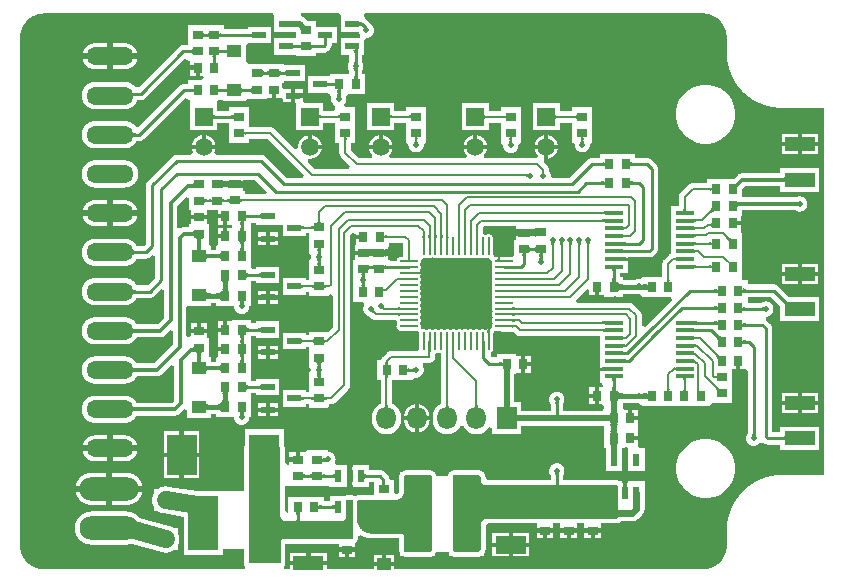
<source format=gtl>
G04*
G04 #@! TF.GenerationSoftware,Altium Limited,Altium Designer,21.3.2 (30)*
G04*
G04 Layer_Physical_Order=1*
G04 Layer_Color=255*
%FSTAX24Y24*%
%MOIN*%
G70*
G04*
G04 #@! TF.SameCoordinates,A3F46B7C-A478-48B6-9C65-4A08B567271E*
G04*
G04*
G04 #@! TF.FilePolarity,Positive*
G04*
G01*
G75*
%ADD12C,0.0236*%
%ADD13C,0.0079*%
%ADD16C,0.0100*%
%ADD20R,0.0315X0.0354*%
%ADD21R,0.0984X0.1378*%
%ADD23R,0.0453X0.0236*%
%ADD25R,0.0472X0.0394*%
%ADD26R,0.0354X0.0315*%
%ADD27O,0.0098X0.0610*%
%ADD28O,0.0610X0.0098*%
%ADD29R,0.0610X0.0118*%
%ADD30R,0.1024X0.0472*%
%ADD33R,0.0984X0.0472*%
%ADD34R,0.1024X0.0591*%
%ADD35R,0.0846X0.2480*%
%ADD36R,0.0984X0.1811*%
%ADD58R,0.0236X0.0394*%
%ADD59R,0.0236X0.0433*%
%ADD60C,0.0591*%
%ADD61C,0.0150*%
%ADD62C,0.0197*%
%ADD63C,0.0080*%
%ADD64C,0.0118*%
%ADD65C,0.0200*%
%ADD66C,0.0060*%
%ADD67C,0.0380*%
%ADD68C,0.0394*%
%ADD69O,0.1575X0.0591*%
%ADD70O,0.0650X0.0750*%
%ADD71R,0.0650X0.0750*%
%ADD72O,0.1969X0.0787*%
%ADD73C,0.0591*%
%ADD74R,0.0591X0.0591*%
%ADD75C,0.0197*%
G36*
X037298Y029609D02*
X037314Y029608D01*
X03733Y029607D01*
X037346Y029606D01*
X037361Y029605D01*
X037377Y029603D01*
X037393Y029601D01*
X037408Y029599D01*
X037424Y029596D01*
X037439Y029593D01*
X037455Y02959D01*
X03747Y029587D01*
X037485Y029583D01*
X0375Y029579D01*
X037515Y029574D01*
X03753Y02957D01*
X037545Y029565D01*
X03756Y029559D01*
X037575Y029554D01*
X037589Y029548D01*
X037604Y029542D01*
X037618Y029535D01*
X037633Y029528D01*
X037647Y029521D01*
X037661Y029514D01*
X037674Y029507D01*
X037688Y029499D01*
X037702Y029491D01*
X037715Y029482D01*
X037728Y029474D01*
X037741Y029465D01*
X037754Y029456D01*
X037767Y029446D01*
X037779Y029437D01*
X037791Y029427D01*
X037803Y029417D01*
X037815Y029406D01*
X037827Y029396D01*
X037838Y029385D01*
X03785Y029374D01*
X037861Y029363D01*
X037871Y029351D01*
X037882Y02934D01*
X037892Y029328D01*
X037902Y029316D01*
X037912Y029303D01*
X037922Y029291D01*
X037931Y029278D01*
X03794Y029266D01*
X037949Y029253D01*
X037958Y029239D01*
X037966Y029226D01*
X037974Y029213D01*
X037982Y029199D01*
X03799Y029185D01*
X037997Y029171D01*
X038004Y029157D01*
X038011Y029143D01*
X038017Y029128D01*
X038023Y029114D01*
X038029Y029099D01*
X038035Y029085D01*
X03804Y02907D01*
X038045Y029055D01*
X03805Y02904D01*
X038054Y029025D01*
X038058Y02901D01*
X038062Y028994D01*
X038066Y028979D01*
X038069Y028963D01*
X038072Y028948D01*
X038075Y028933D01*
X038077Y028917D01*
X038079Y028901D01*
X038081Y028886D01*
X038082Y02887D01*
X038083Y028854D01*
X038084Y028839D01*
X038084Y028823D01*
X038084Y028808D01*
X038084Y028807D01*
Y028315D01*
X038084Y028315D01*
X038085Y028291D01*
X038085Y028267D01*
X038086Y028243D01*
X038087Y028219D01*
X038088Y028196D01*
X03809Y028172D01*
X038092Y028148D01*
X038094Y028124D01*
X038097Y0281D01*
X0381Y028077D01*
X038103Y028053D01*
X038107Y028029D01*
X03811Y028006D01*
X038114Y027982D01*
X038119Y027959D01*
X038124Y027935D01*
X038129Y027912D01*
X038134Y027889D01*
X03814Y027866D01*
X038146Y027842D01*
X038152Y027819D01*
X038158Y027796D01*
X038165Y027773D01*
X038172Y027751D01*
X03818Y027728D01*
X038187Y027705D01*
X038195Y027683D01*
X038204Y02766D01*
X038212Y027638D01*
X038221Y027616D01*
X03823Y027594D01*
X03824Y027572D01*
X038249Y02755D01*
X038259Y027528D01*
X03827Y027507D01*
X03828Y027485D01*
X038291Y027464D01*
X038302Y027443D01*
X038313Y027422D01*
X038325Y027401D01*
X038337Y02738D01*
X038349Y02736D01*
X038362Y027339D01*
X038374Y027319D01*
X038387Y027299D01*
X0384Y027279D01*
X038414Y027259D01*
X038428Y02724D01*
X038442Y02722D01*
X038456Y027201D01*
X03847Y027182D01*
X038485Y027163D01*
X0385Y027145D01*
X038515Y027126D01*
X038531Y027108D01*
X038546Y02709D01*
X038562Y027072D01*
X038578Y027054D01*
X038595Y027037D01*
X038611Y02702D01*
X038628Y027003D01*
X038645Y026986D01*
X038662Y026969D01*
X03868Y026953D01*
X038697Y026937D01*
X038715Y026921D01*
X038733Y026905D01*
X038751Y02689D01*
X03877Y026875D01*
X038788Y02686D01*
X038807Y026845D01*
X038826Y026831D01*
X038846Y026816D01*
X038865Y026802D01*
X038884Y026789D01*
X038904Y026775D01*
X038924Y026762D01*
X038944Y026749D01*
X038964Y026736D01*
X038985Y026724D01*
X039005Y026712D01*
X039026Y0267D01*
X039047Y026688D01*
X039068Y026677D01*
X039089Y026666D01*
X03911Y026655D01*
X039132Y026644D01*
X039153Y026634D01*
X039175Y026624D01*
X039197Y026615D01*
X039219Y026605D01*
X039241Y026596D01*
X039263Y026587D01*
X039286Y026579D01*
X039308Y02657D01*
X03933Y026562D01*
X039353Y026555D01*
X039376Y026547D01*
X039399Y02654D01*
X039422Y026533D01*
X039444Y026527D01*
X039468Y02652D01*
X039491Y026514D01*
X039514Y026509D01*
X039537Y026503D01*
X039561Y026498D01*
X039584Y026494D01*
X039607Y026489D01*
X039631Y026485D01*
X039655Y026481D01*
X039678Y026478D01*
X039702Y026475D01*
X039726Y026472D01*
X039749Y026469D01*
X039773Y026467D01*
X039797Y026465D01*
X039821Y026463D01*
X039845Y026462D01*
X039869Y026461D01*
X039892Y02646D01*
X039916Y026459D01*
X03994Y026459D01*
X03994Y026459D01*
X041332D01*
Y014226D01*
X03994D01*
X03994Y014226D01*
X039916Y014226D01*
X039892Y014225D01*
X039869Y014224D01*
X039845Y014223D01*
X039821Y014222D01*
X039797Y01422D01*
X039773Y014218D01*
X039749Y014216D01*
X039726Y014213D01*
X039702Y01421D01*
X039678Y014207D01*
X039655Y014204D01*
X039631Y0142D01*
X039607Y014196D01*
X039584Y014191D01*
X039561Y014187D01*
X039537Y014182D01*
X039514Y014176D01*
X039491Y014171D01*
X039468Y014165D01*
X039444Y014158D01*
X039422Y014152D01*
X039399Y014145D01*
X039376Y014138D01*
X039353Y014131D01*
X03933Y014123D01*
X039308Y014115D01*
X039286Y014107D01*
X039263Y014098D01*
X039241Y014089D01*
X039219Y01408D01*
X039197Y014071D01*
X039175Y014061D01*
X039153Y014051D01*
X039132Y014041D01*
X03911Y01403D01*
X039089Y014019D01*
X039068Y014008D01*
X039047Y013997D01*
X039026Y013985D01*
X039005Y013973D01*
X038985Y013961D01*
X038964Y013949D01*
X038944Y013936D01*
X038924Y013923D01*
X038904Y01391D01*
X038884Y013896D01*
X038865Y013883D01*
X038846Y013869D01*
X038826Y013854D01*
X038807Y01384D01*
X038788Y013825D01*
X03877Y01381D01*
X038751Y013795D01*
X038733Y01378D01*
X038715Y013764D01*
X038697Y013748D01*
X03868Y013732D01*
X038662Y013716D01*
X038645Y013699D01*
X038628Y013682D01*
X038611Y013665D01*
X038595Y013648D01*
X038578Y013631D01*
X038562Y013613D01*
X038546Y013595D01*
X038531Y013577D01*
X038515Y013559D01*
X0385Y01354D01*
X038485Y013522D01*
X03847Y013503D01*
X038456Y013484D01*
X038442Y013465D01*
X038428Y013445D01*
X038414Y013426D01*
X0384Y013406D01*
X038387Y013386D01*
X038374Y013366D01*
X038362Y013346D01*
X038349Y013325D01*
X038337Y013305D01*
X038325Y013284D01*
X038313Y013263D01*
X038302Y013242D01*
X038291Y013221D01*
X03828Y0132D01*
X03827Y013178D01*
X038259Y013157D01*
X038249Y013135D01*
X03824Y013113D01*
X03823Y013091D01*
X038221Y013069D01*
X038212Y013047D01*
X038204Y013025D01*
X038195Y013002D01*
X038187Y01298D01*
X03818Y012957D01*
X038172Y012934D01*
X038165Y012912D01*
X038158Y012889D01*
X038152Y012866D01*
X038146Y012843D01*
X03814Y01282D01*
X038134Y012796D01*
X038129Y012773D01*
X038124Y01275D01*
X038119Y012726D01*
X038114Y012703D01*
X03811Y012679D01*
X038107Y012656D01*
X038103Y012632D01*
X0381Y012608D01*
X038097Y012585D01*
X038094Y012561D01*
X038092Y012537D01*
X03809Y012513D01*
X038088Y012489D01*
X038087Y012466D01*
X038086Y012442D01*
X038085Y012418D01*
X038085Y012394D01*
X038084Y01237D01*
X038084Y01237D01*
Y011878D01*
X038084Y011877D01*
X038084Y011862D01*
X038084Y011846D01*
X038083Y011831D01*
X038082Y011815D01*
X038081Y011799D01*
X038079Y011784D01*
X038077Y011768D01*
X038075Y011753D01*
X038072Y011737D01*
X038069Y011722D01*
X038066Y011706D01*
X038062Y011691D01*
X038058Y011676D01*
X038054Y01166D01*
X03805Y011645D01*
X038045Y01163D01*
X03804Y011615D01*
X038035Y0116D01*
X038029Y011586D01*
X038023Y011571D01*
X038017Y011557D01*
X038011Y011542D01*
X038004Y011528D01*
X037997Y011514D01*
X03799Y0115D01*
X037982Y011486D01*
X037974Y011473D01*
X037966Y011459D01*
X037958Y011446D01*
X037949Y011433D01*
X03794Y01142D01*
X037931Y011407D01*
X037922Y011394D01*
X037912Y011382D01*
X037902Y011369D01*
X037892Y011357D01*
X037882Y011345D01*
X037871Y011334D01*
X037861Y011322D01*
X03785Y011311D01*
X037838Y0113D01*
X037827Y011289D01*
X037815Y011279D01*
X037803Y011268D01*
X037791Y011258D01*
X037779Y011248D01*
X037767Y011239D01*
X037754Y011229D01*
X037741Y01122D01*
X037728Y011211D01*
X037715Y011203D01*
X037702Y011194D01*
X037688Y011186D01*
X037674Y011178D01*
X037661Y011171D01*
X037647Y011164D01*
X037633Y011157D01*
X037618Y01115D01*
X037604Y011143D01*
X037589Y011137D01*
X037575Y011131D01*
X03756Y011126D01*
X037545Y01112D01*
X03753Y011115D01*
X037515Y011111D01*
X0375Y011106D01*
X037485Y011102D01*
X03747Y011098D01*
X037455Y011095D01*
X037439Y011092D01*
X037424Y011089D01*
X037408Y011086D01*
X037393Y011084D01*
X037377Y011082D01*
X037361Y01108D01*
X037346Y011079D01*
X03733Y011078D01*
X037314Y011077D01*
X037298Y011076D01*
X037284Y011076D01*
X037283Y011076D01*
X026997Y011076D01*
Y011186D01*
X026324D01*
Y011076D01*
X024757D01*
Y011219D01*
X023533D01*
Y011076D01*
X023365D01*
X023348Y0111D01*
X023332Y01113D01*
X02333Y01117D01*
X02333Y011176D01*
X023334Y011181D01*
X023339Y011186D01*
X023343Y011192D01*
X023347Y011197D01*
X023351Y011203D01*
X023355Y011209D01*
X023358Y011215D01*
X023361Y011221D01*
X023364Y011227D01*
X023366Y011234D01*
X023369Y01124D01*
X02337Y011247D01*
X023372Y011253D01*
X023373Y01126D01*
X023374Y011267D01*
X023375Y011274D01*
X023376Y011281D01*
X023376Y011287D01*
X023376Y011929D01*
X025147Y011929D01*
Y011805D01*
X025702D01*
Y011955D01*
X025706Y011957D01*
X025712Y011961D01*
X025718Y011965D01*
X02572Y011967D01*
X025725Y011971D01*
X025726Y011972D01*
X025759D01*
Y012009D01*
X025761Y012012D01*
X025764Y012018D01*
X025766Y01202D01*
X025768Y012024D01*
X025769Y012026D01*
X025772Y012032D01*
X025772Y012032D01*
X025775Y012039D01*
X025776Y012041D01*
X025776Y012041D01*
X025776Y012041D01*
X025778Y012048D01*
X025778Y012048D01*
X025778Y012048D01*
X02578Y012051D01*
X025781Y012054D01*
X025781Y012054D01*
X025781Y012054D01*
X025781Y012057D01*
X025783Y012061D01*
X025783Y012061D01*
X025783Y012061D01*
X025783Y012064D01*
X025784Y012067D01*
X025785Y01207D01*
X025785Y01207D01*
X025785Y01207D01*
X025786Y012077D01*
X025786Y012077D01*
X025786Y012077D01*
X025787Y012081D01*
X025787Y012084D01*
X025788Y012087D01*
X025788Y012087D01*
X025788Y012087D01*
X025788Y012093D01*
X025788Y012093D01*
X025788Y012094D01*
X025789Y012097D01*
X025789Y0121D01*
X025789Y0121D01*
X025789Y0121D01*
X025789Y012107D01*
X025789Y012107D01*
X025789Y012107D01*
Y012172D01*
X025816Y012199D01*
X025852Y012216D01*
X025889Y012223D01*
X025902Y012214D01*
X025904Y012213D01*
X025907Y012211D01*
X025924Y012201D01*
X025926Y012199D01*
X025929Y012198D01*
X025946Y012188D01*
X025948Y012187D01*
X025951Y012185D01*
X025968Y012177D01*
X025971Y012175D01*
X025974Y012174D01*
X025992Y012166D01*
X025994Y012165D01*
X025997Y012163D01*
X026015Y012156D01*
X026018Y012155D01*
X026021Y012154D01*
X026039Y012147D01*
X026042Y012146D01*
X026045Y012145D01*
X026063Y012139D01*
X026066Y012138D01*
X026069Y012137D01*
X026088Y012132D01*
X026091Y012131D01*
X026094Y01213D01*
X026113Y012126D01*
X026116Y012125D01*
X026119Y012125D01*
X026138Y012121D01*
X026141Y01212D01*
X026144Y01212D01*
X026163Y012117D01*
X026166Y012116D01*
X026169Y012116D01*
X026188Y012114D01*
X026191Y012113D01*
X026194Y012113D01*
X026214Y012111D01*
X026217Y012111D01*
X02622Y012111D01*
X026239Y01211D01*
X026242Y01211D01*
X026245Y01211D01*
X027165Y01211D01*
Y011725D01*
X027165Y011722D01*
X027165Y011719D01*
X027165Y011719D01*
X027165Y011718D01*
X027165Y011715D01*
X027165Y011713D01*
X027166Y011706D01*
X027166Y011703D01*
X027166Y0117D01*
X027166Y0117D01*
X027166Y011699D01*
X027167Y011696D01*
X027167Y011694D01*
X027168Y011687D01*
X027169Y011684D01*
X027169Y011681D01*
X027169Y011681D01*
X027169Y01168D01*
X02717Y011677D01*
X02717Y011675D01*
X027172Y011668D01*
X027173Y011665D01*
X027173Y011663D01*
X027174Y011662D01*
X027174Y011661D01*
X027175Y011659D01*
X027175Y011656D01*
X027178Y01165D01*
X027178Y011647D01*
X027179Y011644D01*
X02718Y011644D01*
X02718Y011643D01*
X027181Y011641D01*
X027182Y011638D01*
X027184Y011632D01*
X027186Y011629D01*
X027187Y011627D01*
X027187Y011626D01*
X027187Y011625D01*
X027188Y011623D01*
X02719Y011621D01*
X027193Y011614D01*
X027194Y011612D01*
X027195Y01161D01*
X027196Y011609D01*
X027196Y011608D01*
X027197Y011606D01*
X027199Y011604D01*
X027202Y011598D01*
X027204Y011596D01*
X027205Y011593D01*
X027206Y011593D01*
X027206Y011592D01*
X027208Y01159D01*
X027208Y011589D01*
Y011536D01*
X027258D01*
X02726Y011534D01*
X027262Y011533D01*
X027268Y011529D01*
X02727Y011527D01*
X027272Y011526D01*
X027273Y011525D01*
X027274Y011525D01*
X027276Y011523D01*
X027278Y011522D01*
X027284Y011518D01*
X027286Y011517D01*
X027289Y011516D01*
X027289Y011515D01*
X02729Y011515D01*
X027292Y011514D01*
X027295Y011512D01*
X027301Y011509D01*
X027303Y011508D01*
X027306Y011507D01*
X027306Y011507D01*
X027307Y011506D01*
X02731Y011505D01*
X027312Y011504D01*
X027318Y011501D01*
X027321Y011501D01*
X027324Y011499D01*
X027324Y011499D01*
X027325Y011499D01*
X027327Y011498D01*
X02733Y011497D01*
X027336Y011495D01*
X027339Y011494D01*
X027342Y011494D01*
X027342Y011493D01*
X027343Y011493D01*
X027346Y011492D01*
X027348Y011492D01*
X027355Y01149D01*
X027358Y01149D01*
X02736Y011489D01*
X027361Y011489D01*
X027362Y011489D01*
X027364Y011488D01*
X027367Y011488D01*
X027374Y011487D01*
X027377Y011486D01*
X027379Y011486D01*
X02738Y011486D01*
X027381Y011486D01*
X027383Y011486D01*
X027386Y011485D01*
X027393Y011485D01*
X027396Y011485D01*
X027398Y011484D01*
X027399Y011484D01*
X0274Y011484D01*
X027403Y011484D01*
X027405Y011484D01*
X028168D01*
X028171Y011484D01*
X028174Y011484D01*
X028174Y011484D01*
X028175Y011484D01*
X028178Y011485D01*
X02818Y011485D01*
X028188Y011485D01*
X02819Y011486D01*
X028193Y011486D01*
X028194Y011486D01*
X028194Y011486D01*
X028197Y011486D01*
X0282Y011487D01*
X028207Y011488D01*
X02821Y011488D01*
X028212Y011489D01*
X028213Y011489D01*
X028214Y011489D01*
X028216Y01149D01*
X028219Y01149D01*
X028226Y011492D01*
X028229Y011493D01*
X028231Y011493D01*
X028232Y011493D01*
X028233Y011494D01*
X028235Y011494D01*
X028238Y011495D01*
X028245Y011497D01*
X028247Y011498D01*
X02825Y011499D01*
X02825Y011499D01*
X028251Y0115D01*
X028254Y011501D01*
X028256Y011502D01*
X028263Y011504D01*
X028265Y011506D01*
X028268Y011507D01*
X028268Y011507D01*
X028269Y011507D01*
X028272Y011508D01*
X028274Y01151D01*
X02828Y011513D01*
X028283Y011514D01*
X028285Y011515D01*
X028286Y011516D01*
X028286Y011516D01*
X028289Y011518D01*
X028291Y011519D01*
X028297Y011523D01*
X0283Y011524D01*
X028302Y011526D01*
X028302Y011526D01*
X028303Y011526D01*
X028305Y011528D01*
X028307Y01153D01*
X028313Y011534D01*
X028315Y011535D01*
X028316Y011536D01*
X028369D01*
Y011592D01*
X02837Y011594D01*
X028371Y011594D01*
X028371Y011595D01*
X028373Y011597D01*
X028374Y0116D01*
X028378Y011606D01*
X028379Y011608D01*
X028381Y01161D01*
X028381Y011611D01*
X028381Y011612D01*
X028383Y011614D01*
X028384Y011616D01*
X028387Y011623D01*
X028388Y011625D01*
X02839Y011628D01*
X02839Y011628D01*
X02839Y011629D01*
X028391Y011632D01*
X028392Y011634D01*
X028395Y011641D01*
X028396Y011643D01*
X028397Y011646D01*
X028397Y011646D01*
X028398Y011647D01*
X028398Y01165D01*
X028399Y011652D01*
X028402Y011659D01*
X028402Y011662D01*
X028403Y011664D01*
X02881D01*
X028812Y011659D01*
X028812Y011658D01*
X028813Y011657D01*
X028813Y011655D01*
X028814Y011652D01*
X028814Y011651D01*
X028815Y011651D01*
X028816Y011648D01*
X028817Y011646D01*
X028817Y011645D01*
X028817Y011644D01*
X02882Y011637D01*
X028821Y011636D01*
X028821Y011635D01*
X028822Y011633D01*
X028823Y01163D01*
X028823Y01163D01*
X028824Y011629D01*
X028825Y011627D01*
X028826Y011624D01*
X028827Y011624D01*
X028827Y011623D01*
X028831Y011616D01*
X028831Y011615D01*
X028832Y011614D01*
X028833Y011612D01*
X028834Y01161D01*
X028835Y011609D01*
X028835Y011608D01*
X028836Y011606D01*
X028838Y011604D01*
X028838Y011603D01*
X028839Y011602D01*
X028842Y011598D01*
Y011536D01*
X028903D01*
X028903Y011536D01*
X028904Y011535D01*
X02891Y011531D01*
X028911Y01153D01*
X028912Y01153D01*
X028914Y011528D01*
X028916Y011527D01*
X028917Y011527D01*
X028918Y011526D01*
X02892Y011525D01*
X028922Y011524D01*
X028923Y011523D01*
X028924Y011523D01*
X028931Y011519D01*
X028932Y011518D01*
X028932Y011518D01*
X028935Y011517D01*
X028937Y011516D01*
X028938Y011515D01*
X028939Y011515D01*
X028941Y011514D01*
X028943Y011513D01*
X028944Y011513D01*
X028945Y011512D01*
X028952Y011509D01*
X028953Y011509D01*
X028954Y011509D01*
X028956Y011508D01*
X028959Y011507D01*
X02896Y011506D01*
X02896Y011506D01*
X028963Y011505D01*
X028965Y011504D01*
X028966Y011504D01*
X028967Y011504D01*
X028975Y011502D01*
X028975Y011501D01*
X028976Y011501D01*
X028979Y0115D01*
X028981Y0115D01*
X028982Y0115D01*
X028983Y011499D01*
X028985Y011499D01*
X028988Y011498D01*
X028989Y011498D01*
X02899Y011498D01*
X028998Y011496D01*
X028998Y011496D01*
X028999Y011496D01*
X029002Y011496D01*
X029004Y011495D01*
X029005Y011495D01*
X029006Y011495D01*
X029009Y011495D01*
X029011Y011494D01*
X029012Y011494D01*
X029013Y011494D01*
X029021Y011493D01*
X029022Y011493D01*
X029023Y011493D01*
X029025Y011493D01*
X029028Y011493D01*
X029029Y011493D01*
X029029Y011493D01*
X029032Y011493D01*
X029035Y011492D01*
X029035Y011492D01*
X029036Y011492D01*
X02904Y011492D01*
X029767D01*
X029772Y011492D01*
X029775Y011493D01*
X029777Y011493D01*
X029778Y011493D01*
X029779Y011493D01*
X029781Y011493D01*
X029784Y011493D01*
X029794Y011494D01*
X029797Y011494D01*
X0298Y011494D01*
X0298Y011494D01*
X029801Y011494D01*
X029804Y011495D01*
X029806Y011495D01*
X029816Y011497D01*
X029819Y011497D01*
X029822Y011498D01*
X029822Y011498D01*
X029823Y011498D01*
X029826Y011499D01*
X029828Y011499D01*
X029838Y011501D01*
X029841Y011502D01*
X029843Y011503D01*
X029844Y011503D01*
X029845Y011503D01*
X029847Y011504D01*
X02985Y011505D01*
X029859Y011508D01*
X029862Y011509D01*
X029864Y01151D01*
X029865Y01151D01*
X029866Y01151D01*
X029868Y011511D01*
X029871Y011512D01*
X02988Y011516D01*
X029882Y011517D01*
X029885Y011518D01*
X029886Y011518D01*
X029886Y011519D01*
X029889Y01152D01*
X029891Y011521D01*
X0299Y011526D01*
X029902Y011527D01*
X029905Y011528D01*
X029906Y011529D01*
X029906Y011529D01*
X029908Y01153D01*
X029911Y011532D01*
X029918Y011536D01*
X030003D01*
Y011619D01*
X030005Y011621D01*
X030006Y011624D01*
X030011Y011632D01*
X030013Y011634D01*
X030014Y011637D01*
X030014Y011637D01*
X030015Y011638D01*
X030016Y01164D01*
X030017Y011643D01*
X030022Y011652D01*
X030023Y011654D01*
X030024Y011657D01*
X030024Y011657D01*
X030025Y011658D01*
X030026Y01166D01*
X030027Y011663D01*
X030031Y011672D01*
X030032Y011675D01*
X030033Y011677D01*
X030033Y011678D01*
X030033Y011678D01*
X030034Y011681D01*
X030035Y011684D01*
X030038Y011693D01*
X030039Y011696D01*
X03004Y011698D01*
X03004Y011699D01*
X03004Y0117D01*
X030041Y011702D01*
X030041Y011705D01*
X030044Y011715D01*
X030044Y011717D01*
X030045Y01172D01*
X030045Y011721D01*
X030045Y011721D01*
X030046Y011724D01*
X030046Y011727D01*
X030048Y011737D01*
X030048Y011739D01*
X030048Y011742D01*
X030049Y011743D01*
X030049Y011743D01*
X030049Y011746D01*
X030049Y011749D01*
X03005Y011759D01*
X03005Y011761D01*
X03005Y011764D01*
X03005Y011765D01*
X03005Y011766D01*
X03005Y011768D01*
X03005Y011771D01*
X03005Y011776D01*
X03005Y011776D01*
Y012519D01*
X030135Y012604D01*
X031746D01*
Y012439D01*
X0323D01*
Y012604D01*
X032545D01*
Y012439D01*
X033099D01*
Y012604D01*
X033344D01*
Y012439D01*
X033898D01*
Y012604D01*
X034405D01*
X034406Y012604D01*
X034406Y012604D01*
X034409Y012604D01*
X034412Y012604D01*
X034412Y012604D01*
X034413Y012604D01*
X034416Y012604D01*
X034418Y012604D01*
X034419Y012604D01*
X03442Y012605D01*
X034425Y012605D01*
X034426Y012605D01*
X034427Y012605D01*
X034429Y012606D01*
X034432Y012606D01*
X034433Y012606D01*
X034434Y012606D01*
X034436Y012607D01*
X034439Y012607D01*
X034439Y012607D01*
X03444Y012607D01*
X034445Y012608D01*
X034446Y012608D01*
X034447Y012609D01*
X034449Y012609D01*
X034452Y01261D01*
X034453Y01261D01*
X034453Y01261D01*
X034456Y012611D01*
X034458Y012612D01*
X034459Y012612D01*
X03446Y012612D01*
X034465Y012613D01*
X034466Y012614D01*
X034466Y012614D01*
X034469Y012615D01*
X034471Y012616D01*
X034472Y012616D01*
X034473Y012616D01*
X034475Y012617D01*
X034478Y012618D01*
X034478Y012618D01*
X034479Y012619D01*
X034484Y01262D01*
X034485Y012621D01*
X034485Y012621D01*
X034488Y012622D01*
X03449Y012623D01*
X034491Y012624D01*
X034492Y012624D01*
X034494Y012625D01*
X034496Y012626D01*
X034497Y012627D01*
X034498Y012627D01*
X034502Y012629D01*
X034503Y01263D01*
X034504Y01263D01*
X034506Y012632D01*
X034508Y012633D01*
X034509Y012633D01*
X03451Y012634D01*
X034512Y012635D01*
X034514Y012636D01*
X034515Y012637D01*
X034515Y012637D01*
X034519Y01264D01*
X03452Y012641D01*
X034521Y012641D01*
X034523Y012643D01*
X034525Y012644D01*
X034526Y012645D01*
X034526Y012645D01*
X034528Y012647D01*
X034531Y012648D01*
X034531Y012649D01*
X034532Y012649D01*
X034536Y012652D01*
X034536Y012653D01*
X034537Y012653D01*
X034539Y012655D01*
X034541Y012657D01*
X034541Y012657D01*
X034542Y012658D01*
X034544Y01266D01*
X034546Y012662D01*
X034546Y012662D01*
X034547Y012663D01*
X034551Y012666D01*
X034551Y012667D01*
X034552Y012667D01*
X034554Y012669D01*
X034555Y012671D01*
X034556Y012672D01*
X034556Y012672D01*
X034558Y012674D01*
X03456Y012676D01*
X03456Y012677D01*
X034561Y012678D01*
X034561Y012678D01*
X034936D01*
X034945Y012678D01*
X034954Y012679D01*
X034963Y01268D01*
X034972Y012681D01*
X034981Y012682D01*
X034989Y012683D01*
X034998Y012685D01*
X035007Y012688D01*
X035016Y01269D01*
X035024Y012693D01*
X035033Y012696D01*
X035041Y012699D01*
X035049Y012703D01*
X035058Y012707D01*
X035066Y012711D01*
X035073Y012715D01*
X035081Y01272D01*
X035089Y012725D01*
X035096Y01273D01*
X035103Y012735D01*
X03511Y012741D01*
X035117Y012747D01*
X035124Y012753D01*
X035131Y012759D01*
X035269Y012897D01*
X035275Y012904D01*
X035281Y01291D01*
X035287Y012917D01*
X035293Y012924D01*
X035298Y012932D01*
X035303Y012939D01*
X035308Y012947D01*
X035313Y012954D01*
X035317Y012962D01*
X035321Y01297D01*
X035325Y012978D01*
X035329Y012987D01*
X035332Y012995D01*
X035335Y013004D01*
X035338Y013012D01*
X03534Y013021D01*
X035342Y01303D01*
X035344Y013038D01*
X035346Y013047D01*
X035347Y013056D01*
X035348Y013065D01*
X035349Y013074D01*
X03535Y013083D01*
X03535Y013092D01*
X03535Y013092D01*
Y013634D01*
X03535Y013636D01*
Y014008D01*
X034798D01*
Y01395D01*
X034769D01*
Y013634D01*
X034631D01*
Y01395D01*
X034602D01*
Y014008D01*
X034514D01*
X034513Y014009D01*
X034512Y014009D01*
X034511Y01401D01*
X034509Y014011D01*
X034507Y014013D01*
X034506Y014013D01*
X034505Y014014D01*
X034503Y014015D01*
X034501Y014016D01*
X0345Y014017D01*
X034499Y014017D01*
X034495Y01402D01*
X034494Y01402D01*
X034493Y01402D01*
X034491Y014021D01*
X034489Y014023D01*
X034488Y014023D01*
X034487Y014023D01*
X034485Y014024D01*
X034482Y014025D01*
X034481Y014026D01*
X034481Y014026D01*
X034476Y014028D01*
X034475Y014029D01*
X034474Y014029D01*
X034472Y01403D01*
X034469Y014031D01*
X034469Y014031D01*
X034468Y014031D01*
X034465Y014032D01*
X034463Y014033D01*
X034462Y014033D01*
X034461Y014033D01*
X034456Y014035D01*
X034455Y014035D01*
X034454Y014035D01*
X034452Y014036D01*
X034449Y014037D01*
X034449Y014037D01*
X034448Y014037D01*
X034445Y014038D01*
X034443Y014038D01*
X034442Y014039D01*
X034441Y014039D01*
X034436Y01404D01*
X034435Y01404D01*
X034434Y01404D01*
X034431Y014041D01*
X034429Y014041D01*
X034428Y014041D01*
X034427Y014041D01*
X034425Y014042D01*
X034422Y014042D01*
X034421Y014042D01*
X03442Y014042D01*
X034415Y014043D01*
X034414Y014043D01*
X034413Y014043D01*
X034411Y014043D01*
X034408Y014043D01*
X034407Y014043D01*
X034406Y014043D01*
X034404Y014043D01*
X034401Y014043D01*
X0344Y014043D01*
X0344Y014043D01*
X032628D01*
Y014205D01*
X032632Y01421D01*
X032637Y014218D01*
X032641Y014225D01*
X032646Y014233D01*
X03265Y01424D01*
X032653Y014248D01*
X032657Y014256D01*
X03266Y014265D01*
X032663Y014273D01*
X032666Y014281D01*
X032668Y014289D01*
X03267Y014298D01*
X032672Y014307D01*
X032673Y014315D01*
X032675Y014324D01*
X032675Y014333D01*
X032676Y014341D01*
X032676Y01435D01*
Y014359D01*
X032676Y014367D01*
X032675Y014376D01*
X032675Y014385D01*
X032673Y014394D01*
X032672Y014402D01*
X03267Y014411D01*
X032668Y014419D01*
X032666Y014428D01*
X032663Y014436D01*
X03266Y014444D01*
X032657Y014452D01*
X032653Y01446D01*
X03265Y014468D01*
X032646Y014476D01*
X032641Y014484D01*
X032637Y014491D01*
X032632Y014498D01*
X032627Y014505D01*
X032622Y014512D01*
X032616Y014519D01*
X03261Y014526D01*
X032605Y014532D01*
X032598Y014538D01*
X032592Y014544D01*
X032585Y01455D01*
X032579Y014556D01*
X032572Y014561D01*
X032564Y014566D01*
X032557Y014571D01*
X03255Y014575D01*
X032542Y01458D01*
X032534Y014584D01*
X032526Y014587D01*
X032518Y014591D01*
X03251Y014594D01*
X032502Y014597D01*
X032495Y014599D01*
X032489Y014601D01*
X032482Y014604D01*
X032474Y014606D01*
X032467Y014608D01*
X032459Y014609D01*
X032451Y014611D01*
X032444Y014612D01*
X032436Y014612D01*
X032428Y014613D01*
X03242Y014613D01*
X032413Y014613D01*
X032405Y014612D01*
X032397Y014612D01*
X03239Y014611D01*
X032382Y014609D01*
X032374Y014608D01*
X032367Y014606D01*
X032359Y014604D01*
X032352Y014601D01*
X032346Y014599D01*
X032339Y014597D01*
X032331Y014594D01*
X032323Y014591D01*
X032315Y014587D01*
X032307Y014584D01*
X032299Y01458D01*
X032291Y014575D01*
X032284Y014571D01*
X032276Y014566D01*
X032269Y014561D01*
X032262Y014556D01*
X032256Y01455D01*
X032249Y014544D01*
X032243Y014538D01*
X032236Y014532D01*
X03223Y014526D01*
X032225Y014519D01*
X032219Y014512D01*
X032214Y014505D01*
X032209Y014498D01*
X032204Y014491D01*
X0322Y014484D01*
X032195Y014476D01*
X032191Y014468D01*
X032187Y01446D01*
X032184Y014452D01*
X032181Y014444D01*
X032178Y014436D01*
X032175Y014428D01*
X032173Y014419D01*
X032171Y014411D01*
X032169Y014402D01*
X032168Y014394D01*
X032166Y014385D01*
X032165Y014376D01*
X032165Y014367D01*
X032165Y014359D01*
Y01435D01*
X032165Y014341D01*
X032165Y014333D01*
X032166Y014324D01*
X032168Y014315D01*
X032169Y014307D01*
X032171Y014298D01*
X032173Y014289D01*
X032175Y014281D01*
X032178Y014273D01*
X032181Y014265D01*
X032184Y014256D01*
X032187Y014248D01*
X032191Y01424D01*
X032195Y014233D01*
X0322Y014225D01*
X032204Y014218D01*
X032209Y01421D01*
X032213Y014205D01*
Y014043D01*
X030111D01*
X03005Y014122D01*
X03005Y014125D01*
X03005Y014128D01*
X03005Y014128D01*
X03005Y014129D01*
X03005Y014132D01*
X03005Y014134D01*
X030049Y014143D01*
X030049Y014145D01*
X030049Y014148D01*
X030049Y014149D01*
X030049Y014149D01*
X030048Y014152D01*
X030048Y014155D01*
X030047Y014163D01*
X030046Y014165D01*
X030046Y014168D01*
X030045Y014169D01*
X030045Y014169D01*
X030045Y014172D01*
X030044Y014175D01*
X030042Y014183D01*
X030042Y014185D01*
X030041Y014188D01*
X030041Y014189D01*
X030041Y014189D01*
X03004Y014192D01*
X030039Y014195D01*
X030036Y014202D01*
X030036Y014205D01*
X030035Y014207D01*
X030034Y014208D01*
X030034Y014209D01*
X030033Y014211D01*
X030032Y014214D01*
X030029Y014221D01*
X030028Y014224D01*
X030027Y014226D01*
X030027Y014227D01*
X030026Y014228D01*
X030025Y01423D01*
X030024Y014232D01*
X03002Y01424D01*
X030019Y014242D01*
X030018Y014245D01*
X030017Y014245D01*
X030017Y014246D01*
X030016Y014248D01*
X030014Y01425D01*
X03001Y014257D01*
X030009Y01426D01*
X030007Y014262D01*
X030007Y014263D01*
X030006Y014263D01*
X030005Y014265D01*
X030003Y014268D01*
X030003Y014268D01*
Y014331D01*
X029939D01*
X029938Y014332D01*
X029936Y014334D01*
X029935Y014334D01*
X029934Y014335D01*
X029932Y014336D01*
X02993Y014338D01*
X029923Y014342D01*
X02992Y014343D01*
X029918Y014345D01*
X029918Y014345D01*
X029917Y014345D01*
X029915Y014347D01*
X029912Y014348D01*
X029905Y014352D01*
X029902Y014353D01*
X0299Y014354D01*
X029899Y014354D01*
X029899Y014354D01*
X029896Y014356D01*
X029894Y014357D01*
X029886Y01436D01*
X029884Y014361D01*
X029881Y014362D01*
X029881Y014362D01*
X02988Y014362D01*
X029877Y014363D01*
X029875Y014364D01*
X029867Y014367D01*
X029864Y014367D01*
X029862Y014368D01*
X029861Y014368D01*
X02986Y014368D01*
X029858Y014369D01*
X029855Y01437D01*
X029847Y014372D01*
X029845Y014372D01*
X029842Y014373D01*
X029841Y014373D01*
X029841Y014373D01*
X029838Y014374D01*
X029835Y014374D01*
X029827Y014375D01*
X029825Y014376D01*
X029822Y014376D01*
X029821Y014376D01*
X02982Y014376D01*
X029818Y014377D01*
X029815Y014377D01*
X029807Y014377D01*
X029804Y014378D01*
X029801Y014378D01*
X029801Y014378D01*
X0298Y014378D01*
X029797Y014378D01*
X029795Y014378D01*
X029791Y014378D01*
X029791Y014378D01*
X029D01*
X028993Y014378D01*
X028986Y014377D01*
X02898Y014377D01*
X028974Y014376D01*
X028967Y014375D01*
X028964Y014374D01*
X02896Y014373D01*
X028954Y014372D01*
X028948Y01437D01*
X028941Y014368D01*
X028938Y014367D01*
X028935Y014366D01*
X028928Y014364D01*
X028923Y014361D01*
X02892Y01436D01*
X028917Y014359D01*
X02891Y014356D01*
X028907Y014354D01*
X028904Y014352D01*
X028899Y014349D01*
X028893Y014346D01*
X028888Y014342D01*
X028882Y014338D01*
X028877Y014334D01*
X028877Y014334D01*
X028874Y014331D01*
X028842D01*
Y014298D01*
X028841Y014296D01*
X028837Y014291D01*
X028833Y014285D01*
X028829Y014279D01*
X028826Y014274D01*
X028825Y014271D01*
X028823Y014268D01*
X02882Y014262D01*
X028817Y014256D01*
X028815Y01425D01*
X028812Y014244D01*
X02881Y014237D01*
X028808Y014231D01*
X028807Y014225D01*
X028805Y014218D01*
X028805Y014218D01*
X028804Y014212D01*
X028803Y014205D01*
X028802Y014201D01*
X028406D01*
X028405Y014203D01*
X028404Y014205D01*
X028404Y014206D01*
X028404Y014207D01*
X028402Y014214D01*
X028402Y014215D01*
X028401Y014215D01*
X0284Y014218D01*
X0284Y01422D01*
X028399Y014221D01*
X028399Y014222D01*
X028398Y014224D01*
X028397Y014227D01*
X028397Y014228D01*
X028397Y014228D01*
X028394Y014235D01*
X028394Y014236D01*
X028393Y014236D01*
X028392Y014239D01*
X028391Y014241D01*
X028391Y014242D01*
X02839Y014243D01*
X028389Y014245D01*
X028388Y014247D01*
X028388Y014248D01*
X028387Y014249D01*
X028384Y014255D01*
X028384Y014256D01*
X028383Y014256D01*
X028382Y014259D01*
X028381Y014261D01*
X02838Y014262D01*
X02838Y014262D01*
X028378Y014264D01*
X028377Y014267D01*
X028377Y014267D01*
X028376Y014268D01*
X028372Y014274D01*
X028372Y014275D01*
X028371Y014275D01*
X02837Y014277D01*
X028369Y014278D01*
Y014331D01*
X028315D01*
X028315Y014332D01*
X028314Y014332D01*
X028308Y014336D01*
X028308Y014336D01*
X028307Y014337D01*
X028305Y014338D01*
X028302Y01434D01*
X028302Y01434D01*
X028301Y014341D01*
X028299Y014342D01*
X028297Y014343D01*
X028296Y014343D01*
X028295Y014344D01*
X028289Y014347D01*
X028288Y014348D01*
X028287Y014348D01*
X028285Y014349D01*
X028283Y01435D01*
X028282Y014351D01*
X028281Y014351D01*
X028279Y014352D01*
X028276Y014353D01*
X028276Y014353D01*
X028275Y014354D01*
X028268Y014356D01*
X028268Y014357D01*
X028267Y014357D01*
X028264Y014358D01*
X028262Y014359D01*
X028261Y014359D01*
X02826Y01436D01*
X028258Y01436D01*
X028256Y014361D01*
X028255Y014361D01*
X028254Y014362D01*
X028247Y014364D01*
X028246Y014364D01*
X028246Y014364D01*
X028243Y014365D01*
X028241Y014366D01*
X02824Y014366D01*
X028239Y014366D01*
X028236Y014367D01*
X028234Y014367D01*
X028233Y014367D01*
X028232Y014367D01*
X028225Y014369D01*
X028225Y014369D01*
X028224Y014369D01*
X028221Y01437D01*
X028219Y01437D01*
X028218Y01437D01*
X028217Y01437D01*
X028214Y014371D01*
X028212Y014371D01*
X028211Y014371D01*
X02821Y014371D01*
X028203Y014372D01*
X028202Y014372D01*
X028201Y014372D01*
X028199Y014372D01*
X028196Y014372D01*
X028195Y014372D01*
X028195Y014372D01*
X028192Y014372D01*
X028189Y014373D01*
X028189Y014372D01*
X028188Y014373D01*
X027404D01*
X027401Y014372D01*
X027398Y014372D01*
X027397Y014372D01*
X027397Y014372D01*
X027394Y014372D01*
X027391Y014372D01*
X027384Y014371D01*
X027382Y014371D01*
X027379Y014371D01*
X027378Y014371D01*
X027377Y014371D01*
X027375Y01437D01*
X027372Y01437D01*
X027365Y014369D01*
X027362Y014368D01*
X02736Y014368D01*
X027359Y014368D01*
X027358Y014368D01*
X027356Y014367D01*
X027353Y014367D01*
X027346Y014365D01*
X027343Y014364D01*
X027341Y014363D01*
X02734Y014363D01*
X02734Y014363D01*
X027337Y014362D01*
X027334Y014362D01*
X027328Y014359D01*
X027325Y014358D01*
X027322Y014358D01*
X027322Y014357D01*
X027321Y014357D01*
X027319Y014356D01*
X027316Y014355D01*
X02731Y014352D01*
X027307Y014351D01*
X027304Y01435D01*
X027304Y01435D01*
X027303Y01435D01*
X027301Y014348D01*
X027298Y014347D01*
X027292Y014344D01*
X02729Y014343D01*
X027287Y014341D01*
X027287Y014341D01*
X027286Y014341D01*
X027284Y014339D01*
X027281Y014338D01*
X027275Y014334D01*
X027273Y014333D01*
X027271Y014331D01*
X02727Y014331D01*
X027208D01*
Y014271D01*
X027206Y014268D01*
X027204Y014266D01*
X027202Y014264D01*
X027202Y014263D01*
X027202Y014262D01*
X0272Y01426D01*
X027199Y014258D01*
X027195Y014252D01*
X027194Y014249D01*
X027192Y014247D01*
X027192Y014246D01*
X027192Y014246D01*
X02719Y014243D01*
X027189Y014241D01*
X027186Y014235D01*
X027185Y014232D01*
X027183Y01423D01*
X027183Y014229D01*
X027183Y014229D01*
X027182Y014226D01*
X027181Y014224D01*
X027178Y014217D01*
X027177Y014215D01*
X027176Y014212D01*
X027176Y014211D01*
X027176Y014211D01*
X027175Y014208D01*
X027174Y014205D01*
X027172Y014199D01*
X027171Y014196D01*
X02717Y014194D01*
X02717Y014193D01*
X02717Y014192D01*
X027169Y01419D01*
X027168Y014187D01*
X027167Y01418D01*
X027166Y014177D01*
X027165Y014175D01*
X027165Y014174D01*
X027165Y014173D01*
X027165Y014171D01*
X027164Y014168D01*
X027163Y014161D01*
X027163Y014158D01*
X027162Y014156D01*
X027162Y014155D01*
X027162Y014154D01*
X027162Y014152D01*
X027162Y014149D01*
X027161Y014142D01*
X027161Y014139D01*
X027161Y014136D01*
X027161Y014136D01*
X027161Y014135D01*
X027161Y014132D01*
X027161Y014129D01*
Y013658D01*
X027161Y013656D01*
X02716Y01365D01*
X02716Y013645D01*
X027159Y01364D01*
X027158Y013635D01*
X027157Y01363D01*
X027155Y013625D01*
X027154Y013621D01*
X027152Y013617D01*
X027145Y013613D01*
X027118Y013601D01*
X027078Y013587D01*
X026995Y013651D01*
Y014067D01*
X026848D01*
X026848Y014073D01*
X026848Y014081D01*
X026847Y014089D01*
X026846Y014097D01*
X026845Y014104D01*
X026843Y014112D01*
X026841Y014119D01*
X026839Y014127D01*
X026837Y014134D01*
X026834Y014141D01*
X026831Y014149D01*
X026828Y014156D01*
X026824Y014163D01*
X026821Y014169D01*
X026817Y014176D01*
X026812Y014182D01*
X026808Y014189D01*
X026803Y014195D01*
X026798Y014201D01*
X026793Y014207D01*
X026788Y014212D01*
X026671Y014329D01*
X026665Y014335D01*
X02666Y01434D01*
X026654Y014345D01*
X026647Y014349D01*
X026641Y014354D01*
X026635Y014358D01*
X026628Y014362D01*
X026621Y014366D01*
X026614Y014369D01*
X026607Y014373D01*
X0266Y014376D01*
X026593Y014378D01*
X026585Y014381D01*
X026578Y014383D01*
X02657Y014385D01*
X026563Y014386D01*
X026555Y014388D01*
X026547Y014389D01*
X02654Y014389D01*
X026532Y01439D01*
X026524Y01439D01*
X026163D01*
Y014537D01*
X025612D01*
Y014479D01*
X025582D01*
Y014182D01*
Y013886D01*
X025612D01*
Y013828D01*
X026163D01*
Y013975D01*
X026326D01*
Y013555D01*
X025832D01*
X025832Y013555D01*
X025831Y013555D01*
X025828Y013555D01*
X025826Y013555D01*
X025825Y013555D01*
X025824Y013555D01*
X025821Y013555D01*
X025819Y013555D01*
X025818Y013554D01*
X025817Y013554D01*
X02581Y013554D01*
X025809Y013554D01*
X025808Y013554D01*
X025805Y013553D01*
X025803Y013553D01*
X025802Y013553D01*
X025801Y013553D01*
X025799Y013552D01*
X025796Y013552D01*
X025795Y013552D01*
X025795Y013551D01*
X025787Y01355D01*
X025787Y01355D01*
X025786Y01355D01*
X025783Y013549D01*
X025781Y013549D01*
X02578Y013548D01*
X025779Y013548D01*
X025777Y013547D01*
X025774Y013547D01*
X025773Y013546D01*
X025772Y013546D01*
X025765Y013544D01*
X025765Y013544D01*
X025764Y013544D01*
X025761Y013543D01*
X025759Y013542D01*
X025758Y013542D01*
X025757Y013541D01*
X025755Y01354D01*
X025752Y01354D01*
X025752Y013539D01*
X025751Y013539D01*
X025744Y013536D01*
X025743Y013536D01*
X025743Y013535D01*
X02574Y013534D01*
X025738Y013533D01*
X025737Y013533D01*
X025736Y013533D01*
X025734Y013532D01*
X025732Y01353D01*
X025731Y01353D01*
X02573Y01353D01*
X025724Y013526D01*
X025723Y013526D01*
X025722Y013525D01*
X02572Y013524D01*
X025718Y013523D01*
X025717Y013522D01*
X025716Y013522D01*
X025714Y013521D01*
X025712Y013519D01*
X025711Y013519D01*
X025711Y013518D01*
X025705Y013514D01*
X025704Y013514D01*
X025703Y013513D01*
X025703Y013513D01*
X025701D01*
X025701Y013513D01*
X025699Y013514D01*
X025698Y013515D01*
X025696Y013516D01*
X025695Y013517D01*
X025693Y013518D01*
X025692Y013518D01*
X02569Y013519D01*
X025689Y01352D01*
X025687Y013521D01*
X025686Y013521D01*
X025684Y013522D01*
X025683Y013523D01*
X025681Y013523D01*
X025677Y013525D01*
X025676Y013526D01*
X025674Y013526D01*
X025672Y013527D01*
X025671Y013527D01*
X025669Y013528D01*
X025667Y013528D01*
X025666Y013529D01*
X025664Y01353D01*
X025663Y01353D01*
X025661Y013531D01*
X025659Y013531D01*
X025658Y013531D01*
X025656Y013532D01*
X025654Y013532D01*
X025653Y013533D01*
X025651Y013533D01*
X025649Y013533D01*
X025648Y013534D01*
X025644Y013535D01*
X025642Y013535D01*
X02564Y013535D01*
X025639Y013535D01*
X025637Y013536D01*
X025635Y013536D01*
X025633Y013536D01*
X025632Y013536D01*
X02563Y013537D01*
X025628Y013537D01*
X025627Y013537D01*
X025625Y013537D01*
X025623Y013537D01*
X025621Y013537D01*
X02562Y013537D01*
X025618Y013537D01*
X025616Y013538D01*
X025615Y013538D01*
X025613Y013538D01*
X025611Y013538D01*
X025404Y013538D01*
X025402Y013538D01*
X0254D01*
X025398Y013537D01*
X025397Y013537D01*
X025395Y013537D01*
X025393Y013537D01*
X025392Y013537D01*
X02539Y013537D01*
X025388Y013537D01*
X025386Y013537D01*
X025385Y013536D01*
X025383Y013536D01*
X025381Y013536D01*
X02538Y013536D01*
X025378Y013535D01*
X025376Y013535D01*
X025375Y013535D01*
X025373Y013535D01*
X025371Y013534D01*
X025369Y013534D01*
X025367Y013533D01*
X025365Y013533D01*
X025364Y013533D01*
X025362Y013532D01*
X02536Y013532D01*
X025359Y013531D01*
X025357Y013531D01*
X025356Y01353D01*
X025354Y01353D01*
X025352Y013529D01*
X025351Y013529D01*
X025349Y013528D01*
X025347Y013528D01*
X025346Y013527D01*
X025344Y013526D01*
X025343Y013526D01*
X025341Y013525D01*
X025339Y013524D01*
X025337Y013524D01*
X025336Y013523D01*
X025334Y013522D01*
X025333Y013521D01*
X025331Y013521D01*
X02533Y01352D01*
X025328Y013519D01*
X025326Y013518D01*
X025325Y013518D01*
X025323Y013517D01*
X025322Y013516D01*
X02532Y013515D01*
X025319Y013514D01*
X025317Y013513D01*
X025317Y013513D01*
X024864D01*
Y013367D01*
X024655D01*
Y013495D01*
X023474D01*
Y012972D01*
X023465Y012969D01*
X023365Y013035D01*
X023365Y013838D01*
X023452Y01387D01*
Y01387D01*
X024779D01*
Y01387D01*
X024864Y013834D01*
Y013828D01*
X025415D01*
Y013886D01*
X025444D01*
Y014182D01*
Y014479D01*
X025415D01*
Y014537D01*
X025084D01*
X025076Y014542D01*
X025053Y014562D01*
X025051Y014564D01*
X02505Y014566D01*
X025049Y014568D01*
X025024Y014632D01*
X025027Y01464D01*
X02503Y014648D01*
X025033Y014656D01*
X025036Y014664D01*
X025038Y014673D01*
X02504Y014681D01*
X025042Y01469D01*
X025043Y014699D01*
X025045Y014707D01*
X025046Y014716D01*
X025046Y014725D01*
X025046Y014733D01*
Y014742D01*
X025046Y014751D01*
X025046Y01476D01*
X025045Y014768D01*
X025043Y014777D01*
X025042Y014786D01*
X02504Y014794D01*
X025038Y014803D01*
X025036Y014811D01*
X025033Y014819D01*
X02503Y014828D01*
X025027Y014836D01*
X025024Y014844D01*
X02502Y014852D01*
X025016Y014859D01*
X025011Y014867D01*
X025007Y014874D01*
X025002Y014882D01*
X024997Y014889D01*
X024992Y014896D01*
X024986Y014903D01*
X024981Y014909D01*
X024975Y014916D01*
X024968Y014922D01*
X024962Y014928D01*
X024955Y014934D01*
X024949Y014939D01*
X024942Y014944D01*
X024935Y014949D01*
X024927Y014954D01*
X02492Y014959D01*
X024912Y014963D01*
X024904Y014967D01*
X024897Y014971D01*
X024889Y014974D01*
X02488Y014977D01*
X024872Y01498D01*
X024864Y014983D01*
X024855Y014985D01*
X024847Y014987D01*
X024838Y014989D01*
X02483Y014991D01*
X024821Y014992D01*
X024812Y014993D01*
X024804Y014993D01*
X024795Y014994D01*
X024786D01*
X024779Y015001D01*
Y015051D01*
X024109D01*
Y015051D01*
X024064Y014994D01*
X023856D01*
Y014736D01*
X023787D01*
Y014667D01*
X023509D01*
Y014576D01*
X023505Y01457D01*
X023465Y014548D01*
X023365Y014606D01*
X023365Y015065D01*
X023365Y015065D01*
X023365Y015069D01*
X023365Y015071D01*
X023365Y015074D01*
X023365Y015075D01*
X023365Y015076D01*
X023365Y015078D01*
X023365Y015081D01*
X023364Y015089D01*
X023364Y015092D01*
X023364Y015095D01*
X023364Y015096D01*
X023364Y015096D01*
X023363Y015099D01*
X023363Y015102D01*
X023361Y01511D01*
X023361Y015113D01*
X023361Y015115D01*
X02336Y015116D01*
X02336Y015117D01*
X02336Y015119D01*
X023359Y015122D01*
X023357Y01513D01*
X023356Y015133D01*
X023356Y015136D01*
X023356Y015136D01*
X023355Y015137D01*
X023355Y015139D01*
X023354Y015142D01*
X023351Y01515D01*
X02335Y015153D01*
X023349Y015155D01*
X023349Y015156D01*
X023349Y015157D01*
X023348Y015159D01*
X023347Y015162D01*
X023344Y015169D01*
X023343Y015172D01*
X023342Y015174D01*
X023341Y015175D01*
X023341Y015176D01*
X02334Y015178D01*
X023339Y015181D01*
X023335Y015188D01*
X023333Y01519D01*
X023332Y015193D01*
X023332Y015193D01*
X023331Y015194D01*
X02333Y015196D01*
X023329Y015199D01*
X023324Y015206D01*
X023323Y015208D01*
X023321Y015211D01*
X023321Y015211D01*
X023321Y015212D01*
X023319Y015214D01*
X023318Y015215D01*
Y015748D01*
X022019D01*
Y015191D01*
X022018Y01519D01*
X022015Y015182D01*
X022014Y01518D01*
X022012Y015178D01*
X022012Y015177D01*
X022012Y015176D01*
X022011Y015174D01*
X02201Y015171D01*
X022006Y015164D01*
X022005Y015161D01*
X022004Y015159D01*
X022004Y015158D01*
X022004Y015157D01*
X022003Y015155D01*
X022002Y015152D01*
X022Y015144D01*
X021999Y015142D01*
X021998Y015139D01*
X021998Y015139D01*
X021998Y015138D01*
X021997Y015135D01*
X021996Y015133D01*
X021994Y015125D01*
X021994Y015122D01*
X021993Y015119D01*
X021993Y015119D01*
X021993Y015118D01*
X021992Y015115D01*
X021992Y015113D01*
X021991Y015104D01*
X02199Y015102D01*
X02199Y015099D01*
X02199Y015098D01*
X02199Y015098D01*
X02199Y015095D01*
X021989Y015092D01*
X021989Y015084D01*
X021988Y015081D01*
X021988Y015079D01*
X021988Y015078D01*
X021988Y015077D01*
X021988Y015075D01*
X021988Y015072D01*
X021988Y015068D01*
X021988Y013942D01*
Y0137D01*
X021161D01*
Y013677D01*
X020467D01*
X019454Y013834D01*
X019443Y013836D01*
X019431Y013837D01*
X019419Y013838D01*
X019407Y013839D01*
X019395Y013839D01*
X019383Y013839D01*
X019372Y013839D01*
X01936Y013839D01*
X019348Y013838D01*
X019336Y013837D01*
X019324Y013835D01*
X019313Y013834D01*
X019301Y013832D01*
X019289Y013829D01*
X019278Y013827D01*
X019266Y013824D01*
X019255Y01382D01*
X019244Y013817D01*
X019232Y013813D01*
X019221Y013809D01*
X01921Y013804D01*
X019199Y0138D01*
X019189Y013795D01*
X019178Y013789D01*
X019168Y013784D01*
X019157Y013778D01*
X019147Y013772D01*
X019137Y013766D01*
X019127Y013759D01*
X019118Y013752D01*
X019108Y013745D01*
X019103Y013741D01*
X018991D01*
Y01361D01*
X018986Y013601D01*
X018981Y013591D01*
X018976Y01358D01*
X018971Y013569D01*
X018966Y013558D01*
X018962Y013547D01*
X018958Y013536D01*
X018954Y013525D01*
X01895Y013514D01*
X018947Y013502D01*
X018944Y013491D01*
X018942Y013479D01*
X01894Y013468D01*
X018938Y013456D01*
X018936Y013444D01*
X018935Y013432D01*
X018934Y013421D01*
X018933Y013409D01*
X018932Y013397D01*
X018932Y013385D01*
X018932Y013373D01*
X018933Y013361D01*
X018934Y01335D01*
X018935Y013338D01*
X018936Y013326D01*
X018938Y013314D01*
X01894Y013303D01*
X018942Y013291D01*
X018945Y013279D01*
X018948Y013268D01*
X018951Y013257D01*
X018955Y013245D01*
X018959Y013234D01*
X018963Y013223D01*
X018967Y013212D01*
X018972Y013201D01*
X018977Y01319D01*
X018982Y01318D01*
X018988Y013169D01*
X018991Y013163D01*
Y013032D01*
X019103D01*
X019111Y013026D01*
X01912Y013019D01*
X01913Y013013D01*
X01914Y013006D01*
X01915Y013D01*
X01916Y012994D01*
X01917Y012988D01*
X019181Y012982D01*
X019191Y012977D01*
X019202Y012972D01*
X019213Y012968D01*
X019224Y012963D01*
X019235Y012959D01*
X019247Y012956D01*
X019258Y012952D01*
X019269Y012949D01*
X019281Y012946D01*
X019292Y012943D01*
X019304Y012941D01*
X019316Y012939D01*
X01998Y012836D01*
Y011551D01*
X021279D01*
Y011748D01*
X021988D01*
Y011287D01*
X021988Y011281D01*
X021989Y011274D01*
X02199Y011267D01*
X021991Y01126D01*
X021992Y011253D01*
X021994Y011247D01*
X021995Y01124D01*
X021998Y011234D01*
X022Y011227D01*
X022003Y011221D01*
X022006Y011215D01*
X022009Y011209D01*
X022013Y011203D01*
X022017Y011197D01*
X022021Y011192D01*
X022025Y011186D01*
X02203Y011181D01*
X022034Y011176D01*
X022034Y01117D01*
X022032Y01113D01*
X022016Y0111D01*
X021999Y011076D01*
X015334Y011076D01*
X015333Y011076D01*
X015318Y011076D01*
X015302Y011077D01*
X015287Y011078D01*
X015271Y011079D01*
X015255Y01108D01*
X01524Y011082D01*
X015224Y011084D01*
X015208Y011086D01*
X015193Y011089D01*
X015177Y011092D01*
X015162Y011095D01*
X015147Y011098D01*
X015131Y011102D01*
X015116Y011106D01*
X015101Y011111D01*
X015086Y011115D01*
X015071Y01112D01*
X015056Y011126D01*
X015042Y011131D01*
X015027Y011137D01*
X015013Y011143D01*
X014998Y01115D01*
X014984Y011157D01*
X01497Y011164D01*
X014956Y011171D01*
X014942Y011178D01*
X014928Y011186D01*
X014915Y011194D01*
X014902Y011203D01*
X014888Y011211D01*
X014875Y01122D01*
X014863Y011229D01*
X01485Y011239D01*
X014837Y011248D01*
X014825Y011258D01*
X014813Y011268D01*
X014801Y011279D01*
X01479Y011289D01*
X014778Y0113D01*
X014767Y011311D01*
X014756Y011322D01*
X014745Y011334D01*
X014735Y011345D01*
X014724Y011357D01*
X014714Y011369D01*
X014704Y011382D01*
X014695Y011394D01*
X014685Y011407D01*
X014676Y01142D01*
X014667Y011433D01*
X014659Y011446D01*
X01465Y011459D01*
X014642Y011473D01*
X014634Y011486D01*
X014627Y0115D01*
X014619Y011514D01*
X014612Y011528D01*
X014606Y011542D01*
X014599Y011557D01*
X014593Y011571D01*
X014587Y011586D01*
X014582Y0116D01*
X014576Y011615D01*
X014571Y01163D01*
X014567Y011645D01*
X014562Y01166D01*
X014558Y011676D01*
X014554Y011691D01*
X014551Y011706D01*
X014547Y011722D01*
X014545Y011737D01*
X014542Y011753D01*
X01454Y011768D01*
X014538Y01178D01*
X014532Y011878D01*
X014532Y011978D01*
X014532Y028807D01*
X014532Y028808D01*
X014532Y028823D01*
X014533Y028839D01*
X014533Y028854D01*
X014535Y02887D01*
X014536Y028886D01*
X014538Y028901D01*
X01454Y028917D01*
X014542Y028933D01*
X014545Y028948D01*
X014547Y028963D01*
X014551Y028979D01*
X014554Y028994D01*
X014558Y02901D01*
X014562Y029025D01*
X014567Y02904D01*
X014571Y029055D01*
X014576Y02907D01*
X014582Y029085D01*
X014587Y029099D01*
X014593Y029114D01*
X014599Y029128D01*
X014606Y029143D01*
X014612Y029157D01*
X014619Y029171D01*
X014627Y029185D01*
X014634Y029199D01*
X014642Y029213D01*
X01465Y029226D01*
X014659Y029239D01*
X014667Y029253D01*
X014676Y029266D01*
X014685Y029278D01*
X014695Y029291D01*
X014704Y029303D01*
X014714Y029316D01*
X014724Y029328D01*
X014735Y02934D01*
X014745Y029351D01*
X014756Y029363D01*
X014767Y029374D01*
X014778Y029385D01*
X01479Y029396D01*
X014801Y029406D01*
X014813Y029417D01*
X014825Y029427D01*
X014837Y029437D01*
X01485Y029446D01*
X014863Y029456D01*
X014875Y029465D01*
X014888Y029474D01*
X014902Y029482D01*
X014915Y029491D01*
X014928Y029499D01*
X014942Y029507D01*
X014956Y029514D01*
X01497Y029521D01*
X014984Y029528D01*
X014998Y029535D01*
X015013Y029542D01*
X015027Y029548D01*
X015042Y029554D01*
X015056Y029559D01*
X015071Y029565D01*
X015086Y02957D01*
X015101Y029574D01*
X015116Y029579D01*
X015131Y029583D01*
X015147Y029587D01*
X015162Y02959D01*
X015177Y029593D01*
X015193Y029596D01*
X015208Y029599D01*
X015224Y029601D01*
X015236Y029603D01*
X015334Y029609D01*
X015434Y029609D01*
X022956Y029609D01*
X023011Y029531D01*
X023011Y029509D01*
Y02898D01*
X023712D01*
Y028783D01*
X023011D01*
Y028232D01*
X023712D01*
Y028189D01*
X024381D01*
Y028296D01*
X024651D01*
X024659Y028297D01*
X024667Y028297D01*
X024674Y028298D01*
X024682Y028299D01*
X02469Y0283D01*
X024697Y028302D01*
X024705Y028303D01*
X024712Y028306D01*
X02472Y028308D01*
X024727Y028311D01*
X024734Y028314D01*
X024741Y028317D01*
X024748Y02832D01*
X024755Y028324D01*
X024762Y028328D01*
X024768Y028332D01*
X024774Y028337D01*
X024781Y028342D01*
X024787Y028347D01*
X024792Y028352D01*
X024798Y028357D01*
X024857Y028416D01*
X024862Y028421D01*
X024867Y028427D01*
X024872Y028433D01*
X024877Y028439D01*
X024881Y028446D01*
X024886Y028452D01*
X02489Y028459D01*
X024893Y028466D01*
X024897Y028472D01*
X0249Y02848D01*
X024903Y028487D01*
X024906Y028494D01*
X024908Y028501D01*
X02491Y028509D01*
X024912Y028516D01*
X024914Y028524D01*
X024915Y028532D01*
X024916Y028539D01*
X024917Y028547D01*
X024917Y028555D01*
X024917Y028563D01*
Y028606D01*
X025094D01*
Y029157D01*
X024381D01*
Y02937D01*
X024096D01*
X024028Y029438D01*
X024021Y029444D01*
X024015Y02945D01*
X024008Y029456D01*
X024001Y029461D01*
X023994Y029466D01*
X023987Y029471D01*
X023979Y029476D01*
X023972Y02948D01*
X023964Y029485D01*
X023956Y029488D01*
X023948Y029492D01*
X02394Y029495D01*
X023932Y029499D01*
X023924Y029501D01*
X023915Y029504D01*
X023907Y029506D01*
X023898Y029508D01*
X023889Y02951D01*
X023888Y02951D01*
X023903Y029609D01*
X025157D01*
X025212Y029531D01*
X025212Y029509D01*
Y02898D01*
X025822D01*
X025822Y028978D01*
X025825Y02897D01*
X025827Y028962D01*
X02583Y028953D01*
X025834Y028945D01*
X025837Y028937D01*
X025841Y028929D01*
X025845Y028922D01*
X025849Y028914D01*
X025854Y028907D01*
X025858Y028899D01*
X025864Y028892D01*
X025869Y028885D01*
X02587Y028883D01*
X025863Y028834D01*
X025861Y028827D01*
X025861Y028826D01*
X025853Y028814D01*
X025827Y028783D01*
X025212D01*
Y028232D01*
X025504D01*
Y027992D01*
X0255Y027986D01*
X025495Y027979D01*
X025491Y027971D01*
X025487Y027964D01*
X025483Y027956D01*
X025479Y027948D01*
X025475Y02794D01*
X025472Y027932D01*
X025469Y027924D01*
X025467Y027915D01*
X025464Y027907D01*
X025462Y027898D01*
X02546Y02789D01*
X025459Y027881D01*
X025458Y027872D01*
X025457Y027864D01*
X025456Y027855D01*
X025456Y027846D01*
Y027838D01*
X025456Y027829D01*
X025457Y02782D01*
X025458Y027811D01*
X025459Y027803D01*
X02546Y027794D01*
X025462Y027786D01*
X025464Y027777D01*
X025467Y027769D01*
X025469Y02776D01*
X025472Y027752D01*
X025475Y027744D01*
X025479Y027736D01*
X025483Y027728D01*
X025487Y02772D01*
X025491Y027713D01*
X025495Y027705D01*
X0255Y027698D01*
X025504Y027692D01*
Y027579D01*
X024846D01*
Y02752D01*
X024133D01*
Y026969D01*
X02477D01*
X024846Y026909D01*
X024867Y026885D01*
X024896Y026837D01*
X024903Y026812D01*
X024903Y026809D01*
X024901Y026804D01*
X0249Y026795D01*
X024899Y026786D01*
X024898Y026778D01*
X024897Y026769D01*
X024897Y02676D01*
Y026752D01*
X024897Y026743D01*
X024898Y026734D01*
X024899Y026725D01*
X0249Y026717D01*
X024901Y026708D01*
X024903Y0267D01*
X024905Y026691D01*
X024908Y026683D01*
X02491Y026674D01*
X024913Y026666D01*
X024916Y026658D01*
X02492Y02665D01*
X024924Y026642D01*
X024928Y026634D01*
X024932Y026627D01*
X024936Y026619D01*
X024941Y026612D01*
X024946Y026605D01*
X024951Y026598D01*
X024957Y026591D01*
X024963Y026584D01*
X024969Y026578D01*
X024975Y026572D01*
X024981Y026566D01*
X024988Y02656D01*
X024989Y02656D01*
X025012Y026522D01*
X025018Y026511D01*
X025025Y026496D01*
X02503Y02648D01*
X025034Y026463D01*
X025026Y026434D01*
X025Y026395D01*
X024996Y026391D01*
X024968Y026363D01*
X024645D01*
Y02661D01*
X02404D01*
X023957Y026652D01*
X023957Y02671D01*
Y026801D01*
X0237D01*
Y02663D01*
X023739Y02661D01*
X023739Y026552D01*
Y025705D01*
X024645D01*
Y025968D01*
X025039D01*
Y02585D01*
Y025299D01*
X025176D01*
Y024961D01*
X025176Y024953D01*
X025176Y024945D01*
X025177Y024937D01*
X025178Y02493D01*
X02518Y024922D01*
X025181Y024915D01*
X025183Y024907D01*
X025185Y0249D01*
X025188Y024892D01*
X025191Y024885D01*
X025194Y024878D01*
X025197Y024871D01*
X025201Y024864D01*
X025205Y024857D01*
X025209Y024851D01*
X025213Y024845D01*
X025218Y024838D01*
X025223Y024832D01*
X025228Y024827D01*
X025234Y024821D01*
X025536Y024518D01*
X025495Y024418D01*
X024344D01*
X024114Y024649D01*
X024117Y024671D01*
X024142Y024765D01*
X024153Y024764D01*
X024164Y024763D01*
X024176Y024763D01*
X024187Y024762D01*
X024198D01*
X024209Y024763D01*
X02422Y024763D01*
X024231Y024764D01*
X024242Y024765D01*
X024253Y024767D01*
X024264Y024769D01*
X024275Y024771D01*
X024285Y024773D01*
X024296Y024776D01*
X024307Y024779D01*
X024317Y024783D01*
X024328Y024786D01*
X024338Y02479D01*
X024349Y024794D01*
X024359Y024799D01*
X024369Y024804D01*
X024378Y024809D01*
X024388Y024814D01*
X024398Y02482D01*
X024407Y024826D01*
X024416Y024832D01*
X024425Y024838D01*
X024434Y024845D01*
X024443Y024852D01*
X024451Y024859D01*
X02446Y024866D01*
X024468Y024874D01*
X024476Y024882D01*
X024483Y02489D01*
X024491Y024898D01*
X024498Y024907D01*
X024505Y024915D01*
X024511Y024924D01*
X024518Y024933D01*
X024524Y024942D01*
X02453Y024952D01*
X024535Y024961D01*
X024541Y024971D01*
X024546Y024981D01*
X024551Y024991D01*
X024555Y025001D01*
X024559Y025011D01*
X024563Y025022D01*
X024567Y025032D01*
X02457Y025043D01*
X024573Y025053D01*
X024576Y025064D01*
X024579Y025075D01*
X024581Y025086D01*
X024581Y025089D01*
X024192D01*
Y025157D01*
X024123D01*
Y025547D01*
X02412Y025546D01*
X02411Y025544D01*
X024099Y025542D01*
X024088Y025539D01*
X024077Y025536D01*
X024067Y025532D01*
X024056Y025529D01*
X024046Y025525D01*
X024036Y025521D01*
X024026Y025516D01*
X024016Y025511D01*
X024006Y025506D01*
X023996Y025501D01*
X023987Y025495D01*
X023977Y025489D01*
X023968Y025483D01*
X023959Y025477D01*
X02395Y02547D01*
X023941Y025463D01*
X023933Y025456D01*
X023925Y025449D01*
X023917Y025441D01*
X023909Y025433D01*
X023901Y025425D01*
X023894Y025417D01*
X023887Y025408D01*
X02388Y0254D01*
X023873Y025391D01*
X023867Y025382D01*
X02386Y025372D01*
X023854Y025363D01*
X023849Y025354D01*
X023843Y025344D01*
X023838Y025334D01*
X023834Y025324D01*
X023829Y025314D01*
X023825Y025304D01*
X023821Y025293D01*
X023817Y025283D01*
X023814Y025272D01*
X023811Y025262D01*
X023808Y025251D01*
X023806Y02524D01*
X023803Y025229D01*
X023802Y025218D01*
X0238Y025207D01*
X023799Y025196D01*
X023798Y025185D01*
X023797Y025174D01*
X023797Y025163D01*
Y025152D01*
X023797Y025141D01*
X023798Y02513D01*
X023799Y025119D01*
X0238Y025108D01*
X023706Y025082D01*
X023684Y025079D01*
X023009Y025754D01*
X023003Y025759D01*
X022998Y025764D01*
X022992Y025769D01*
X022985Y025774D01*
X022979Y025778D01*
X022972Y025783D01*
X022966Y025787D01*
X022959Y02579D01*
X022952Y025794D01*
X022945Y025797D01*
X022938Y025799D01*
X02293Y025802D01*
X022923Y025804D01*
X022915Y025806D01*
X022908Y025808D01*
X0229Y025809D01*
X022893Y02581D01*
X022885Y025811D01*
X022877Y025812D01*
X022869Y025812D01*
X022172D01*
Y02648D01*
X021503D01*
Y026365D01*
X021102D01*
Y026605D01*
X021102Y02661D01*
X021115Y026705D01*
X021283D01*
Y026684D01*
X02207D01*
X022102Y02674D01*
X022771D01*
Y026798D01*
X02293D01*
Y027055D01*
X023068D01*
Y026798D01*
X023276Y026798D01*
X023305Y026709D01*
Y026652D01*
X023562D01*
Y02687D01*
Y027088D01*
X023376D01*
X023305Y027088D01*
X023276Y027176D01*
Y027291D01*
X023334D01*
Y027343D01*
X024015D01*
Y027894D01*
X023334D01*
Y027921D01*
X022771D01*
Y027921D01*
X022144D01*
X022082Y027974D01*
X02207Y028008D01*
Y028529D01*
X022125Y028606D01*
X022893D01*
Y029157D01*
X022125D01*
Y029089D01*
X021342D01*
Y029209D01*
X020672D01*
Y029209D01*
X020121D01*
Y02855D01*
X019976D01*
X019968Y02855D01*
X01996Y028549D01*
X019952Y028549D01*
X019945Y028548D01*
X019937Y028546D01*
X019929Y028545D01*
X019922Y028543D01*
X019914Y028541D01*
X019907Y028538D01*
X0199Y028536D01*
X019893Y028533D01*
X019886Y028529D01*
X019879Y028526D01*
X019872Y028522D01*
X019865Y028518D01*
X019859Y028514D01*
X019852Y028509D01*
X019846Y028505D01*
X01984Y0285D01*
X019834Y028495D01*
X019829Y028489D01*
X018482Y027142D01*
X018461Y027141D01*
X018416Y027144D01*
X018376Y027148D01*
X018371Y027155D01*
X018363Y027164D01*
X018355Y027173D01*
X018347Y027182D01*
X018339Y02719D01*
X018331Y027199D01*
X018322Y027207D01*
X018313Y027214D01*
X018304Y027222D01*
X018295Y027229D01*
X018285Y027236D01*
X018275Y027243D01*
X018266Y02725D01*
X018255Y027256D01*
X018245Y027262D01*
X018235Y027268D01*
X018224Y027274D01*
X018214Y027279D01*
X018203Y027284D01*
X018192Y027288D01*
X018181Y027293D01*
X01817Y027297D01*
X018159Y027301D01*
X018147Y027304D01*
X018136Y027307D01*
X018125Y02731D01*
X018113Y027313D01*
X018101Y027315D01*
X01809Y027317D01*
X018078Y027319D01*
X018066Y02732D01*
X018054Y027321D01*
X018043Y027322D01*
X018031Y027323D01*
X018019Y027323D01*
X017035D01*
X017023Y027323D01*
X017011Y027322D01*
X016999Y027321D01*
X016987Y02732D01*
X016976Y027319D01*
X016964Y027317D01*
X016952Y027315D01*
X016941Y027313D01*
X016929Y02731D01*
X016917Y027307D01*
X016906Y027304D01*
X016895Y027301D01*
X016883Y027297D01*
X016872Y027293D01*
X016861Y027288D01*
X01685Y027284D01*
X01684Y027279D01*
X016829Y027274D01*
X016819Y027268D01*
X016808Y027262D01*
X016798Y027256D01*
X016788Y02725D01*
X016778Y027243D01*
X016768Y027236D01*
X016759Y027229D01*
X01675Y027222D01*
X016741Y027214D01*
X016732Y027207D01*
X016723Y027199D01*
X016714Y02719D01*
X016706Y027182D01*
X016698Y027173D01*
X01669Y027164D01*
X016683Y027155D01*
X016675Y027146D01*
X016668Y027136D01*
X016661Y027127D01*
X016655Y027117D01*
X016649Y027107D01*
X016643Y027096D01*
X016637Y027086D01*
X016631Y027076D01*
X016626Y027065D01*
X016621Y027054D01*
X016616Y027043D01*
X016612Y027032D01*
X016608Y027021D01*
X016604Y02701D01*
X016601Y026999D01*
X016597Y026987D01*
X016594Y026976D01*
X016592Y026964D01*
X016589Y026953D01*
X016587Y026941D01*
X016586Y026929D01*
X016584Y026917D01*
X016583Y026906D01*
X016582Y026894D01*
X016582Y026882D01*
X016582Y02687D01*
X016582Y026858D01*
X016582Y026846D01*
X016583Y026835D01*
X016584Y026823D01*
X016586Y026811D01*
X016587Y026799D01*
X016589Y026788D01*
X016592Y026776D01*
X016594Y026764D01*
X016597Y026753D01*
X016601Y026741D01*
X016604Y02673D01*
X016608Y026719D01*
X016612Y026708D01*
X016616Y026697D01*
X016621Y026686D01*
X016626Y026675D01*
X016631Y026665D01*
X016637Y026654D01*
X016643Y026644D01*
X016649Y026633D01*
X016655Y026623D01*
X016661Y026614D01*
X016668Y026604D01*
X016675Y026594D01*
X016683Y026585D01*
X01669Y026576D01*
X016698Y026567D01*
X016706Y026558D01*
X016714Y02655D01*
X016723Y026542D01*
X016732Y026534D01*
X016741Y026526D01*
X01675Y026518D01*
X016759Y026511D01*
X016768Y026504D01*
X016778Y026497D01*
X016788Y02649D01*
X016798Y026484D01*
X016808Y026478D01*
X016819Y026472D01*
X016829Y026467D01*
X01684Y026461D01*
X01685Y026456D01*
X016861Y026452D01*
X016872Y026447D01*
X016883Y026443D01*
X016895Y026439D01*
X016906Y026436D01*
X016917Y026433D01*
X016929Y02643D01*
X016941Y026427D01*
X016952Y026425D01*
X016964Y026423D01*
X016976Y026421D01*
X016987Y02642D01*
X016999Y026419D01*
X017011Y026418D01*
X017023Y026417D01*
X017035Y026417D01*
X018019D01*
X018031Y026417D01*
X018043Y026418D01*
X018054Y026419D01*
X018066Y02642D01*
X018078Y026421D01*
X01809Y026423D01*
X018101Y026425D01*
X018113Y026427D01*
X018125Y02643D01*
X018136Y026433D01*
X018147Y026436D01*
X018159Y026439D01*
X01817Y026443D01*
X018181Y026447D01*
X018192Y026452D01*
X018203Y026456D01*
X018214Y026461D01*
X018224Y026467D01*
X018235Y026472D01*
X018245Y026478D01*
X018255Y026484D01*
X018266Y02649D01*
X018275Y026497D01*
X018285Y026504D01*
X018295Y026511D01*
X018304Y026518D01*
X018313Y026526D01*
X018322Y026534D01*
X018331Y026542D01*
X018339Y02655D01*
X018347Y026558D01*
X018355Y026567D01*
X018363Y026576D01*
X018371Y026585D01*
X018378Y026594D01*
X018385Y026604D01*
X018392Y026614D01*
X018399Y026623D01*
X018405Y026633D01*
X018411Y026644D01*
X018417Y026654D01*
X018422Y026665D01*
X018428Y026675D01*
X018433Y026686D01*
X018437Y026697D01*
X018442Y026708D01*
X018444Y026714D01*
X018555D01*
X018562Y026714D01*
X01857Y026715D01*
X018578Y026715D01*
X018586Y026716D01*
X018593Y026718D01*
X018601Y026719D01*
X018608Y026721D01*
X018616Y026723D01*
X018623Y026726D01*
X01863Y026728D01*
X018638Y026731D01*
X018645Y026735D01*
X018652Y026738D01*
X018658Y026742D01*
X018665Y026746D01*
X018672Y02675D01*
X018678Y026755D01*
X018684Y026759D01*
X01869Y026764D01*
X018696Y026769D01*
X018701Y026775D01*
X020021Y028095D01*
X020121Y028053D01*
Y028028D01*
X020198D01*
Y027872D01*
X020456D01*
Y027803D01*
X020525D01*
Y027526D01*
X020614D01*
X020624Y027519D01*
X020654Y027474D01*
X020601Y027374D01*
X020141D01*
Y027247D01*
X019984D01*
X019976Y027247D01*
X019969Y027246D01*
X019961Y027246D01*
X019953Y027245D01*
X019946Y027243D01*
X019938Y027242D01*
X019931Y02724D01*
X019923Y027238D01*
X019916Y027235D01*
X019908Y027233D01*
X019901Y02723D01*
X019894Y027226D01*
X019887Y027223D01*
X01988Y027219D01*
X019874Y027215D01*
X019867Y027211D01*
X019861Y027206D01*
X019855Y027202D01*
X019849Y027197D01*
X019843Y027191D01*
X019838Y027186D01*
X018495Y025844D01*
X018481Y025837D01*
X01847Y025833D01*
X018462Y025832D01*
X018455Y025831D01*
X01844Y025833D01*
X018377Y025847D01*
X018365Y025855D01*
X018363Y025857D01*
X018355Y025866D01*
X018347Y025875D01*
X018339Y025883D01*
X018331Y025891D01*
X018322Y025899D01*
X018313Y025907D01*
X018304Y025915D01*
X018295Y025922D01*
X018285Y025929D01*
X018275Y025936D01*
X018266Y025943D01*
X018255Y025949D01*
X018245Y025955D01*
X018235Y025961D01*
X018224Y025966D01*
X018214Y025972D01*
X018203Y025977D01*
X018192Y025981D01*
X018181Y025986D01*
X01817Y02599D01*
X018159Y025994D01*
X018147Y025997D01*
X018136Y026D01*
X018125Y026003D01*
X018113Y026006D01*
X018101Y026008D01*
X01809Y02601D01*
X018078Y026012D01*
X018066Y026013D01*
X018054Y026014D01*
X018043Y026015D01*
X018031Y026016D01*
X018019Y026016D01*
X017035D01*
X017023Y026016D01*
X017011Y026015D01*
X016999Y026014D01*
X016987Y026013D01*
X016976Y026012D01*
X016964Y02601D01*
X016952Y026008D01*
X016941Y026006D01*
X016929Y026003D01*
X016917Y026D01*
X016906Y025997D01*
X016895Y025994D01*
X016883Y02599D01*
X016872Y025986D01*
X016861Y025981D01*
X01685Y025977D01*
X01684Y025972D01*
X016829Y025966D01*
X016819Y025961D01*
X016808Y025955D01*
X016798Y025949D01*
X016788Y025943D01*
X016778Y025936D01*
X016768Y025929D01*
X016759Y025922D01*
X01675Y025915D01*
X016741Y025907D01*
X016732Y025899D01*
X016723Y025891D01*
X016714Y025883D01*
X016706Y025875D01*
X016698Y025866D01*
X01669Y025857D01*
X016683Y025848D01*
X016675Y025839D01*
X016668Y025829D01*
X016661Y025819D01*
X016655Y02581D01*
X016649Y0258D01*
X016643Y025789D01*
X016637Y025779D01*
X016631Y025769D01*
X016626Y025758D01*
X016621Y025747D01*
X016616Y025736D01*
X016612Y025725D01*
X016608Y025714D01*
X016604Y025703D01*
X016601Y025692D01*
X016597Y02568D01*
X016594Y025669D01*
X016592Y025657D01*
X016589Y025645D01*
X016587Y025634D01*
X016586Y025622D01*
X016584Y02561D01*
X016583Y025599D01*
X016582Y025587D01*
X016582Y025575D01*
X016582Y025563D01*
X016582Y025551D01*
X016582Y025539D01*
X016583Y025527D01*
X016584Y025516D01*
X016586Y025504D01*
X016587Y025492D01*
X016589Y02548D01*
X016592Y025469D01*
X016594Y025457D01*
X016597Y025446D01*
X016601Y025434D01*
X016604Y025423D01*
X016608Y025412D01*
X016612Y025401D01*
X016616Y02539D01*
X016621Y025379D01*
X016626Y025368D01*
X016631Y025357D01*
X016637Y025347D01*
X016643Y025337D01*
X016649Y025326D01*
X016655Y025316D01*
X016661Y025307D01*
X016668Y025297D01*
X016675Y025287D01*
X016683Y025278D01*
X01669Y025269D01*
X016698Y02526D01*
X016706Y025251D01*
X016714Y025243D01*
X016723Y025235D01*
X016732Y025226D01*
X016741Y025219D01*
X01675Y025211D01*
X016759Y025204D01*
X016768Y025197D01*
X016778Y02519D01*
X016788Y025183D01*
X016798Y025177D01*
X016808Y025171D01*
X016819Y025165D01*
X016829Y02516D01*
X01684Y025154D01*
X01685Y025149D01*
X016861Y025145D01*
X016872Y02514D01*
X016883Y025136D01*
X016895Y025132D01*
X016906Y025129D01*
X016917Y025126D01*
X016929Y025123D01*
X016941Y02512D01*
X016952Y025118D01*
X016964Y025116D01*
X016976Y025114D01*
X016987Y025113D01*
X016999Y025112D01*
X017011Y025111D01*
X017023Y02511D01*
X017035Y02511D01*
X018019D01*
X018031Y02511D01*
X018043Y025111D01*
X018054Y025112D01*
X018066Y025113D01*
X018078Y025114D01*
X01809Y025116D01*
X018101Y025118D01*
X018113Y02512D01*
X018125Y025123D01*
X018136Y025126D01*
X018147Y025129D01*
X018159Y025132D01*
X01817Y025136D01*
X018181Y02514D01*
X018192Y025145D01*
X018203Y025149D01*
X018214Y025154D01*
X018224Y02516D01*
X018235Y025165D01*
X018245Y025171D01*
X018255Y025177D01*
X018266Y025183D01*
X018275Y02519D01*
X018285Y025197D01*
X018295Y025204D01*
X018304Y025211D01*
X018313Y025219D01*
X018322Y025226D01*
X018331Y025235D01*
X018339Y025243D01*
X018347Y025251D01*
X018355Y02526D01*
X018363Y025269D01*
X018371Y025278D01*
X018378Y025287D01*
X018385Y025297D01*
X018392Y025307D01*
X018399Y025316D01*
X018405Y025326D01*
X018411Y025337D01*
X018417Y025347D01*
X018421Y025355D01*
X018508D01*
X018516Y025356D01*
X018523Y025356D01*
X018531Y025357D01*
X018539Y025358D01*
X018546Y025359D01*
X018554Y025361D01*
X018562Y025363D01*
X018569Y025365D01*
X018576Y025367D01*
X018584Y02537D01*
X018591Y025373D01*
X018598Y025376D01*
X018605Y02538D01*
X018612Y025383D01*
X018618Y025387D01*
X018625Y025392D01*
X018631Y025396D01*
X018637Y025401D01*
X018643Y025406D01*
X018649Y025411D01*
X018655Y025416D01*
X020041Y026803D01*
X020141Y026761D01*
Y026705D01*
X020183D01*
X020196Y02661D01*
X020196Y026605D01*
Y025705D01*
X021102D01*
Y02595D01*
X021503D01*
Y025299D01*
X022172D01*
Y025417D01*
X022787D01*
X023995Y024209D01*
X023957Y024117D01*
X023426D01*
X022707Y024836D01*
X022701Y024841D01*
X022696Y024846D01*
X02269Y024851D01*
X022683Y024856D01*
X022677Y02486D01*
X022671Y024865D01*
X022664Y024869D01*
X022657Y024872D01*
X02265Y024876D01*
X022643Y024879D01*
X022636Y024882D01*
X022629Y024885D01*
X022621Y024887D01*
X022614Y024889D01*
X022606Y024891D01*
X022599Y024893D01*
X022591Y024894D01*
X022583Y024895D01*
X022576Y024896D01*
X022568Y024896D01*
X02256Y024896D01*
X02107D01*
X021056Y024906D01*
X021039Y02492D01*
X021036Y024925D01*
X021033Y024929D01*
X021007Y024991D01*
X021012Y025001D01*
X021016Y025011D01*
X02102Y025022D01*
X021024Y025032D01*
X021027Y025043D01*
X02103Y025053D01*
X021033Y025064D01*
X021035Y025075D01*
X021038Y025086D01*
X021038Y025089D01*
X02026D01*
X02026Y025086D01*
X020262Y025075D01*
X020265Y025064D01*
X020267Y025053D01*
X020271Y025043D01*
X020274Y025032D01*
X020278Y025022D01*
X020282Y025011D01*
X020286Y025001D01*
X02029Y024991D01*
X020265Y024929D01*
X020262Y024925D01*
X020258Y02492D01*
X020242Y024906D01*
X020228Y024896D01*
X019755D01*
X019747Y024896D01*
X01974Y024896D01*
X019732Y024895D01*
X019724Y024894D01*
X019717Y024893D01*
X019709Y024891D01*
X019701Y024889D01*
X019694Y024887D01*
X019687Y024885D01*
X019679Y024882D01*
X019672Y024879D01*
X019665Y024876D01*
X019658Y024872D01*
X019651Y024869D01*
X019645Y024865D01*
X019638Y02486D01*
X019632Y024856D01*
X019626Y024851D01*
X01962Y024846D01*
X019614Y024841D01*
X019608Y024836D01*
X018793Y024021D01*
X018788Y024015D01*
X018783Y024009D01*
X018778Y024003D01*
X018773Y023997D01*
X018769Y023991D01*
X018764Y023984D01*
X01876Y023978D01*
X018757Y023971D01*
X018753Y023964D01*
X01875Y023957D01*
X018747Y02395D01*
X018744Y023943D01*
X018742Y023935D01*
X01874Y023928D01*
X018738Y02392D01*
X018736Y023913D01*
X018735Y023905D01*
X018734Y023897D01*
X018733Y02389D01*
X018733Y023882D01*
X018733Y023874D01*
Y02193D01*
X018651Y021849D01*
X018421D01*
X018417Y021858D01*
X018411Y021868D01*
X018405Y021878D01*
X018399Y021888D01*
X018392Y021898D01*
X018385Y021908D01*
X018378Y021917D01*
X018371Y021927D01*
X018363Y021936D01*
X018355Y021945D01*
X018347Y021953D01*
X018339Y021962D01*
X018331Y02197D01*
X018322Y021978D01*
X018313Y021986D01*
X018304Y021994D01*
X018295Y022001D01*
X018285Y022008D01*
X018275Y022015D01*
X018266Y022021D01*
X018255Y022028D01*
X018245Y022034D01*
X018235Y02204D01*
X018224Y022045D01*
X018214Y02205D01*
X018203Y022055D01*
X018192Y02206D01*
X018181Y022064D01*
X01817Y022069D01*
X018159Y022072D01*
X018147Y022076D01*
X018136Y022079D01*
X018125Y022082D01*
X018113Y022085D01*
X018101Y022087D01*
X01809Y022089D01*
X018078Y022091D01*
X018066Y022092D01*
X018054Y022093D01*
X018043Y022094D01*
X018031Y022094D01*
X018019Y022095D01*
X017035D01*
X017023Y022094D01*
X017011Y022094D01*
X016999Y022093D01*
X016987Y022092D01*
X016976Y022091D01*
X016964Y022089D01*
X016952Y022087D01*
X016941Y022085D01*
X016929Y022082D01*
X016917Y022079D01*
X016906Y022076D01*
X016895Y022072D01*
X016883Y022069D01*
X016872Y022064D01*
X016861Y02206D01*
X01685Y022055D01*
X01684Y02205D01*
X016829Y022045D01*
X016819Y02204D01*
X016808Y022034D01*
X016798Y022028D01*
X016788Y022021D01*
X016778Y022015D01*
X016768Y022008D01*
X016759Y022001D01*
X01675Y021994D01*
X016741Y021986D01*
X016732Y021978D01*
X016723Y02197D01*
X016714Y021962D01*
X016706Y021953D01*
X016698Y021945D01*
X01669Y021936D01*
X016683Y021927D01*
X016675Y021917D01*
X016668Y021908D01*
X016661Y021898D01*
X016655Y021888D01*
X016649Y021878D01*
X016643Y021868D01*
X016637Y021858D01*
X016631Y021847D01*
X016626Y021837D01*
X016621Y021826D01*
X016616Y021815D01*
X016612Y021804D01*
X016608Y021793D01*
X016604Y021782D01*
X016601Y02177D01*
X016597Y021759D01*
X016594Y021747D01*
X016592Y021736D01*
X016589Y021724D01*
X016587Y021713D01*
X016586Y021701D01*
X016584Y021689D01*
X016583Y021677D01*
X016582Y021665D01*
X016582Y021654D01*
X016582Y021642D01*
X016582Y02163D01*
X016582Y021618D01*
X016583Y021606D01*
X016584Y021594D01*
X016586Y021583D01*
X016587Y021571D01*
X016589Y021559D01*
X016592Y021548D01*
X016594Y021536D01*
X016597Y021525D01*
X016601Y021513D01*
X016604Y021502D01*
X016608Y021491D01*
X016612Y021479D01*
X016616Y021468D01*
X016621Y021458D01*
X016626Y021447D01*
X016631Y021436D01*
X016637Y021426D01*
X016643Y021415D01*
X016649Y021405D01*
X016655Y021395D01*
X016661Y021385D01*
X016668Y021376D01*
X016675Y021366D01*
X016683Y021357D01*
X01669Y021348D01*
X016698Y021339D01*
X016706Y02133D01*
X016714Y021322D01*
X016723Y021313D01*
X016732Y021305D01*
X016741Y021297D01*
X01675Y02129D01*
X016759Y021282D01*
X016768Y021275D01*
X016778Y021269D01*
X016788Y021262D01*
X016798Y021256D01*
X016808Y02125D01*
X016819Y021244D01*
X016829Y021238D01*
X01684Y021233D01*
X01685Y021228D01*
X016861Y021223D01*
X016872Y021219D01*
X016883Y021215D01*
X016895Y021211D01*
X016906Y021208D01*
X016917Y021204D01*
X016929Y021201D01*
X016941Y021199D01*
X016952Y021197D01*
X016964Y021195D01*
X016976Y021193D01*
X016987Y021191D01*
X016999Y02119D01*
X017011Y02119D01*
X017023Y021189D01*
X017035Y021189D01*
X018019D01*
X018031Y021189D01*
X018043Y02119D01*
X018054Y02119D01*
X018066Y021191D01*
X018078Y021193D01*
X01809Y021195D01*
X018101Y021197D01*
X018113Y021199D01*
X018125Y021201D01*
X018136Y021204D01*
X018147Y021208D01*
X018159Y021211D01*
X01817Y021215D01*
X018181Y021219D01*
X018192Y021223D01*
X018203Y021228D01*
X018214Y021233D01*
X018224Y021238D01*
X018235Y021244D01*
X018245Y02125D01*
X018255Y021256D01*
X018266Y021262D01*
X018275Y021269D01*
X018285Y021275D01*
X018295Y021282D01*
X018304Y02129D01*
X018313Y021297D01*
X018322Y021305D01*
X018331Y021313D01*
X018339Y021322D01*
X018347Y02133D01*
X018355Y021339D01*
X018363Y021348D01*
X018371Y021357D01*
X018378Y021366D01*
X018385Y021376D01*
X018392Y021385D01*
X018399Y021395D01*
X018405Y021405D01*
X018411Y021415D01*
X018417Y021426D01*
X018421Y021434D01*
X018737D01*
X018745Y021434D01*
X018753Y021435D01*
X018761Y021436D01*
X018768Y021437D01*
X018776Y021438D01*
X018784Y021439D01*
X018791Y021441D01*
X018799Y021443D01*
X018806Y021446D01*
X018813Y021449D01*
X01882Y021452D01*
X018827Y021455D01*
X018834Y021458D01*
X018841Y021462D01*
X018848Y021466D01*
X018854Y02147D01*
X018861Y021475D01*
X018867Y021479D01*
X018873Y021484D01*
X018879Y02149D01*
X018884Y021495D01*
X01894Y021551D01*
X019033Y021513D01*
Y020791D01*
X018784Y020542D01*
X018421D01*
X018417Y020551D01*
X018411Y020561D01*
X018405Y020571D01*
X018399Y020581D01*
X018392Y020591D01*
X018385Y020601D01*
X018378Y02061D01*
X018371Y02062D01*
X018363Y020629D01*
X018355Y020638D01*
X018347Y020646D01*
X018339Y020655D01*
X018331Y020663D01*
X018322Y020671D01*
X018313Y020679D01*
X018304Y020687D01*
X018295Y020694D01*
X018285Y020701D01*
X018275Y020708D01*
X018266Y020714D01*
X018255Y020721D01*
X018245Y020727D01*
X018235Y020733D01*
X018224Y020738D01*
X018214Y020743D01*
X018203Y020748D01*
X018192Y020753D01*
X018181Y020757D01*
X01817Y020761D01*
X018159Y020765D01*
X018147Y020769D01*
X018136Y020772D01*
X018125Y020775D01*
X018113Y020778D01*
X018101Y02078D01*
X01809Y020782D01*
X018078Y020784D01*
X018066Y020785D01*
X018054Y020786D01*
X018043Y020787D01*
X018031Y020787D01*
X018019Y020787D01*
X017035D01*
X017023Y020787D01*
X017011Y020787D01*
X016999Y020786D01*
X016987Y020785D01*
X016976Y020784D01*
X016964Y020782D01*
X016952Y02078D01*
X016941Y020778D01*
X016929Y020775D01*
X016917Y020772D01*
X016906Y020769D01*
X016895Y020765D01*
X016883Y020761D01*
X016872Y020757D01*
X016861Y020753D01*
X01685Y020748D01*
X01684Y020743D01*
X016829Y020738D01*
X016819Y020733D01*
X016808Y020727D01*
X016798Y020721D01*
X016788Y020714D01*
X016778Y020708D01*
X016768Y020701D01*
X016759Y020694D01*
X01675Y020687D01*
X016741Y020679D01*
X016732Y020671D01*
X016723Y020663D01*
X016714Y020655D01*
X016706Y020646D01*
X016698Y020638D01*
X01669Y020629D01*
X016683Y02062D01*
X016675Y02061D01*
X016668Y020601D01*
X016661Y020591D01*
X016655Y020581D01*
X016649Y020571D01*
X016643Y020561D01*
X016637Y020551D01*
X016631Y02054D01*
X016626Y02053D01*
X016621Y020519D01*
X016616Y020508D01*
X016612Y020497D01*
X016608Y020486D01*
X016604Y020475D01*
X016601Y020463D01*
X016597Y020452D01*
X016594Y02044D01*
X016592Y020429D01*
X016589Y020417D01*
X016587Y020405D01*
X016586Y020394D01*
X016584Y020382D01*
X016583Y02037D01*
X016582Y020358D01*
X016582Y020346D01*
X016582Y020335D01*
X016582Y020323D01*
X016582Y020311D01*
X016583Y020299D01*
X016584Y020287D01*
X016586Y020276D01*
X016587Y020264D01*
X016589Y020252D01*
X016592Y02024D01*
X016594Y020229D01*
X016597Y020217D01*
X016601Y020206D01*
X016604Y020195D01*
X016608Y020183D01*
X016612Y020172D01*
X016616Y020161D01*
X016621Y02015D01*
X016626Y02014D01*
X016631Y020129D01*
X016637Y020119D01*
X016643Y020108D01*
X016649Y020098D01*
X016655Y020088D01*
X016661Y020078D01*
X016668Y020069D01*
X016675Y020059D01*
X016683Y02005D01*
X01669Y020041D01*
X016698Y020032D01*
X016706Y020023D01*
X016714Y020014D01*
X016723Y020006D01*
X016732Y019998D01*
X016741Y01999D01*
X01675Y019983D01*
X016759Y019975D01*
X016768Y019968D01*
X016778Y019961D01*
X016788Y019955D01*
X016798Y019949D01*
X016808Y019943D01*
X016819Y019937D01*
X016829Y019931D01*
X01684Y019926D01*
X01685Y019921D01*
X016861Y019916D01*
X016872Y019912D01*
X016883Y019908D01*
X016895Y019904D01*
X016906Y0199D01*
X016917Y019897D01*
X016929Y019894D01*
X016941Y019892D01*
X016952Y019889D01*
X016964Y019887D01*
X016976Y019886D01*
X016987Y019884D01*
X016999Y019883D01*
X017011Y019882D01*
X017023Y019882D01*
X017035Y019882D01*
X018019D01*
X018031Y019882D01*
X018043Y019882D01*
X018054Y019883D01*
X018066Y019884D01*
X018078Y019886D01*
X01809Y019887D01*
X018101Y019889D01*
X018113Y019892D01*
X018125Y019894D01*
X018136Y019897D01*
X018147Y0199D01*
X018159Y019904D01*
X01817Y019908D01*
X018181Y019912D01*
X018192Y019916D01*
X018203Y019921D01*
X018214Y019926D01*
X018224Y019931D01*
X018235Y019937D01*
X018245Y019943D01*
X018255Y019949D01*
X018266Y019955D01*
X018275Y019961D01*
X018285Y019968D01*
X018295Y019975D01*
X018304Y019983D01*
X018313Y01999D01*
X018322Y019998D01*
X018331Y020006D01*
X018339Y020014D01*
X018347Y020023D01*
X018355Y020032D01*
X018363Y020041D01*
X018371Y02005D01*
X018378Y020059D01*
X018385Y020069D01*
X018392Y020078D01*
X018399Y020088D01*
X018405Y020098D01*
X018411Y020108D01*
X018417Y020119D01*
X018421Y020127D01*
X01887D01*
X018878Y020127D01*
X018886Y020128D01*
X018893Y020128D01*
X018901Y020129D01*
X018909Y020131D01*
X018916Y020132D01*
X018924Y020134D01*
X018931Y020136D01*
X018939Y020139D01*
X018946Y020141D01*
X018953Y020144D01*
X01896Y020148D01*
X018967Y020151D01*
X018974Y020155D01*
X01898Y020159D01*
X018987Y020163D01*
X018993Y020168D01*
X018999Y020172D01*
X019005Y020177D01*
X019011Y020183D01*
X019017Y020188D01*
X019241Y020412D01*
X019333Y020373D01*
Y019463D01*
X019114Y019244D01*
X018417D01*
X018411Y019254D01*
X018405Y019264D01*
X018399Y019274D01*
X018392Y019284D01*
X018385Y019294D01*
X018378Y019303D01*
X018371Y019313D01*
X018363Y019322D01*
X018355Y019331D01*
X018347Y019339D01*
X018339Y019348D01*
X018331Y019356D01*
X018322Y019364D01*
X018313Y019372D01*
X018304Y019379D01*
X018295Y019387D01*
X018285Y019394D01*
X018275Y019401D01*
X018266Y019407D01*
X018255Y019414D01*
X018245Y01942D01*
X018235Y019425D01*
X018224Y019431D01*
X018214Y019436D01*
X018203Y019441D01*
X018192Y019446D01*
X018181Y01945D01*
X01817Y019454D01*
X018159Y019458D01*
X018147Y019462D01*
X018136Y019465D01*
X018125Y019468D01*
X018113Y01947D01*
X018101Y019473D01*
X01809Y019475D01*
X018078Y019476D01*
X018066Y019478D01*
X018054Y019479D01*
X018043Y01948D01*
X018031Y01948D01*
X018019Y01948D01*
X017035D01*
X017023Y01948D01*
X017011Y01948D01*
X016999Y019479D01*
X016987Y019478D01*
X016976Y019476D01*
X016964Y019475D01*
X016952Y019473D01*
X016941Y01947D01*
X016929Y019468D01*
X016917Y019465D01*
X016906Y019462D01*
X016895Y019458D01*
X016883Y019454D01*
X016872Y01945D01*
X016861Y019446D01*
X01685Y019441D01*
X01684Y019436D01*
X016829Y019431D01*
X016819Y019425D01*
X016808Y01942D01*
X016798Y019414D01*
X016788Y019407D01*
X016778Y019401D01*
X016768Y019394D01*
X016759Y019387D01*
X01675Y019379D01*
X016741Y019372D01*
X016732Y019364D01*
X016723Y019356D01*
X016714Y019348D01*
X016706Y019339D01*
X016698Y019331D01*
X01669Y019322D01*
X016683Y019313D01*
X016675Y019303D01*
X016668Y019294D01*
X016661Y019284D01*
X016655Y019274D01*
X016649Y019264D01*
X016643Y019254D01*
X016637Y019244D01*
X016631Y019233D01*
X016626Y019222D01*
X016621Y019212D01*
X016616Y019201D01*
X016612Y01919D01*
X016608Y019179D01*
X016604Y019167D01*
X016601Y019156D01*
X016597Y019145D01*
X016594Y019133D01*
X016592Y019122D01*
X016589Y01911D01*
X016587Y019098D01*
X016586Y019087D01*
X016584Y019075D01*
X016583Y019063D01*
X016582Y019051D01*
X016582Y019039D01*
X016582Y019028D01*
X016582Y019016D01*
X016582Y019004D01*
X016583Y018992D01*
X016584Y01898D01*
X016586Y018968D01*
X016587Y018957D01*
X016589Y018945D01*
X016592Y018933D01*
X016594Y018922D01*
X016597Y01891D01*
X016601Y018899D01*
X016604Y018888D01*
X016608Y018876D01*
X016612Y018865D01*
X016616Y018854D01*
X016621Y018843D01*
X016626Y018833D01*
X016631Y018822D01*
X016637Y018812D01*
X016643Y018801D01*
X016649Y018791D01*
X016655Y018781D01*
X016661Y018771D01*
X016668Y018761D01*
X016675Y018752D01*
X016683Y018743D01*
X01669Y018733D01*
X016698Y018725D01*
X016706Y018716D01*
X016714Y018707D01*
X016723Y018699D01*
X016732Y018691D01*
X016741Y018683D01*
X01675Y018676D01*
X016759Y018668D01*
X016768Y018661D01*
X016778Y018654D01*
X016788Y018648D01*
X016798Y018641D01*
X016808Y018635D01*
X016819Y01863D01*
X016829Y018624D01*
X01684Y018619D01*
X01685Y018614D01*
X016861Y018609D01*
X016872Y018605D01*
X016883Y018601D01*
X016895Y018597D01*
X016906Y018593D01*
X016917Y01859D01*
X016929Y018587D01*
X016941Y018585D01*
X016952Y018582D01*
X016964Y01858D01*
X016976Y018579D01*
X016987Y018577D01*
X016999Y018576D01*
X017011Y018575D01*
X017023Y018575D01*
X017035Y018575D01*
X018019D01*
X018031Y018575D01*
X018043Y018575D01*
X018054Y018576D01*
X018066Y018577D01*
X018078Y018579D01*
X01809Y01858D01*
X018101Y018582D01*
X018113Y018585D01*
X018125Y018587D01*
X018136Y01859D01*
X018147Y018593D01*
X018159Y018597D01*
X01817Y018601D01*
X018181Y018605D01*
X018192Y018609D01*
X018203Y018614D01*
X018214Y018619D01*
X018224Y018624D01*
X018235Y01863D01*
X018245Y018635D01*
X018255Y018641D01*
X018266Y018648D01*
X018275Y018654D01*
X018285Y018661D01*
X018295Y018668D01*
X018304Y018676D01*
X018313Y018683D01*
X018322Y018691D01*
X018331Y018699D01*
X018339Y018707D01*
X018347Y018716D01*
X018355Y018725D01*
X018363Y018733D01*
X018371Y018743D01*
X018378Y018752D01*
X018385Y018761D01*
X018392Y018771D01*
X018399Y018781D01*
X018405Y018791D01*
X018411Y018801D01*
X018417Y018811D01*
X019204D01*
X019212Y018811D01*
X01922Y018812D01*
X019228Y018812D01*
X019236Y018813D01*
X019244Y018815D01*
X019252Y018816D01*
X01926Y018818D01*
X019268Y018821D01*
X019275Y018823D01*
X019283Y018826D01*
X019291Y018829D01*
X019298Y018832D01*
X019305Y018836D01*
X019312Y01884D01*
X019319Y018844D01*
X019326Y018849D01*
X019333Y018853D01*
X019339Y018858D01*
X019345Y018863D01*
X019351Y018869D01*
X019357Y018874D01*
X019541Y019058D01*
X019633Y01902D01*
Y018569D01*
X019001Y017937D01*
X018417D01*
X018411Y017947D01*
X018405Y017957D01*
X018399Y017967D01*
X018392Y017977D01*
X018385Y017987D01*
X018378Y017996D01*
X018371Y018005D01*
X018363Y018015D01*
X018355Y018023D01*
X018347Y018032D01*
X018339Y018041D01*
X018331Y018049D01*
X018322Y018057D01*
X018313Y018065D01*
X018304Y018072D01*
X018295Y01808D01*
X018285Y018087D01*
X018275Y018094D01*
X018266Y0181D01*
X018255Y018107D01*
X018245Y018113D01*
X018235Y018118D01*
X018224Y018124D01*
X018214Y018129D01*
X018203Y018134D01*
X018192Y018139D01*
X018181Y018143D01*
X01817Y018147D01*
X018159Y018151D01*
X018147Y018155D01*
X018136Y018158D01*
X018125Y018161D01*
X018113Y018163D01*
X018101Y018166D01*
X01809Y018168D01*
X018078Y018169D01*
X018066Y018171D01*
X018054Y018172D01*
X018043Y018173D01*
X018031Y018173D01*
X018019Y018173D01*
X017035D01*
X017023Y018173D01*
X017011Y018173D01*
X016999Y018172D01*
X016987Y018171D01*
X016976Y018169D01*
X016964Y018168D01*
X016952Y018166D01*
X016941Y018163D01*
X016929Y018161D01*
X016917Y018158D01*
X016906Y018155D01*
X016895Y018151D01*
X016883Y018147D01*
X016872Y018143D01*
X016861Y018139D01*
X01685Y018134D01*
X01684Y018129D01*
X016829Y018124D01*
X016819Y018118D01*
X016808Y018113D01*
X016798Y018107D01*
X016788Y0181D01*
X016778Y018094D01*
X016768Y018087D01*
X016759Y01808D01*
X01675Y018072D01*
X016741Y018065D01*
X016732Y018057D01*
X016723Y018049D01*
X016714Y018041D01*
X016706Y018032D01*
X016698Y018023D01*
X01669Y018015D01*
X016683Y018005D01*
X016675Y017996D01*
X016668Y017987D01*
X016661Y017977D01*
X016655Y017967D01*
X016649Y017957D01*
X016643Y017947D01*
X016637Y017937D01*
X016631Y017926D01*
X016626Y017915D01*
X016621Y017905D01*
X016616Y017894D01*
X016612Y017883D01*
X016608Y017872D01*
X016604Y01786D01*
X016601Y017849D01*
X016597Y017838D01*
X016594Y017826D01*
X016592Y017815D01*
X016589Y017803D01*
X016587Y017791D01*
X016586Y01778D01*
X016584Y017768D01*
X016583Y017756D01*
X016582Y017744D01*
X016582Y017732D01*
X016582Y01772D01*
X016582Y017709D01*
X016582Y017697D01*
X016583Y017685D01*
X016584Y017673D01*
X016586Y017661D01*
X016587Y01765D01*
X016589Y017638D01*
X016592Y017626D01*
X016594Y017615D01*
X016597Y017603D01*
X016601Y017592D01*
X016604Y017581D01*
X016608Y017569D01*
X016612Y017558D01*
X016616Y017547D01*
X016621Y017536D01*
X016626Y017526D01*
X016631Y017515D01*
X016637Y017504D01*
X016643Y017494D01*
X016649Y017484D01*
X016655Y017474D01*
X016661Y017464D01*
X016668Y017454D01*
X016675Y017445D01*
X016683Y017436D01*
X01669Y017426D01*
X016698Y017417D01*
X016706Y017409D01*
X016714Y0174D01*
X016723Y017392D01*
X016732Y017384D01*
X016741Y017376D01*
X01675Y017369D01*
X016759Y017361D01*
X016768Y017354D01*
X016778Y017347D01*
X016788Y017341D01*
X016798Y017334D01*
X016808Y017328D01*
X016819Y017323D01*
X016829Y017317D01*
X01684Y017312D01*
X01685Y017307D01*
X016861Y017302D01*
X016872Y017298D01*
X016883Y017294D01*
X016895Y01729D01*
X016906Y017286D01*
X016917Y017283D01*
X016929Y01728D01*
X016941Y017278D01*
X016952Y017275D01*
X016964Y017273D01*
X016976Y017272D01*
X016987Y01727D01*
X016999Y017269D01*
X017011Y017268D01*
X017023Y017268D01*
X017035Y017268D01*
X018019D01*
X018031Y017268D01*
X018043Y017268D01*
X018054Y017269D01*
X018066Y01727D01*
X018078Y017272D01*
X01809Y017273D01*
X018101Y017275D01*
X018113Y017278D01*
X018125Y01728D01*
X018136Y017283D01*
X018147Y017286D01*
X018159Y01729D01*
X01817Y017294D01*
X018181Y017298D01*
X018192Y017302D01*
X018203Y017307D01*
X018214Y017312D01*
X018224Y017317D01*
X018235Y017323D01*
X018245Y017328D01*
X018255Y017334D01*
X018266Y017341D01*
X018275Y017347D01*
X018285Y017354D01*
X018295Y017361D01*
X018304Y017369D01*
X018313Y017376D01*
X018322Y017384D01*
X018331Y017392D01*
X018339Y0174D01*
X018347Y017409D01*
X018355Y017417D01*
X018363Y017426D01*
X018371Y017436D01*
X018378Y017445D01*
X018385Y017454D01*
X018392Y017464D01*
X018399Y017474D01*
X018405Y017484D01*
X018411Y017494D01*
X018417Y017504D01*
X019091D01*
X019099Y017504D01*
X019107Y017505D01*
X019115Y017505D01*
X019123Y017506D01*
X019131Y017508D01*
X019139Y017509D01*
X019147Y017511D01*
X019154Y017514D01*
X019162Y017516D01*
X01917Y017519D01*
X019177Y017522D01*
X019185Y017525D01*
X019192Y017529D01*
X019199Y017533D01*
X019206Y017537D01*
X019213Y017542D01*
X019219Y017546D01*
X019226Y017551D01*
X019232Y017556D01*
X019238Y017562D01*
X019244Y017567D01*
X019572Y017896D01*
X019665Y017858D01*
Y016699D01*
X019595Y01663D01*
X018417D01*
X018411Y01664D01*
X018405Y01665D01*
X018399Y01666D01*
X018392Y01667D01*
X018385Y01668D01*
X018378Y016689D01*
X018371Y016698D01*
X018363Y016707D01*
X018355Y016716D01*
X018347Y016725D01*
X018339Y016734D01*
X018331Y016742D01*
X018322Y01675D01*
X018313Y016758D01*
X018304Y016765D01*
X018295Y016773D01*
X018285Y01678D01*
X018275Y016787D01*
X018266Y016793D01*
X018255Y016799D01*
X018245Y016806D01*
X018235Y016811D01*
X018224Y016817D01*
X018214Y016822D01*
X018203Y016827D01*
X018192Y016832D01*
X018181Y016836D01*
X01817Y01684D01*
X018159Y016844D01*
X018147Y016848D01*
X018136Y016851D01*
X018125Y016854D01*
X018113Y016856D01*
X018101Y016859D01*
X01809Y016861D01*
X018078Y016862D01*
X018066Y016864D01*
X018054Y016865D01*
X018043Y016866D01*
X018031Y016866D01*
X018019Y016866D01*
X017035D01*
X017023Y016866D01*
X017011Y016866D01*
X016999Y016865D01*
X016987Y016864D01*
X016976Y016862D01*
X016964Y016861D01*
X016952Y016859D01*
X016941Y016856D01*
X016929Y016854D01*
X016917Y016851D01*
X016906Y016848D01*
X016895Y016844D01*
X016883Y01684D01*
X016872Y016836D01*
X016861Y016832D01*
X01685Y016827D01*
X01684Y016822D01*
X016829Y016817D01*
X016819Y016811D01*
X016808Y016806D01*
X016798Y016799D01*
X016788Y016793D01*
X016778Y016787D01*
X016768Y01678D01*
X016759Y016773D01*
X01675Y016765D01*
X016741Y016758D01*
X016732Y01675D01*
X016723Y016742D01*
X016714Y016734D01*
X016706Y016725D01*
X016698Y016716D01*
X01669Y016707D01*
X016683Y016698D01*
X016675Y016689D01*
X016668Y01668D01*
X016661Y01667D01*
X016655Y01666D01*
X016649Y01665D01*
X016643Y01664D01*
X016637Y016629D01*
X016631Y016619D01*
X016626Y016608D01*
X016621Y016598D01*
X016616Y016587D01*
X016612Y016576D01*
X016608Y016565D01*
X016604Y016553D01*
X016601Y016542D01*
X016597Y016531D01*
X016594Y016519D01*
X016592Y016508D01*
X016589Y016496D01*
X016587Y016484D01*
X016586Y016472D01*
X016584Y016461D01*
X016583Y016449D01*
X016582Y016437D01*
X016582Y016425D01*
X016582Y016413D01*
X016582Y016402D01*
X016582Y01639D01*
X016583Y016378D01*
X016584Y016366D01*
X016586Y016354D01*
X016587Y016343D01*
X016589Y016331D01*
X016592Y016319D01*
X016594Y016308D01*
X016597Y016296D01*
X016601Y016285D01*
X016604Y016273D01*
X016608Y016262D01*
X016612Y016251D01*
X016616Y01624D01*
X016621Y016229D01*
X016626Y016218D01*
X016631Y016208D01*
X016637Y016197D01*
X016643Y016187D01*
X016649Y016177D01*
X016655Y016167D01*
X016661Y016157D01*
X016668Y016147D01*
X016675Y016138D01*
X016683Y016128D01*
X01669Y016119D01*
X016698Y01611D01*
X016706Y016102D01*
X016714Y016093D01*
X016723Y016085D01*
X016732Y016077D01*
X016741Y016069D01*
X01675Y016062D01*
X016759Y016054D01*
X016768Y016047D01*
X016778Y01604D01*
X016788Y016034D01*
X016798Y016027D01*
X016808Y016021D01*
X016819Y016015D01*
X016829Y01601D01*
X01684Y016005D01*
X01685Y016D01*
X016861Y015995D01*
X016872Y015991D01*
X016883Y015987D01*
X016895Y015983D01*
X016906Y015979D01*
X016917Y015976D01*
X016929Y015973D01*
X016941Y01597D01*
X016952Y015968D01*
X016964Y015966D01*
X016976Y015964D01*
X016987Y015963D01*
X016999Y015962D01*
X017011Y015961D01*
X017023Y015961D01*
X017035Y015961D01*
X018019D01*
X018031Y015961D01*
X018043Y015961D01*
X018054Y015962D01*
X018066Y015963D01*
X018078Y015964D01*
X01809Y015966D01*
X018101Y015968D01*
X018113Y01597D01*
X018125Y015973D01*
X018136Y015976D01*
X018147Y015979D01*
X018159Y015983D01*
X01817Y015987D01*
X018181Y015991D01*
X018192Y015995D01*
X018203Y016D01*
X018214Y016005D01*
X018224Y01601D01*
X018235Y016015D01*
X018245Y016021D01*
X018255Y016027D01*
X018266Y016034D01*
X018275Y01604D01*
X018285Y016047D01*
X018295Y016054D01*
X018304Y016062D01*
X018313Y016069D01*
X018322Y016077D01*
X018331Y016085D01*
X018339Y016093D01*
X018347Y016102D01*
X018355Y01611D01*
X018363Y016119D01*
X018371Y016128D01*
X018378Y016138D01*
X018385Y016147D01*
X018392Y016157D01*
X018399Y016167D01*
X018405Y016177D01*
X018411Y016187D01*
X018417Y016197D01*
X019685D01*
X019693Y016197D01*
X019701Y016197D01*
X019709Y016198D01*
X019717Y016199D01*
X019725Y016201D01*
X019733Y016202D01*
X019741Y016204D01*
X019749Y016206D01*
X019757Y016209D01*
X019764Y016212D01*
X019772Y016215D01*
X019779Y016218D01*
X019786Y016222D01*
X019793Y016226D01*
X0198Y01623D01*
X019807Y016234D01*
X019814Y016239D01*
X01982Y016244D01*
X019826Y016249D01*
X019832Y016255D01*
X019838Y01626D01*
X020002Y016424D01*
X020102Y016383D01*
Y016129D01*
X02089D01*
Y01626D01*
X021055D01*
Y016157D01*
X021659D01*
X021665Y016151D01*
Y016142D01*
X021666Y016133D01*
X021666Y016125D01*
X021667Y016116D01*
X021668Y016107D01*
X02167Y016099D01*
X021672Y01609D01*
X021674Y016082D01*
X021676Y016073D01*
X021679Y016065D01*
X021682Y016057D01*
X021685Y016049D01*
X021688Y016041D01*
X021692Y016033D01*
X021696Y016025D01*
X0217Y016017D01*
X021705Y01601D01*
X02171Y016002D01*
X021715Y015995D01*
X02172Y015988D01*
X021726Y015982D01*
X021731Y015975D01*
X021737Y015969D01*
X021743Y015962D01*
X02175Y015956D01*
X021756Y015951D01*
X021763Y015945D01*
X02177Y01594D01*
X021777Y015935D01*
X021785Y01593D01*
X021792Y015926D01*
X0218Y015921D01*
X021807Y015917D01*
X021815Y015913D01*
X021823Y01591D01*
X021831Y015907D01*
X02184Y015904D01*
X021848Y015901D01*
X021856Y015899D01*
X021865Y015897D01*
X021873Y015895D01*
X021882Y015894D01*
X021891Y015892D01*
X021899Y015891D01*
X021908Y015891D01*
X021917Y015891D01*
X021926D01*
X021934Y015891D01*
X021943Y015891D01*
X021952Y015892D01*
X02196Y015894D01*
X021969Y015895D01*
X021978Y015897D01*
X021986Y015899D01*
X021995Y015901D01*
X022003Y015904D01*
X022011Y015907D01*
X022019Y01591D01*
X022027Y015913D01*
X022035Y015917D01*
X022043Y015921D01*
X02205Y015926D01*
X022058Y01593D01*
X022065Y015935D01*
X022072Y01594D01*
X022079Y015945D01*
X022086Y015951D01*
X022093Y015956D01*
X022099Y015962D01*
X022105Y015969D01*
X022111Y015975D01*
X022117Y015982D01*
X022123Y015988D01*
X022128Y015995D01*
X022133Y016002D01*
X022138Y01601D01*
X022142Y016017D01*
X022146Y016025D01*
X02215Y016033D01*
X022154Y016041D01*
X022158Y016049D01*
X022161Y016057D01*
X022164Y016065D01*
X022167Y016073D01*
X022169Y016082D01*
X022171Y01609D01*
X022173Y016099D01*
X022174Y016107D01*
X022175Y016116D01*
X022176Y016125D01*
X022177Y016133D01*
X022177Y016142D01*
Y016151D01*
X022184Y016157D01*
X022236D01*
Y016827D01*
X022235D01*
Y016942D01*
X022405D01*
Y016874D01*
X023172D01*
Y017425D01*
X022405D01*
Y017357D01*
X022236D01*
X022235Y017457D01*
X022235Y017457D01*
X022235Y017457D01*
Y018098D01*
X022235D01*
Y018728D01*
Y018855D01*
X022405D01*
Y018787D01*
X023172D01*
Y019339D01*
X022405D01*
Y019271D01*
X022235D01*
Y019398D01*
X021606D01*
Y01934D01*
X021438D01*
Y019063D01*
X021369D01*
Y018994D01*
X021112D01*
Y018786D01*
X021112D01*
Y01871D01*
X021112D01*
Y018502D01*
X021369D01*
Y018364D01*
X021112D01*
Y018156D01*
X021054Y018126D01*
Y018001D01*
X02089D01*
Y018139D01*
X020834Y01815D01*
Y01878D01*
X020776D01*
Y018947D01*
X020222D01*
Y018856D01*
X02022Y018854D01*
X020166Y018814D01*
X020066Y018864D01*
Y019765D01*
X020104Y01985D01*
X020891D01*
Y019968D01*
X021056D01*
Y019866D01*
X021569D01*
X021667Y01985D01*
Y019841D01*
X021667Y019832D01*
X021667Y019824D01*
X021668Y019815D01*
X02167Y019806D01*
X021671Y019798D01*
X021673Y019789D01*
X021675Y019781D01*
X021677Y019772D01*
X02168Y019764D01*
X021683Y019756D01*
X021686Y019748D01*
X021689Y01974D01*
X021693Y019732D01*
X021697Y019724D01*
X021702Y019716D01*
X021706Y019709D01*
X021711Y019701D01*
X021716Y019694D01*
X021721Y019687D01*
X021727Y019681D01*
X021732Y019674D01*
X021738Y019668D01*
X021745Y019661D01*
X021751Y019655D01*
X021758Y01965D01*
X021764Y019644D01*
X021771Y019639D01*
X021778Y019634D01*
X021786Y019629D01*
X021793Y019625D01*
X021801Y01962D01*
X021809Y019616D01*
X021816Y019612D01*
X021825Y019609D01*
X021833Y019606D01*
X021841Y019603D01*
X021849Y0196D01*
X021858Y019598D01*
X021866Y019596D01*
X021875Y019594D01*
X021883Y019593D01*
X021892Y019591D01*
X021901Y01959D01*
X021909Y01959D01*
X021918Y01959D01*
X021927D01*
X021936Y01959D01*
X021944Y01959D01*
X021953Y019591D01*
X021962Y019593D01*
X02197Y019594D01*
X021979Y019596D01*
X021987Y019598D01*
X021996Y0196D01*
X022004Y019603D01*
X022012Y019606D01*
X02202Y019609D01*
X022028Y019612D01*
X022036Y019616D01*
X022044Y01962D01*
X022052Y019625D01*
X022059Y019629D01*
X022066Y019634D01*
X022074Y019639D01*
X022081Y019644D01*
X022087Y01965D01*
X022094Y019655D01*
X0221Y019661D01*
X022106Y019668D01*
X022112Y019674D01*
X022118Y019681D01*
X022124Y019687D01*
X022129Y019694D01*
X022134Y019701D01*
X022139Y019709D01*
X022143Y019716D01*
X022148Y019724D01*
X022152Y019732D01*
X022155Y01974D01*
X022159Y019748D01*
X022162Y019756D01*
X022165Y019764D01*
X022168Y019772D01*
X02217Y019781D01*
X022172Y019789D01*
X022174Y019798D01*
X022175Y019806D01*
X022177Y019815D01*
X022177Y019824D01*
X022178Y019832D01*
X022178Y019841D01*
Y01985D01*
X022237Y019866D01*
Y020447D01*
X022237Y020535D01*
X022237Y020535D01*
X022235Y020546D01*
X022235D01*
Y020678D01*
X022405D01*
Y02061D01*
X023172D01*
Y021161D01*
X022405D01*
Y021093D01*
X022253D01*
X022237Y021187D01*
X022237Y021187D01*
X022237Y021187D01*
Y021847D01*
Y022508D01*
Y022635D01*
X022407D01*
Y022567D01*
X023174D01*
X023176Y022568D01*
X023293D01*
Y022193D01*
X02406D01*
Y022271D01*
X024163D01*
Y022157D01*
Y021606D01*
X024163D01*
X024184Y021597D01*
X02419Y021593D01*
X024194Y021591D01*
X024196Y021588D01*
X024198Y021586D01*
X024226Y021549D01*
X02424Y021521D01*
X024242Y021506D01*
X024242Y021506D01*
X024242Y021497D01*
X024241Y021489D01*
Y02148D01*
X024237Y021463D01*
X024225Y021441D01*
X024192Y0214D01*
X02419Y021398D01*
X024187Y021396D01*
X024183Y021393D01*
X02417Y021386D01*
X024161Y021382D01*
Y020709D01*
X024058D01*
Y020787D01*
X023291D01*
Y020236D01*
X024058D01*
Y020314D01*
X024161D01*
Y020201D01*
X02483D01*
Y020221D01*
X024849Y020241D01*
X024857Y020243D01*
X024865Y020243D01*
X024955Y020177D01*
Y019141D01*
X024811Y018996D01*
X024161D01*
Y018886D01*
X024058D01*
Y018965D01*
X023291D01*
Y018413D01*
X024058D01*
Y018491D01*
X024161D01*
Y018366D01*
Y017815D01*
X02417Y01781D01*
X024182Y017803D01*
X024186Y0178D01*
X024188Y017798D01*
X024202Y017781D01*
X024232Y01774D01*
X024239Y017721D01*
Y017712D01*
X024234Y017707D01*
X024161Y017642D01*
X024161Y017642D01*
X024161Y017642D01*
Y016973D01*
X024058D01*
Y017051D01*
X023291D01*
Y0165D01*
X024058D01*
Y016578D01*
X024161D01*
Y016461D01*
X02483D01*
Y016578D01*
X0249D01*
X024908Y016578D01*
X024916Y016579D01*
X024923Y016579D01*
X024931Y016581D01*
X024939Y016582D01*
X024946Y016584D01*
X024954Y016585D01*
X024961Y016588D01*
X024969Y01659D01*
X024976Y016593D01*
X024983Y016596D01*
X02499Y0166D01*
X024997Y016603D01*
X025003Y016607D01*
X02501Y016611D01*
X025016Y016616D01*
X025022Y01662D01*
X025028Y016625D01*
X025034Y016631D01*
X02504Y016636D01*
X025472Y017069D01*
X025478Y017074D01*
X025483Y01708D01*
X025488Y017086D01*
X025493Y017092D01*
X025497Y017098D01*
X025501Y017105D01*
X025505Y017112D01*
X025509Y017119D01*
X025512Y017125D01*
X025515Y017133D01*
X025518Y01714D01*
X025521Y017147D01*
X025523Y017155D01*
X025525Y017162D01*
X025526Y01717D01*
X025528Y017177D01*
X025529Y017185D01*
X02553Y017193D01*
X02553Y0172D01*
X02553Y017208D01*
Y022214D01*
X025617Y022301D01*
X025717Y022261D01*
Y022236D01*
X025975D01*
Y022098D01*
X025717D01*
Y02189D01*
X02569Y021887D01*
Y021698D01*
X025967D01*
Y02156D01*
X02569D01*
Y021393D01*
X025632D01*
Y020763D01*
X025639Y020761D01*
X025645Y020665D01*
X025645Y020665D01*
Y019996D01*
X025961D01*
X025977Y019981D01*
X025994Y019961D01*
X025995Y019959D01*
X025996Y019958D01*
X026Y019943D01*
X02601Y019896D01*
X026007Y019893D01*
X026003Y019885D01*
X025998Y019878D01*
X025994Y01987D01*
X025991Y019862D01*
X025987Y019854D01*
X025984Y019846D01*
X025981Y019837D01*
X025978Y019829D01*
X025976Y019821D01*
X025974Y019812D01*
X025972Y019804D01*
X025971Y019795D01*
X02597Y019786D01*
X025969Y019778D01*
X025968Y019769D01*
X025968Y01976D01*
Y019752D01*
X025968Y019743D01*
X025969Y019734D01*
X02597Y019725D01*
X025971Y019717D01*
X025972Y019708D01*
X025974Y0197D01*
X025976Y019691D01*
X025978Y019683D01*
X025981Y019674D01*
X025984Y019666D01*
X025987Y019658D01*
X025991Y01965D01*
X025994Y019642D01*
X025998Y019634D01*
X026003Y019627D01*
X026007Y019619D01*
X026012Y019612D01*
X026017Y019605D01*
X026022Y019598D01*
X026028Y019591D01*
X026034Y019584D01*
X02604Y019578D01*
X026046Y019572D01*
X026052Y019566D01*
X026059Y01956D01*
X026066Y019555D01*
X026072Y019549D01*
X02608Y019544D01*
X026087Y01954D01*
X026094Y019535D01*
X026102Y019531D01*
X02611Y019527D01*
X026118Y019523D01*
X026126Y019519D01*
X026134Y019516D01*
X026142Y019513D01*
X02615Y019511D01*
X026159Y019508D01*
X026167Y019506D01*
X026176Y019504D01*
X026184Y019503D01*
X026191Y019502D01*
X026261Y019432D01*
X026267Y019426D01*
X026273Y019421D01*
X026279Y019416D01*
X026285Y019412D01*
X026291Y019407D01*
X026298Y019403D01*
X026304Y019399D01*
X026311Y019395D01*
X026318Y019392D01*
X026325Y019389D01*
X026332Y019386D01*
X02634Y019384D01*
X026347Y019381D01*
X026355Y019379D01*
X026362Y019378D01*
X02637Y019376D01*
X026377Y019375D01*
X026385Y019375D01*
X026393Y019374D01*
X0264Y019374D01*
X027076D01*
X027076Y019368D01*
X027077Y019361D01*
X027078Y019355D01*
X027079Y019348D01*
X02708Y019342D01*
X027081Y019335D01*
X027083Y019329D01*
X027085Y019323D01*
X027088Y019317D01*
X02709Y019311D01*
X027093Y019305D01*
X027096Y019299D01*
X0271Y019294D01*
X027103Y019288D01*
X027107Y019283D01*
X027111Y019278D01*
X027113Y019276D01*
X027111Y019273D01*
X027107Y019268D01*
X027103Y019263D01*
X0271Y019257D01*
X027096Y019252D01*
X027093Y019246D01*
X02709Y01924D01*
X027088Y019234D01*
X027085Y019228D01*
X027083Y019222D01*
X027081Y019216D01*
X02708Y019209D01*
X027079Y019203D01*
X027078Y019197D01*
X027077Y01919D01*
X027076Y019184D01*
X027076Y019177D01*
X027076Y019171D01*
X027077Y019164D01*
X027078Y019158D01*
X027079Y019151D01*
X02708Y019145D01*
X027081Y019139D01*
X027083Y019132D01*
X027085Y019126D01*
X027088Y01912D01*
X02709Y019114D01*
X027093Y019108D01*
X027096Y019103D01*
X0271Y019097D01*
X027103Y019092D01*
X027107Y019086D01*
X027111Y019081D01*
X027116Y019076D01*
X02712Y019072D01*
X027125Y019067D01*
X02713Y019063D01*
X027135Y019059D01*
X02714Y019055D01*
X027145Y019051D01*
X027151Y019048D01*
X027157Y019045D01*
X027163Y019042D01*
X027168Y019039D01*
X027175Y019037D01*
X027181Y019035D01*
X027187Y019033D01*
X027193Y019031D01*
X0272Y01903D01*
X027206Y019029D01*
X027213Y019028D01*
X027219Y019028D01*
X027226Y019028D01*
X027737D01*
X027744Y019028D01*
X02775Y019028D01*
X027757Y019029D01*
X027757Y019029D01*
X027789Y019012D01*
X027791Y01901D01*
X027792Y019009D01*
X027816Y018986D01*
X027817Y018985D01*
X027818Y018983D01*
X027835Y018951D01*
X027835Y018951D01*
X027835Y018944D01*
X027834Y018938D01*
X027834Y018931D01*
Y018419D01*
X02777Y01837D01*
X027769Y018369D01*
X027767Y018368D01*
X027764Y018367D01*
X027757Y018364D01*
X027742Y018359D01*
X026907D01*
X026899Y018359D01*
X026892Y018359D01*
X026884Y018358D01*
X026876Y018357D01*
X026869Y018356D01*
X026861Y018354D01*
X026853Y018352D01*
X026846Y01835D01*
X026839Y018347D01*
X026832Y018344D01*
X026824Y018341D01*
X026817Y018338D01*
X026811Y018334D01*
X026804Y01833D01*
X026797Y018326D01*
X026791Y018322D01*
X026785Y018317D01*
X026779Y018312D01*
X026773Y018307D01*
X026767Y018302D01*
X026612Y018146D01*
X026606Y01814D01*
X026601Y018134D01*
X026596Y018128D01*
X026591Y018122D01*
X026587Y018116D01*
X026583Y018109D01*
X026579Y018102D01*
X026575Y018096D01*
X026572Y018089D01*
X026569Y018081D01*
X026566Y018074D01*
X026563Y018067D01*
X026561Y01806D01*
X026559Y018052D01*
X026559Y018051D01*
X026436D01*
Y017382D01*
X026548D01*
Y016596D01*
X026544Y016595D01*
X026533Y01659D01*
X026522Y016584D01*
X026511Y016578D01*
X0265Y016572D01*
X02649Y016566D01*
X02648Y016559D01*
X026469Y016552D01*
X02646Y016545D01*
X02645Y016538D01*
X02644Y01653D01*
X026431Y016522D01*
X026422Y016514D01*
X026413Y016506D01*
X026404Y016497D01*
X026395Y016489D01*
X026387Y01648D01*
X026379Y016471D01*
X026371Y016461D01*
X026364Y016452D01*
X026356Y016442D01*
X026349Y016432D01*
X026342Y016422D01*
X026336Y016412D01*
X026329Y016401D01*
X026323Y01639D01*
X026317Y01638D01*
X026312Y016369D01*
X026307Y016358D01*
X026302Y016347D01*
X026297Y016335D01*
X026293Y016324D01*
X026289Y016312D01*
X026285Y016301D01*
X026281Y016289D01*
X026278Y016277D01*
X026275Y016265D01*
X026272Y016253D01*
X02627Y016241D01*
X026268Y016229D01*
X026266Y016217D01*
X026265Y016205D01*
X026264Y016193D01*
X026263Y016181D01*
X026263Y016169D01*
X026263Y016156D01*
Y016056D01*
X026263Y016044D01*
X026263Y016032D01*
X026264Y01602D01*
X026265Y016007D01*
X026266Y015995D01*
X026268Y015983D01*
X02627Y015971D01*
X026272Y015959D01*
X026275Y015947D01*
X026278Y015935D01*
X026281Y015924D01*
X026285Y015912D01*
X026289Y0159D01*
X026293Y015889D01*
X026297Y015877D01*
X026302Y015866D01*
X026307Y015855D01*
X026312Y015844D01*
X026317Y015833D01*
X026323Y015822D01*
X026329Y015812D01*
X026336Y015801D01*
X026342Y015791D01*
X026349Y015781D01*
X026356Y015771D01*
X026364Y015761D01*
X026371Y015751D01*
X026379Y015742D01*
X026387Y015733D01*
X026395Y015724D01*
X026404Y015715D01*
X026413Y015707D01*
X026422Y015698D01*
X026431Y01569D01*
X02644Y015682D01*
X02645Y015675D01*
X02646Y015667D01*
X026469Y01566D01*
X02648Y015653D01*
X02649Y015647D01*
X0265Y01564D01*
X026511Y015634D01*
X026522Y015629D01*
X026533Y015623D01*
X026544Y015618D01*
X026555Y015613D01*
X026566Y015608D01*
X026578Y015604D01*
X026589Y0156D01*
X026601Y015596D01*
X026612Y015592D01*
X026624Y015589D01*
X026636Y015586D01*
X026648Y015584D01*
X02666Y015581D01*
X026672Y015579D01*
X026684Y015578D01*
X026696Y015576D01*
X026708Y015575D01*
X026721Y015574D01*
X026733Y015574D01*
X026745Y015574D01*
X026757Y015574D01*
X02677Y015574D01*
X026782Y015575D01*
X026794Y015576D01*
X026806Y015578D01*
X026818Y015579D01*
X02683Y015581D01*
X026842Y015584D01*
X026854Y015586D01*
X026866Y015589D01*
X026878Y015592D01*
X02689Y015596D01*
X026901Y0156D01*
X026913Y015604D01*
X026924Y015608D01*
X026935Y015613D01*
X026947Y015618D01*
X026958Y015623D01*
X026969Y015629D01*
X026979Y015634D01*
X02699Y01564D01*
X027Y015647D01*
X027011Y015653D01*
X027021Y01566D01*
X027031Y015667D01*
X02704Y015675D01*
X02705Y015682D01*
X027059Y01569D01*
X027069Y015698D01*
X027078Y015707D01*
X027086Y015715D01*
X027095Y015724D01*
X027103Y015733D01*
X027111Y015742D01*
X027119Y015751D01*
X027127Y015761D01*
X027134Y015771D01*
X027141Y015781D01*
X027148Y015791D01*
X027155Y015801D01*
X027161Y015812D01*
X027167Y015822D01*
X027173Y015833D01*
X027178Y015844D01*
X027184Y015855D01*
X027189Y015866D01*
X027193Y015877D01*
X027198Y015889D01*
X027202Y0159D01*
X027206Y015912D01*
X027209Y015924D01*
X027212Y015935D01*
X027215Y015947D01*
X027218Y015959D01*
X02722Y015971D01*
X027222Y015983D01*
X027224Y015995D01*
X027225Y016007D01*
X027226Y01602D01*
X027227Y016032D01*
X027227Y016044D01*
X027228Y016056D01*
Y016156D01*
X027227Y016169D01*
X027227Y016181D01*
X027226Y016193D01*
X027225Y016205D01*
X027224Y016217D01*
X027222Y016229D01*
X02722Y016241D01*
X027218Y016253D01*
X027215Y016265D01*
X027212Y016277D01*
X027209Y016289D01*
X027206Y016301D01*
X027202Y016312D01*
X027198Y016324D01*
X027193Y016335D01*
X027189Y016347D01*
X027184Y016358D01*
X027178Y016369D01*
X027173Y01638D01*
X027167Y01639D01*
X027161Y016401D01*
X027155Y016412D01*
X027148Y016422D01*
X027141Y016432D01*
X027134Y016442D01*
X027127Y016452D01*
X027119Y016461D01*
X027111Y016471D01*
X027103Y01648D01*
X027095Y016489D01*
X027086Y016497D01*
X027078Y016506D01*
X027069Y016514D01*
X027059Y016522D01*
X02705Y01653D01*
X02704Y016538D01*
X027031Y016545D01*
X027021Y016552D01*
X027011Y016559D01*
X027Y016566D01*
X02699Y016572D01*
X026979Y016578D01*
X026969Y016584D01*
X026958Y01659D01*
X026947Y016595D01*
X026943Y016596D01*
Y017382D01*
X027617D01*
Y017386D01*
X027619Y017389D01*
X027627Y017409D01*
X02763Y017413D01*
X027633Y017417D01*
X027635Y017419D01*
X027637Y017421D01*
X027684Y017456D01*
X027704Y017465D01*
X027717Y017467D01*
X027718Y017467D01*
X027727Y017467D01*
X027736D01*
X027745Y017467D01*
X027753Y017467D01*
X027762Y017468D01*
X027771Y01747D01*
X027779Y017471D01*
X027788Y017473D01*
X027796Y017475D01*
X027805Y017477D01*
X027813Y01748D01*
X027821Y017483D01*
X027829Y017486D01*
X027837Y017489D01*
X027845Y017493D01*
X027853Y017497D01*
X027861Y017502D01*
X027868Y017506D01*
X027875Y017511D01*
X027883Y017516D01*
X02789Y017521D01*
X027896Y017527D01*
X027903Y017532D01*
X027909Y017538D01*
X027916Y017545D01*
X027922Y017551D01*
X027927Y017558D01*
X027933Y017564D01*
X027938Y017571D01*
X027943Y017578D01*
X027948Y017586D01*
X027952Y017593D01*
X027957Y017601D01*
X027961Y017609D01*
X027964Y017616D01*
X027968Y017624D01*
X027971Y017633D01*
X027974Y017641D01*
X027977Y017649D01*
X027979Y017658D01*
X027981Y017666D01*
X027983Y017675D01*
X027984Y017683D01*
X027986Y017692D01*
X027987Y017701D01*
X027987Y017709D01*
X027987Y017718D01*
Y017727D01*
X027987Y017736D01*
X027987Y017744D01*
X027986Y017753D01*
X027984Y017762D01*
X027983Y01777D01*
X027981Y017779D01*
X027979Y017787D01*
X027977Y017796D01*
X027974Y017804D01*
X027971Y017812D01*
X027968Y01782D01*
X027964Y017828D01*
X027961Y017836D01*
X027957Y017844D01*
X027952Y017852D01*
X027948Y017859D01*
X027944Y017864D01*
X027951Y017897D01*
X027958Y017925D01*
X027958Y017926D01*
X027959Y017928D01*
X02797Y017942D01*
X027993Y017964D01*
X028177D01*
X028185Y017964D01*
X028192Y017965D01*
X0282Y017966D01*
X028208Y017967D01*
X028215Y017968D01*
X028223Y01797D01*
X02823Y017972D01*
X028238Y017974D01*
X028245Y017977D01*
X028252Y017979D01*
X028259Y017982D01*
X028266Y017986D01*
X028273Y017989D01*
X02828Y017993D01*
X028287Y017998D01*
X028293Y018002D01*
X028299Y018007D01*
X028305Y018012D01*
X028311Y018017D01*
X028316Y018022D01*
X028322Y018028D01*
X028327Y018034D01*
X028332Y01804D01*
X028337Y018046D01*
X028341Y018052D01*
X028345Y018059D01*
X028349Y018065D01*
X028353Y018072D01*
X028356Y018079D01*
X028359Y018086D01*
X028362Y018093D01*
X028365Y018101D01*
X028367Y018108D01*
X028369Y018116D01*
X028371Y018123D01*
X028372Y018131D01*
X028373Y018139D01*
X028374Y018146D01*
X028374Y018154D01*
X028374Y018162D01*
Y018267D01*
X028377Y01827D01*
X028384Y01827D01*
X02839Y018271D01*
X028397Y018271D01*
X028403Y018272D01*
X028409Y018274D01*
X028416Y018275D01*
X028422Y018277D01*
X028428Y018279D01*
X028434Y018281D01*
X02844Y018284D01*
X028446Y018287D01*
X028452Y01829D01*
X028457Y018293D01*
X028463Y018297D01*
X028468Y018301D01*
X028473Y018305D01*
X028476Y018307D01*
X028478Y018305D01*
X028483Y018301D01*
X028488Y018297D01*
X028494Y018293D01*
X028499Y01829D01*
X028505Y018287D01*
X028511Y018284D01*
X028517Y018281D01*
X028523Y018279D01*
X028529Y018277D01*
X028535Y018275D01*
X028542Y018274D01*
X028548Y018272D01*
X028555Y018271D01*
X028561Y018271D01*
X028568Y01827D01*
X02857Y01827D01*
Y016598D01*
X028564Y016595D01*
X028553Y01659D01*
X028542Y016584D01*
X028531Y016578D01*
X02852Y016572D01*
X02851Y016566D01*
X0285Y016559D01*
X028489Y016552D01*
X02848Y016545D01*
X02847Y016538D01*
X02846Y01653D01*
X028451Y016522D01*
X028442Y016514D01*
X028433Y016506D01*
X028424Y016497D01*
X028415Y016489D01*
X028407Y01648D01*
X028399Y016471D01*
X028391Y016461D01*
X028384Y016452D01*
X028376Y016442D01*
X028369Y016432D01*
X028362Y016422D01*
X028356Y016412D01*
X028349Y016401D01*
X028343Y01639D01*
X028337Y01638D01*
X028332Y016369D01*
X028327Y016358D01*
X028322Y016347D01*
X028317Y016335D01*
X028313Y016324D01*
X028309Y016312D01*
X028305Y016301D01*
X028301Y016289D01*
X028298Y016277D01*
X028295Y016265D01*
X028292Y016253D01*
X02829Y016241D01*
X028288Y016229D01*
X028286Y016217D01*
X028285Y016205D01*
X028284Y016193D01*
X028283Y016181D01*
X028283Y016169D01*
X028283Y016156D01*
Y016056D01*
X028283Y016044D01*
X028283Y016032D01*
X028284Y01602D01*
X028285Y016007D01*
X028286Y015995D01*
X028288Y015983D01*
X02829Y015971D01*
X028292Y015959D01*
X028295Y015947D01*
X028298Y015935D01*
X028301Y015924D01*
X028305Y015912D01*
X028309Y0159D01*
X028313Y015889D01*
X028317Y015877D01*
X028322Y015866D01*
X028327Y015855D01*
X028332Y015844D01*
X028337Y015833D01*
X028343Y015822D01*
X028349Y015812D01*
X028356Y015801D01*
X028362Y015791D01*
X028369Y015781D01*
X028376Y015771D01*
X028384Y015761D01*
X028391Y015751D01*
X028399Y015742D01*
X028407Y015733D01*
X028415Y015724D01*
X028424Y015715D01*
X028433Y015707D01*
X028442Y015698D01*
X028451Y01569D01*
X02846Y015682D01*
X02847Y015675D01*
X02848Y015667D01*
X028489Y01566D01*
X0285Y015653D01*
X02851Y015647D01*
X02852Y01564D01*
X028531Y015634D01*
X028542Y015629D01*
X028553Y015623D01*
X028564Y015618D01*
X028575Y015613D01*
X028586Y015608D01*
X028598Y015604D01*
X028609Y0156D01*
X028621Y015596D01*
X028632Y015592D01*
X028644Y015589D01*
X028656Y015586D01*
X028668Y015584D01*
X02868Y015581D01*
X028692Y015579D01*
X028704Y015578D01*
X028716Y015576D01*
X028728Y015575D01*
X028741Y015574D01*
X028753Y015574D01*
X028765Y015574D01*
X028777Y015574D01*
X02879Y015574D01*
X028802Y015575D01*
X028814Y015576D01*
X028826Y015578D01*
X028838Y015579D01*
X02885Y015581D01*
X028862Y015584D01*
X028874Y015586D01*
X028886Y015589D01*
X028898Y015592D01*
X02891Y015596D01*
X028921Y0156D01*
X028933Y015604D01*
X028944Y015608D01*
X028955Y015613D01*
X028967Y015618D01*
X028978Y015623D01*
X028989Y015629D01*
X028999Y015634D01*
X02901Y01564D01*
X02902Y015647D01*
X029031Y015653D01*
X029041Y01566D01*
X029051Y015667D01*
X02906Y015675D01*
X02907Y015682D01*
X029079Y01569D01*
X029089Y015698D01*
X029098Y015707D01*
X029106Y015715D01*
X029115Y015724D01*
X029123Y015733D01*
X029131Y015742D01*
X029139Y015751D01*
X029147Y015761D01*
X029154Y015771D01*
X029161Y015781D01*
X029168Y015791D01*
X029175Y015801D01*
X029181Y015812D01*
X029187Y015822D01*
X029193Y015833D01*
X029198Y015844D01*
X029201Y015849D01*
X029243Y015861D01*
X029255Y015863D01*
X029267Y015861D01*
X029309Y015849D01*
X029312Y015844D01*
X029317Y015833D01*
X029323Y015822D01*
X029329Y015812D01*
X029336Y015801D01*
X029342Y015791D01*
X029349Y015781D01*
X029356Y015771D01*
X029364Y015761D01*
X029371Y015751D01*
X029379Y015742D01*
X029387Y015733D01*
X029395Y015724D01*
X029404Y015715D01*
X029413Y015707D01*
X029422Y015698D01*
X029431Y01569D01*
X02944Y015682D01*
X02945Y015675D01*
X02946Y015667D01*
X029469Y01566D01*
X02948Y015653D01*
X02949Y015647D01*
X0295Y01564D01*
X029511Y015634D01*
X029522Y015629D01*
X029533Y015623D01*
X029544Y015618D01*
X029555Y015613D01*
X029566Y015608D01*
X029578Y015604D01*
X029589Y0156D01*
X029601Y015596D01*
X029612Y015592D01*
X029624Y015589D01*
X029636Y015586D01*
X029648Y015584D01*
X02966Y015581D01*
X029672Y015579D01*
X029684Y015578D01*
X029696Y015576D01*
X029708Y015575D01*
X029721Y015574D01*
X029733Y015574D01*
X029745Y015574D01*
X029757Y015574D01*
X02977Y015574D01*
X029782Y015575D01*
X029794Y015576D01*
X029806Y015578D01*
X029818Y015579D01*
X02983Y015581D01*
X029842Y015584D01*
X029854Y015586D01*
X029866Y015589D01*
X029878Y015592D01*
X02989Y015596D01*
X029901Y0156D01*
X029913Y015604D01*
X029924Y015608D01*
X029935Y015613D01*
X029947Y015618D01*
X029958Y015623D01*
X029969Y015629D01*
X029979Y015634D01*
X02999Y01564D01*
X03Y015647D01*
X030011Y015653D01*
X030021Y01566D01*
X030031Y015667D01*
X03004Y015675D01*
X03005Y015682D01*
X030059Y01569D01*
X030069Y015698D01*
X030078Y015707D01*
X030086Y015715D01*
X030095Y015724D01*
X030103Y015733D01*
X030111Y015742D01*
X030119Y015751D01*
X030127Y015761D01*
X030134Y015771D01*
X030141Y015781D01*
X030148Y015791D01*
X030155Y015801D01*
X030161Y015812D01*
X030167Y015822D01*
X030262Y015793D01*
X030273Y015787D01*
Y015574D01*
X031238D01*
Y01585D01*
X032502D01*
X03251Y015851D01*
X032519Y015851D01*
X032528Y015852D01*
X032536Y015853D01*
X034002D01*
Y015776D01*
X034003D01*
Y015126D01*
X03405Y01511D01*
Y014362D01*
X034602D01*
Y01511D01*
X034633Y015126D01*
X034728Y015159D01*
X034755D01*
X034798Y01511D01*
X034798Y015083D01*
Y014362D01*
X03535D01*
Y01511D01*
X035191D01*
X035127Y015183D01*
X035127Y01521D01*
Y015392D01*
X034869D01*
Y01553D01*
X035127D01*
Y015733D01*
X035127Y015738D01*
X035127D01*
X035126Y015833D01*
X035126D01*
Y016041D01*
X034869D01*
Y01611D01*
X0348D01*
Y016387D01*
X034708D01*
X034632Y016445D01*
X034632Y016528D01*
X034632D01*
Y01663D01*
X035066D01*
X035066Y016629D01*
X035075Y016626D01*
X035083Y016623D01*
X035091Y01662D01*
X035099Y016617D01*
X035108Y016615D01*
X035116Y016613D01*
X035125Y016611D01*
X035133Y016609D01*
X035142Y016608D01*
X035151Y016607D01*
X035159Y016607D01*
X035168Y016606D01*
X035177D01*
X035196Y016599D01*
X035245Y016562D01*
X035253Y016554D01*
X035255Y016552D01*
X035258Y016549D01*
X035267Y016534D01*
X03527Y016528D01*
X036451D01*
Y016528D01*
X037544D01*
Y016549D01*
X037609Y016622D01*
X038278D01*
Y017173D01*
Y01775D01*
X038406D01*
Y018027D01*
X038544D01*
Y01775D01*
X038733D01*
X03878Y01767D01*
Y015593D01*
X038776Y015588D01*
X038771Y01558D01*
X038766Y015573D01*
X038762Y015565D01*
X038758Y015558D01*
X038754Y01555D01*
X038751Y015542D01*
X038748Y015533D01*
X038745Y015525D01*
X038742Y015517D01*
X03874Y015509D01*
X038738Y0155D01*
X038736Y015491D01*
X038734Y015483D01*
X038733Y015474D01*
X038732Y015466D01*
X038732Y015457D01*
X038732Y015448D01*
Y015439D01*
X038732Y015431D01*
X038732Y015422D01*
X038733Y015413D01*
X038734Y015404D01*
X038736Y015396D01*
X038738Y015387D01*
X03874Y015379D01*
X038742Y01537D01*
X038745Y015362D01*
X038748Y015354D01*
X038751Y015346D01*
X038754Y015338D01*
X038758Y01533D01*
X038762Y015322D01*
X038766Y015314D01*
X038771Y015307D01*
X038776Y0153D01*
X038781Y015293D01*
X038786Y015286D01*
X038792Y015279D01*
X038797Y015272D01*
X038803Y015266D01*
X03881Y01526D01*
X038816Y015254D01*
X038823Y015248D01*
X038829Y015242D01*
X038836Y015237D01*
X038843Y015232D01*
X038851Y015227D01*
X038858Y015223D01*
X038866Y015218D01*
X038874Y015214D01*
X038881Y015211D01*
X038889Y015207D01*
X038898Y015204D01*
X038906Y015201D01*
X038914Y015198D01*
X038923Y015196D01*
X038931Y015194D01*
X03894Y015192D01*
X038948Y015191D01*
X038957Y01519D01*
X038966Y015189D01*
X038974Y015188D01*
X038983Y015188D01*
X038992D01*
X039Y015188D01*
X039009Y015189D01*
X039018Y01519D01*
X039027Y015191D01*
X039035Y015192D01*
X039044Y015194D01*
X039052Y015196D01*
X039061Y015198D01*
X039069Y015201D01*
X039077Y015204D01*
X039085Y015207D01*
X039093Y015211D01*
X039101Y015214D01*
X039109Y015218D01*
X039117Y015223D01*
X039124Y015227D01*
X039131Y015232D01*
X039139Y015237D01*
X039146Y015242D01*
X039152Y015248D01*
X039159Y015254D01*
X039165Y01526D01*
X039171Y015266D01*
X039177Y015272D01*
X039181Y015276D01*
X039185Y01528D01*
X0392Y015288D01*
X039268Y0153D01*
X03927Y015301D01*
X039274Y015301D01*
X03928Y0153D01*
X039282Y0153D01*
X039305Y015292D01*
X039306Y015292D01*
X039312Y015286D01*
X039318Y015281D01*
X039324Y015277D01*
X039331Y015272D01*
X039337Y015268D01*
X039344Y015264D01*
X039351Y01526D01*
X039358Y015257D01*
X039365Y015253D01*
X039372Y015251D01*
X039379Y015248D01*
X039386Y015245D01*
X039394Y015243D01*
X039401Y015241D01*
X039409Y01524D01*
X039417Y015238D01*
X039424Y015237D01*
X039432Y015237D01*
X03944Y015236D01*
X039448Y015236D01*
X039871D01*
Y015047D01*
X04117D01*
Y015835D01*
X039871D01*
Y015651D01*
X039596D01*
Y019104D01*
X039596Y019112D01*
X039596Y019119D01*
X039595Y019127D01*
X039594Y019135D01*
X039593Y019142D01*
X039591Y01915D01*
X039589Y019158D01*
X039587Y019165D01*
X039585Y019172D01*
X039582Y01918D01*
X039579Y019187D01*
X039576Y019194D01*
X039572Y019201D01*
X039569Y019208D01*
X039565Y019214D01*
X03956Y019221D01*
X039556Y019227D01*
X039551Y019233D01*
X039546Y019239D01*
X039541Y019245D01*
X039536Y019251D01*
X039407Y019379D01*
X039402Y019384D01*
X039396Y01939D01*
X03939Y019395D01*
X039386Y019398D01*
X039384Y019415D01*
X039385Y019435D01*
X039392Y019461D01*
X039411Y019497D01*
X039419Y019498D01*
X039428Y019499D01*
X039437Y019501D01*
X039445Y019502D01*
X039454Y019504D01*
X039462Y019507D01*
X039471Y019509D01*
X039479Y019512D01*
X039487Y019516D01*
X039495Y019519D01*
X039503Y019523D01*
X039511Y019527D01*
X039518Y019531D01*
X039526Y019536D01*
X039533Y01954D01*
X03954Y019545D01*
X039547Y019551D01*
X039554Y019556D01*
X03956Y019562D01*
X039567Y019568D01*
X039573Y019574D01*
X039579Y01958D01*
X039585Y019587D01*
X03959Y019594D01*
X039596Y019601D01*
X039601Y019608D01*
X039605Y019615D01*
X03961Y019623D01*
X039614Y01963D01*
X039618Y019638D01*
X039622Y019646D01*
X039625Y019654D01*
X039629Y019662D01*
X039632Y01967D01*
X039634Y019679D01*
X039637Y019687D01*
X039639Y019696D01*
X03964Y019704D01*
X039642Y019713D01*
X039643Y019721D01*
X039644Y01973D01*
X039645Y019739D01*
X039645Y019748D01*
Y019756D01*
X039645Y019765D01*
X039644Y019774D01*
X039643Y019782D01*
X039642Y019791D01*
X03964Y0198D01*
X039639Y019808D01*
X039637Y019817D01*
X039634Y019825D01*
X039632Y019834D01*
X039629Y019842D01*
X039625Y01985D01*
X039622Y019858D01*
X039618Y019866D01*
X039614Y019874D01*
X03961Y019881D01*
X039605Y019889D01*
X039601Y019896D01*
X039596Y019903D01*
X03959Y01991D01*
X039585Y019917D01*
X039579Y019923D01*
X039573Y01993D01*
X039567Y019936D01*
X03956Y019942D01*
X039554Y019948D01*
X039547Y019953D01*
X03954Y019959D01*
X039533Y019964D01*
X039526Y019968D01*
X039518Y019973D01*
X039511Y019977D01*
X039503Y019981D01*
X039495Y019985D01*
X039487Y019988D01*
X039479Y019992D01*
X039471Y019995D01*
X039462Y019997D01*
X039454Y02D01*
X039445Y020002D01*
X039437Y020003D01*
X039428Y020005D01*
X039419Y020006D01*
X039411Y020007D01*
X039402Y020008D01*
X039393Y020008D01*
X039385D01*
X039376Y020008D01*
X039367Y020007D01*
X039358Y020006D01*
X03935Y020005D01*
X039341Y020003D01*
X039333Y020002D01*
X039324Y02D01*
X039316Y019997D01*
X039307Y019995D01*
X039299Y019992D01*
X039291Y019988D01*
X039283Y019985D01*
X039275Y019981D01*
X039267Y019977D01*
X03926Y019973D01*
X039252Y019968D01*
X039245Y019964D01*
X039239Y019959D01*
X038791D01*
Y020163D01*
X039561D01*
X039871Y019852D01*
Y019358D01*
X04117D01*
Y020146D01*
X040165D01*
X039794Y020517D01*
X039788Y020522D01*
X039782Y020527D01*
X039776Y020532D01*
X03977Y020537D01*
X039764Y020542D01*
X039757Y020546D01*
X039751Y02055D01*
X039744Y020554D01*
X039737Y020557D01*
X03973Y02056D01*
X039723Y020563D01*
X039715Y020566D01*
X039708Y020568D01*
X039701Y020571D01*
X039693Y020572D01*
X039685Y020574D01*
X039678Y020575D01*
X03967Y020576D01*
X039662Y020577D01*
X039655Y020577D01*
X039647Y020578D01*
X038791D01*
Y020705D01*
X03858D01*
Y020833D01*
X038599D01*
Y0215D01*
X038599Y021502D01*
X038599D01*
X038599Y0216D01*
X038599D01*
Y022269D01*
X038599D01*
X038553Y022344D01*
Y022552D01*
X038296D01*
Y02269D01*
X038553D01*
Y022843D01*
X038599D01*
Y023039D01*
X040381D01*
X040383Y023039D01*
X04039Y023035D01*
X040397Y023031D01*
X040405Y023027D01*
X040413Y023023D01*
X040421Y023019D01*
X040429Y023016D01*
X040437Y023013D01*
X040446Y023011D01*
X040454Y023008D01*
X040463Y023006D01*
X040471Y023004D01*
X04048Y023003D01*
X040488Y023002D01*
X040497Y023001D01*
X040506Y023D01*
X040515Y023D01*
X040523D01*
X040532Y023D01*
X040541Y023001D01*
X040549Y023002D01*
X040558Y023003D01*
X040567Y023004D01*
X040575Y023006D01*
X040584Y023008D01*
X040592Y023011D01*
X0406Y023013D01*
X040609Y023016D01*
X040617Y023019D01*
X040625Y023023D01*
X040633Y023027D01*
X040641Y023031D01*
X040648Y023035D01*
X040656Y02304D01*
X040663Y023044D01*
X04067Y023049D01*
X040677Y023055D01*
X040684Y02306D01*
X04069Y023066D01*
X040697Y023072D01*
X040703Y023078D01*
X040709Y023084D01*
X040715Y023091D01*
X04072Y023098D01*
X040725Y023105D01*
X04073Y023112D01*
X040735Y023119D01*
X04074Y023127D01*
X040744Y023134D01*
X040748Y023142D01*
X040752Y02315D01*
X040755Y023158D01*
X040759Y023166D01*
X040761Y023174D01*
X040764Y023183D01*
X040766Y023191D01*
X040769Y0232D01*
X04077Y023208D01*
X040772Y023217D01*
X040773Y023225D01*
X040774Y023234D01*
X040774Y023243D01*
X040775Y023252D01*
Y02326D01*
X040774Y023269D01*
X040774Y023278D01*
X040773Y023286D01*
X040772Y023295D01*
X04077Y023304D01*
X040769Y023312D01*
X040766Y023321D01*
X040764Y023329D01*
X040761Y023337D01*
X040759Y023346D01*
X040755Y023354D01*
X040752Y023362D01*
X040748Y02337D01*
X040744Y023378D01*
X04074Y023385D01*
X040735Y023393D01*
X04073Y0234D01*
X040725Y023407D01*
X04072Y023414D01*
X040715Y023421D01*
X040709Y023427D01*
X040703Y023434D01*
X040697Y02344D01*
X04069Y023446D01*
X040684Y023452D01*
X040677Y023457D01*
X04067Y023462D01*
X040663Y023467D01*
X040656Y023472D01*
X040648Y023477D01*
X040641Y023481D01*
X040633Y023485D01*
X040625Y023489D01*
X040617Y023492D01*
X040609Y023496D01*
X0406Y023498D01*
X040592Y023501D01*
X040584Y023503D01*
X040575Y023506D01*
X040567Y023507D01*
X040558Y023509D01*
X040549Y02351D01*
X040541Y023511D01*
X040532Y023512D01*
X040523Y023512D01*
X040515D01*
X040506Y023512D01*
X040497Y023511D01*
X040488Y02351D01*
X04048Y023509D01*
X040471Y023507D01*
X040463Y023506D01*
X040454Y023503D01*
X040446Y023501D01*
X040437Y023498D01*
X040429Y023496D01*
X040421Y023492D01*
X040413Y023489D01*
X040405Y023485D01*
X040397Y023481D01*
X04039Y023477D01*
X040383Y023472D01*
X040381Y023472D01*
X038599D01*
Y023754D01*
X038692Y023846D01*
X039871D01*
Y023669D01*
X04117D01*
Y024457D01*
X039871D01*
Y02428D01*
X038602D01*
X038594Y024279D01*
X038586Y024279D01*
X038578Y024278D01*
X03857Y024277D01*
X038562Y024276D01*
X038554Y024274D01*
X038546Y024272D01*
X038538Y02427D01*
X038531Y024267D01*
X038523Y024265D01*
X038516Y024262D01*
X038508Y024258D01*
X038501Y024254D01*
X038494Y024251D01*
X038487Y024246D01*
X03848Y024242D01*
X038474Y024237D01*
X038467Y024232D01*
X038461Y024227D01*
X038455Y024222D01*
X038449Y024216D01*
X038312Y024079D01*
X037418D01*
Y023942D01*
X036947D01*
X03694Y023942D01*
X036932Y023941D01*
X036924Y02394D01*
X036917Y023939D01*
X036909Y023938D01*
X036901Y023936D01*
X036894Y023934D01*
X036887Y023932D01*
X036879Y02393D01*
X036872Y023927D01*
X036865Y023924D01*
X036858Y02392D01*
X036851Y023917D01*
X036845Y023913D01*
X036838Y023909D01*
X036832Y023904D01*
X036826Y023899D01*
X03682Y023895D01*
X036814Y023889D01*
X036808Y023884D01*
X036541Y023617D01*
X036536Y023611D01*
X036531Y023606D01*
X036526Y0236D01*
X036521Y023593D01*
X036517Y023587D01*
X036512Y023581D01*
X036509Y023574D01*
X036505Y023567D01*
X036502Y02356D01*
X036498Y023553D01*
X036496Y023546D01*
X036493Y023539D01*
X036491Y023531D01*
X036489Y023524D01*
X036487Y023516D01*
X036486Y023509D01*
X036485Y023501D01*
X036484Y023493D01*
X036484Y023485D01*
X036483Y023478D01*
Y023175D01*
X036218D01*
Y022742D01*
Y022486D01*
Y02223D01*
Y021974D01*
Y021601D01*
X036215Y021599D01*
X036208Y021595D01*
X036201Y021592D01*
X036194Y021587D01*
X036188Y021583D01*
X036182Y021578D01*
X036176Y021573D01*
X03617Y021568D01*
X036165Y021563D01*
X035997Y021396D01*
X035992Y02139D01*
X035987Y021384D01*
X035982Y021378D01*
X035977Y021372D01*
X035973Y021366D01*
X035969Y021359D01*
X035965Y021352D01*
X035961Y021346D01*
X035958Y021339D01*
X035955Y021331D01*
X035952Y021324D01*
X035949Y021317D01*
X035947Y02131D01*
X035945Y021302D01*
X035943Y021294D01*
X035942Y021287D01*
X035941Y021279D01*
X03594Y021271D01*
X03594Y021264D01*
X035939Y021256D01*
Y020831D01*
X035271D01*
X035197Y020768D01*
X035196Y020767D01*
X035177Y02076D01*
X035168D01*
X035159Y02076D01*
X035151Y020759D01*
X035142Y020758D01*
X035133Y020757D01*
X035125Y020755D01*
X035116Y020754D01*
X035108Y020752D01*
X035099Y020749D01*
X035091Y020747D01*
X035083Y020744D01*
X035075Y02074D01*
X035066Y020737D01*
X035059Y020733D01*
X035051Y020729D01*
X03505Y020729D01*
X034633D01*
Y020831D01*
X034526D01*
Y020951D01*
X034781D01*
Y021384D01*
X034781Y021384D01*
X03481Y021472D01*
X035508D01*
X035516Y021472D01*
X035524Y021472D01*
X035531Y021473D01*
X035539Y021474D01*
X035547Y021475D01*
X035554Y021477D01*
X035562Y021479D01*
X035569Y021481D01*
X035577Y021483D01*
X035584Y021486D01*
X035591Y021489D01*
X035598Y021492D01*
X035605Y021496D01*
X035612Y021499D01*
X035619Y021503D01*
X035625Y021508D01*
X035631Y021512D01*
X035638Y021517D01*
X035644Y021522D01*
X035649Y021527D01*
X035655Y021532D01*
X035732Y021609D01*
X035737Y021615D01*
X035742Y021621D01*
X035747Y021627D01*
X035752Y021633D01*
X035756Y021639D01*
X035761Y021646D01*
X035765Y021652D01*
X035769Y021659D01*
X035772Y021666D01*
X035775Y021673D01*
X035778Y02168D01*
X035781Y021687D01*
X035783Y021695D01*
X035785Y021702D01*
X035787Y02171D01*
X035789Y021717D01*
X03579Y021725D01*
X035791Y021733D01*
X035792Y02174D01*
X035792Y021748D01*
X035793Y021756D01*
Y024425D01*
X035792Y024433D01*
X035792Y024441D01*
X035791Y024448D01*
X03579Y024456D01*
X035789Y024464D01*
X035787Y024471D01*
X035785Y024479D01*
X035783Y024486D01*
X035781Y024494D01*
X035778Y024501D01*
X035775Y024508D01*
X035772Y024515D01*
X035769Y024522D01*
X035765Y024529D01*
X035761Y024536D01*
X035756Y024542D01*
X035752Y024548D01*
X035747Y024554D01*
X035742Y02456D01*
X035737Y024566D01*
X035732Y024572D01*
X035574Y024729D01*
X035569Y024735D01*
X035563Y02474D01*
X035557Y024745D01*
X035551Y02475D01*
X035544Y024754D01*
X035538Y024758D01*
X035531Y024762D01*
X035524Y024766D01*
X035517Y02477D01*
X03551Y024773D01*
X035503Y024776D01*
X035496Y024779D01*
X035489Y024781D01*
X035481Y024783D01*
X035474Y024785D01*
X035466Y024787D01*
X035458Y024788D01*
X035451Y024789D01*
X035443Y02479D01*
X035435Y02479D01*
X035427Y02479D01*
X035027D01*
Y024917D01*
X033846D01*
Y02479D01*
X033598D01*
X03359Y02479D01*
X033582Y02479D01*
X033574Y024789D01*
X033567Y024788D01*
X033559Y024787D01*
X033551Y024785D01*
X033544Y024783D01*
X033537Y024781D01*
X033529Y024779D01*
X033522Y024776D01*
X033515Y024773D01*
X033508Y02477D01*
X033501Y024766D01*
X033494Y024762D01*
X033487Y024758D01*
X033481Y024754D01*
X033474Y02475D01*
X033468Y024745D01*
X033462Y02474D01*
X033457Y024735D01*
X033451Y024729D01*
X032838Y024117D01*
X032305D01*
X032293Y02412D01*
X032282Y024125D01*
X032278Y024127D01*
X032274Y024129D01*
X032271Y024132D01*
X032269Y024134D01*
X032215Y024196D01*
Y024205D01*
X032214Y024214D01*
X032214Y024223D01*
X032213Y024231D01*
X032212Y02424D01*
X03221Y024249D01*
X032209Y024257D01*
X032206Y024266D01*
X032204Y024274D01*
X032201Y024282D01*
X032199Y024291D01*
X032195Y024299D01*
X032192Y024307D01*
X032188Y024315D01*
X032184Y024322D01*
X03218Y02433D01*
X032175Y024337D01*
X03217Y024345D01*
X032165Y024352D01*
X03216Y024359D01*
X032156Y024364D01*
Y024392D01*
X032156Y024399D01*
X032156Y024407D01*
X032155Y024415D01*
X032154Y024423D01*
X032153Y02443D01*
X032151Y024438D01*
X032149Y024445D01*
X032147Y024453D01*
X032144Y02446D01*
X032141Y024467D01*
X032138Y024474D01*
X032135Y024481D01*
X032131Y024488D01*
X032127Y024495D01*
X032123Y024501D01*
X032119Y024508D01*
X032114Y024514D01*
X032109Y02452D01*
X032104Y024526D01*
X032099Y024531D01*
X031982Y024648D01*
X031984Y024671D01*
X031985Y024673D01*
X031997Y02471D01*
Y025089D01*
X031677D01*
X031677Y025086D01*
X03168Y025075D01*
X031682Y025064D01*
X031685Y025053D01*
X031688Y025043D01*
X031691Y025032D01*
X031695Y025022D01*
X031699Y025011D01*
X031703Y025001D01*
X031708Y024991D01*
X031712Y024981D01*
X031718Y024971D01*
X031723Y024961D01*
X031728Y024952D01*
X031734Y024942D01*
X031741Y024933D01*
X031747Y024924D01*
X031754Y024915D01*
X031761Y024907D01*
X031768Y024898D01*
X031775Y02489D01*
X031783Y024882D01*
X031785Y02488D01*
X031781Y024835D01*
X031781Y024833D01*
X031768Y02481D01*
X031745Y02478D01*
X030025D01*
X030002Y02481D01*
X029992Y024829D01*
X029989Y024837D01*
X029986Y02488D01*
X029987Y024882D01*
X029995Y02489D01*
X030002Y024898D01*
X03001Y024907D01*
X030016Y024915D01*
X030023Y024924D01*
X03003Y024933D01*
X030036Y024942D01*
X030042Y024952D01*
X030047Y024961D01*
X030053Y024971D01*
X030058Y024981D01*
X030062Y024991D01*
X030067Y025001D01*
X030071Y025011D01*
X030075Y025022D01*
X030079Y025032D01*
X030082Y025043D01*
X030085Y025053D01*
X030088Y025064D01*
X030091Y025075D01*
X030093Y025086D01*
X030093Y025089D01*
X029315D01*
X029315Y025086D01*
X029317Y025075D01*
X02932Y025064D01*
X029323Y025053D01*
X029326Y025043D01*
X029329Y025032D01*
X029333Y025022D01*
X029337Y025011D01*
X029341Y025001D01*
X029345Y024991D01*
X02935Y024981D01*
X029355Y024971D01*
X029361Y024961D01*
X029366Y024952D01*
X029372Y024942D01*
X029378Y024933D01*
X029385Y024924D01*
X029391Y024915D01*
X029398Y024907D01*
X029406Y024898D01*
X029413Y02489D01*
X029421Y024882D01*
X029422Y02488D01*
X029418Y024837D01*
X029416Y024829D01*
X029406Y02481D01*
X029383Y02478D01*
X026875D01*
X026852Y02481D01*
X026842Y024829D01*
X02684Y024837D01*
X026836Y02488D01*
X026838Y024882D01*
X026845Y02489D01*
X026853Y024898D01*
X02686Y024907D01*
X026867Y024915D01*
X026873Y024924D01*
X02688Y024933D01*
X026886Y024942D01*
X026892Y024952D01*
X026898Y024961D01*
X026903Y024971D01*
X026908Y024981D01*
X026913Y024991D01*
X026917Y025001D01*
X026922Y025011D01*
X026926Y025022D01*
X026929Y025032D01*
X026933Y025043D01*
X026936Y025053D01*
X026938Y025064D01*
X026941Y025075D01*
X026943Y025086D01*
X026944Y025089D01*
X026165D01*
X026166Y025086D01*
X026168Y025075D01*
X02617Y025064D01*
X026173Y025053D01*
X026176Y025043D01*
X026179Y025032D01*
X026183Y025022D01*
X026187Y025011D01*
X026191Y025001D01*
X026196Y024991D01*
X026201Y024981D01*
X026206Y024971D01*
X026211Y024961D01*
X026217Y024952D01*
X026223Y024942D01*
X026229Y024933D01*
X026235Y024924D01*
X026242Y024915D01*
X026249Y024907D01*
X026256Y024898D01*
X026263Y02489D01*
X026271Y024882D01*
X026273Y02488D01*
X026269Y024837D01*
X026267Y024829D01*
X026256Y02481D01*
X026233Y02478D01*
X025833D01*
X025571Y025042D01*
Y025299D01*
X025708D01*
Y02585D01*
Y02648D01*
X025378D01*
X025351Y026516D01*
X025344Y026529D01*
X025344Y026529D01*
X025341Y026551D01*
X025339Y02658D01*
X025343Y026584D01*
X025349Y026591D01*
X025354Y026598D01*
X025359Y026605D01*
X025364Y026612D01*
X025369Y026619D01*
X025374Y026627D01*
X025378Y026634D01*
X025382Y026642D01*
X025386Y02665D01*
X025389Y026658D01*
X025392Y026666D01*
X025395Y026674D01*
X025398Y026683D01*
X0254Y026691D01*
X025402Y0267D01*
X025404Y026708D01*
X025406Y026717D01*
X025407Y026725D01*
X025408Y026734D01*
X025408Y026743D01*
X025409Y026752D01*
Y02676D01*
X025408Y026769D01*
X025408Y026778D01*
X025407Y026786D01*
X025406Y026795D01*
X025404Y026804D01*
X025403Y026809D01*
X025402Y026812D01*
X02541Y026837D01*
X025438Y026885D01*
X02544Y026887D01*
X025442Y02689D01*
X025445Y026892D01*
X025454Y026899D01*
X025474Y026909D01*
X026027D01*
Y027579D01*
X025919D01*
Y027692D01*
X025923Y027698D01*
X025928Y027705D01*
X025933Y027713D01*
X025937Y02772D01*
X025941Y027728D01*
X025945Y027736D01*
X025948Y027744D01*
X025951Y027752D01*
X025954Y02776D01*
X025957Y027769D01*
X025959Y027777D01*
X025961Y027786D01*
X025963Y027794D01*
X025965Y027803D01*
X025966Y027811D01*
X025967Y02782D01*
X025967Y027829D01*
X025968Y027838D01*
Y027846D01*
X025967Y027855D01*
X025967Y027864D01*
X025966Y027872D01*
X025965Y027881D01*
X025963Y02789D01*
X025961Y027898D01*
X025959Y027907D01*
X025957Y027915D01*
X025954Y027924D01*
X025951Y027932D01*
X025948Y02794D01*
X025945Y027948D01*
X025941Y027956D01*
X025937Y027964D01*
X025933Y027971D01*
X025928Y027979D01*
X025923Y027986D01*
X025919Y027992D01*
Y028232D01*
X02598D01*
Y0287D01*
X02598Y028701D01*
X025987Y02872D01*
X025989Y028725D01*
X025992Y028729D01*
X025994Y028732D01*
X025996Y028734D01*
X026031Y028765D01*
X026063Y028786D01*
X026074Y028787D01*
X026078Y028788D01*
X026083Y028788D01*
X026092Y028788D01*
X026101Y028789D01*
X026109Y02879D01*
X026118Y028792D01*
X026126Y028794D01*
X026135Y028796D01*
X026143Y028798D01*
X026152Y028801D01*
X02616Y028804D01*
X026168Y028807D01*
X026176Y02881D01*
X026184Y028814D01*
X026192Y028818D01*
X026199Y028822D01*
X026207Y028827D01*
X026214Y028832D01*
X026221Y028837D01*
X026228Y028842D01*
X026235Y028848D01*
X026242Y028853D01*
X026248Y028859D01*
X026254Y028865D01*
X02626Y028872D01*
X026266Y028878D01*
X026271Y028885D01*
X026277Y028892D01*
X026282Y028899D01*
X026286Y028907D01*
X026291Y028914D01*
X026295Y028922D01*
X026299Y028929D01*
X026303Y028937D01*
X026307Y028945D01*
X02631Y028953D01*
X026313Y028962D01*
X026315Y02897D01*
X026318Y028978D01*
X02632Y028987D01*
X026322Y028996D01*
X026323Y029004D01*
X026324Y029013D01*
X026325Y029021D01*
X026326Y02903D01*
X026326Y029039D01*
Y029048D01*
X026326Y029056D01*
X026325Y029065D01*
X026324Y029074D01*
X026323Y029082D01*
X026322Y029091D01*
X02632Y0291D01*
X026318Y029108D01*
X026315Y029117D01*
X026313Y029125D01*
X02631Y029133D01*
X026307Y029141D01*
X026303Y029149D01*
X026299Y029157D01*
X026295Y029165D01*
X026291Y029173D01*
X026286Y02918D01*
X026282Y029187D01*
X026277Y029194D01*
X026271Y029201D01*
X026266Y029208D01*
X02626Y029215D01*
X026254Y029221D01*
X026248Y029227D01*
X026242Y029233D01*
X026235Y029239D01*
X026228Y029245D01*
X026221Y02925D01*
X026219Y029252D01*
X026219Y029252D01*
X026214Y029258D01*
X026209Y029264D01*
X026204Y02927D01*
X026198Y029276D01*
X026071Y029403D01*
X026066Y029408D01*
X02606Y029413D01*
X026054Y029418D01*
X026048Y029423D01*
X026041Y029427D01*
X026035Y029432D01*
X026028Y029436D01*
X026021Y029439D01*
X026Y029518D01*
X026Y02952D01*
X025999Y029523D01*
X025999Y029523D01*
X026044Y029609D01*
X037283Y029609D01*
X037284Y029609D01*
X037298Y029609D01*
D02*
G37*
G36*
X025821Y029346D02*
X025824Y029338D01*
X025829Y02933D01*
X025836Y029324D01*
X025845Y029318D01*
X025856Y029314D01*
X025869Y02931D01*
X025884Y029308D01*
X025902Y029306D01*
X025921Y029306D01*
Y029206D01*
X025902Y029205D01*
X025884Y029204D01*
X025869Y029201D01*
X025856Y029198D01*
X025845Y029193D01*
X025836Y029188D01*
X025829Y029181D01*
X025824Y029174D01*
X025821Y029165D01*
X02582Y029156D01*
Y029356D01*
X025821Y029346D01*
D02*
G37*
G36*
X026113Y029132D02*
X025984Y029091D01*
X025986Y029096D01*
X025987Y029101D01*
X025987Y029106D01*
X025986Y029112D01*
X025983Y029118D01*
X02598Y029124D01*
X025976Y029131D01*
X025971Y029138D01*
X025964Y029145D01*
X025957Y029153D01*
X026036Y029215D01*
X026113Y029132D01*
D02*
G37*
G36*
X020832Y028782D02*
X020831Y028791D01*
X020828Y0288D01*
X020823Y028807D01*
X020816Y028814D01*
X020807Y028819D01*
X020796Y028824D01*
X020783Y028827D01*
X020768Y02883D01*
X02075Y028831D01*
X020731Y028832D01*
X020713Y028831D01*
X020695Y02883D01*
X02068Y028827D01*
X020667Y028824D01*
X020656Y028819D01*
X020647Y028814D01*
X02064Y028807D01*
X020635Y0288D01*
X020632Y028791D01*
X020631Y028782D01*
Y028982D01*
X020632Y028972D01*
X020635Y028964D01*
X02064Y028956D01*
X020647Y02895D01*
X020656Y028944D01*
X020667Y02894D01*
X02068Y028936D01*
X020695Y028934D01*
X020713Y028932D01*
X020731Y028932D01*
X02075Y028932D01*
X020768Y028934D01*
X020783Y028936D01*
X020796Y02894D01*
X020807Y028944D01*
X020816Y02895D01*
X020823Y028956D01*
X020828Y028964D01*
X020831Y028972D01*
X020832Y028982D01*
Y028782D01*
D02*
G37*
G36*
X022284D02*
X022283Y028791D01*
X02228Y0288D01*
X022275Y028807D01*
X022268Y028814D01*
X022259Y028819D01*
X022248Y028824D01*
X022235Y028827D01*
X02222Y02883D01*
X022203Y028831D01*
X022184Y028832D01*
Y028932D01*
X022203Y028932D01*
X02222Y028934D01*
X022235Y028936D01*
X022248Y02894D01*
X022259Y028944D01*
X022268Y02895D01*
X022275Y028956D01*
X02228Y028964D01*
X022283Y028972D01*
X022284Y028982D01*
Y028782D01*
D02*
G37*
G36*
X021183Y028972D02*
X021186Y028964D01*
X021191Y028956D01*
X021198Y02895D01*
X021207Y028944D01*
X021218Y02894D01*
X021231Y028936D01*
X021247Y028934D01*
X021264Y028932D01*
X021283Y028932D01*
Y028832D01*
X021264Y028831D01*
X021247Y02883D01*
X021231Y028827D01*
X021218Y028824D01*
X021207Y028819D01*
X021198Y028814D01*
X021191Y028807D01*
X021186Y0288D01*
X021183Y028791D01*
X021182Y028782D01*
Y028982D01*
X021183Y028972D01*
D02*
G37*
G36*
X0248Y028765D02*
X024792Y028762D01*
X024784Y028757D01*
X024778Y02875D01*
X024772Y028741D01*
X024768Y02873D01*
X024764Y028717D01*
X024762Y028701D01*
X02476Y028684D01*
X02476Y028665D01*
X02466D01*
X024659Y028684D01*
X024658Y028701D01*
X024655Y028717D01*
X024652Y02873D01*
X024647Y028741D01*
X024642Y02875D01*
X024635Y028757D01*
X024628Y028762D01*
X024619Y028765D01*
X02461Y028766D01*
X02481D01*
X0248Y028765D01*
D02*
G37*
G36*
X023872Y028408D02*
X023871Y028417D01*
X023868Y028426D01*
X023863Y028433D01*
X023856Y02844D01*
X023846Y028445D01*
X023835Y02845D01*
X023822Y028453D01*
X023807Y028456D01*
X02379Y028457D01*
X02377Y028458D01*
Y028558D01*
X02379Y028558D01*
X023807Y02856D01*
X023822Y028562D01*
X023835Y028566D01*
X023846Y02857D01*
X023856Y028576D01*
X023863Y028582D01*
X023868Y02859D01*
X023871Y028598D01*
X023872Y028608D01*
Y028408D01*
D02*
G37*
G36*
X02362Y028598D02*
X023623Y02859D01*
X023628Y028582D01*
X023635Y028576D01*
X023644Y02857D01*
X023655Y028566D01*
X023668Y028562D01*
X023684Y02856D01*
X023701Y028558D01*
X02372Y028558D01*
Y028458D01*
X023701Y028457D01*
X023684Y028456D01*
X023668Y028453D01*
X023655Y02845D01*
X023644Y028445D01*
X023635Y02844D01*
X023628Y028433D01*
X023623Y028426D01*
X02362Y028417D01*
X023619Y028408D01*
Y028608D01*
X02362Y028598D01*
D02*
G37*
G36*
X024222Y028594D02*
X024225Y028586D01*
X02423Y028578D01*
X024237Y028572D01*
X024247Y028566D01*
X024258Y028562D01*
X024271Y028558D01*
X024286Y028556D01*
X024303Y028554D01*
X024322Y028554D01*
Y028454D01*
X024303Y028453D01*
X024286Y028452D01*
X024271Y028449D01*
X024258Y028446D01*
X024247Y028441D01*
X024237Y028436D01*
X02423Y028429D01*
X024225Y028422D01*
X024222Y028413D01*
X024221Y028404D01*
Y028604D01*
X024222Y028594D01*
D02*
G37*
G36*
X025802Y028391D02*
X025794Y028388D01*
X025786Y028383D01*
X02578Y028376D01*
X025774Y028367D01*
X02577Y028356D01*
X025766Y028343D01*
X025764Y028327D01*
X025762Y02831D01*
X025762Y028291D01*
X025662D01*
X025661Y02831D01*
X02566Y028327D01*
X025657Y028343D01*
X025654Y028356D01*
X025649Y028367D01*
X025644Y028376D01*
X025637Y028383D01*
X02563Y028388D01*
X025621Y028391D01*
X025612Y028392D01*
X025812D01*
X025802Y028391D01*
D02*
G37*
G36*
X021441Y028243D02*
X02144Y028252D01*
X021437Y028261D01*
X021432Y028268D01*
X021425Y028275D01*
X021416Y02828D01*
X021405Y028285D01*
X021392Y028288D01*
X021377Y028291D01*
X02136Y028292D01*
X021341Y028293D01*
Y028393D01*
X02136Y028393D01*
X021377Y028395D01*
X021392Y028397D01*
X021405Y028401D01*
X021416Y028405D01*
X021425Y028411D01*
X021432Y028417D01*
X021437Y028425D01*
X02144Y028433D01*
X021441Y028443D01*
Y028243D01*
D02*
G37*
G36*
X021183Y028433D02*
X021186Y028425D01*
X021191Y028417D01*
X021198Y028411D01*
X021207Y028405D01*
X021218Y028401D01*
X021231Y028397D01*
X021247Y028395D01*
X021264Y028393D01*
X021283Y028393D01*
Y028293D01*
X021264Y028292D01*
X021247Y028291D01*
X021231Y028288D01*
X021218Y028285D01*
X021207Y02828D01*
X021198Y028275D01*
X021191Y028268D01*
X021186Y028261D01*
X021183Y028252D01*
X021182Y028243D01*
Y028443D01*
X021183Y028433D01*
D02*
G37*
G36*
X020281Y028243D02*
X02028Y028252D01*
X020277Y028261D01*
X020272Y028268D01*
X020265Y028275D01*
X020256Y02828D01*
X020245Y028285D01*
X020232Y028288D01*
X020216Y028291D01*
X020199Y028292D01*
X02018Y028293D01*
Y028393D01*
X020199Y028393D01*
X020216Y028395D01*
X020232Y028397D01*
X020245Y028401D01*
X020256Y028405D01*
X020265Y028411D01*
X020272Y028417D01*
X020277Y028425D01*
X02028Y028433D01*
X020281Y028443D01*
Y028243D01*
D02*
G37*
G36*
X021098Y028186D02*
X021089Y028183D01*
X021082Y028178D01*
X021075Y028171D01*
X02107Y028162D01*
X021065Y028151D01*
X021062Y028138D01*
X021059Y028123D01*
X021058Y028105D01*
X021057Y028086D01*
X020957D01*
X020957Y028105D01*
X020955Y028123D01*
X020953Y028138D01*
X020949Y028151D01*
X020945Y028162D01*
X020939Y028171D01*
X020933Y028178D01*
X020925Y028183D01*
X020917Y028186D01*
X020907Y028187D01*
X021107D01*
X021098Y028186D01*
D02*
G37*
G36*
X021058Y02806D02*
X021059Y028043D01*
X021062Y028028D01*
X021065Y028014D01*
X02107Y028003D01*
X021075Y027994D01*
X021082Y027987D01*
X021089Y027982D01*
X021098Y027979D01*
X021107Y027978D01*
X020907D01*
X020917Y027979D01*
X020925Y027982D01*
X020933Y027987D01*
X020939Y027994D01*
X020945Y028003D01*
X020949Y028014D01*
X020953Y028028D01*
X020955Y028043D01*
X020957Y02806D01*
X020957Y028079D01*
X021057D01*
X021058Y02806D01*
D02*
G37*
G36*
X025762Y027975D02*
X025764Y027956D01*
X025765Y027948D01*
X025767Y02794D01*
X025769Y027933D01*
X025771Y027927D01*
X025774Y027921D01*
X025777Y027916D01*
X025781Y027912D01*
X025643D01*
X025647Y027916D01*
X02565Y027921D01*
X025653Y027927D01*
X025655Y027933D01*
X025657Y02794D01*
X025659Y027948D01*
X02566Y027956D01*
X025661Y027965D01*
X025662Y027986D01*
X025762D01*
X025762Y027975D01*
D02*
G37*
G36*
X025777Y027768D02*
X025774Y027763D01*
X025771Y027757D01*
X025769Y027751D01*
X025767Y027744D01*
X025765Y027736D01*
X025764Y027728D01*
X025763Y027719D01*
X025762Y027698D01*
X025662D01*
X025662Y027709D01*
X02566Y027728D01*
X025659Y027736D01*
X025657Y027744D01*
X025655Y027751D01*
X025653Y027757D01*
X02565Y027763D01*
X025647Y027768D01*
X025643Y027772D01*
X025781D01*
X025777Y027768D01*
D02*
G37*
G36*
X023407Y027518D02*
X023406Y027528D01*
X023403Y027536D01*
X023398Y027544D01*
X023391Y02755D01*
X023382Y027556D01*
X023371Y02756D01*
X023358Y027564D01*
X023342Y027566D01*
X023325Y027568D01*
X023306Y027568D01*
Y027668D01*
X023325Y027669D01*
X023342Y02767D01*
X023358Y027673D01*
X023371Y027676D01*
X023382Y027681D01*
X023391Y027686D01*
X023398Y027693D01*
X023403Y0277D01*
X023406Y027709D01*
X023407Y027718D01*
Y027518D01*
D02*
G37*
G36*
X023175Y027709D02*
X023178Y0277D01*
X023183Y027693D01*
X02319Y027686D01*
X023199Y027681D01*
X02321Y027676D01*
X023224Y027673D01*
X023239Y02767D01*
X023256Y027669D01*
X023275Y027668D01*
Y027568D01*
X023256Y027568D01*
X023239Y027566D01*
X023224Y027564D01*
X02321Y02756D01*
X023199Y027556D01*
X02319Y02755D01*
X023183Y027544D01*
X023178Y027536D01*
X023175Y027528D01*
X023174Y027518D01*
Y027718D01*
X023175Y027709D01*
D02*
G37*
G36*
X022824Y027518D02*
X022823Y027528D01*
X02282Y027536D01*
X022815Y027544D01*
X022808Y02755D01*
X022799Y027556D01*
X022788Y02756D01*
X022775Y027564D01*
X02276Y027566D01*
X022742Y027568D01*
X022723Y027568D01*
Y027668D01*
X022742Y027669D01*
X02276Y02767D01*
X022775Y027673D01*
X022788Y027676D01*
X022799Y027681D01*
X022808Y027686D01*
X022815Y027693D01*
X02282Y0277D01*
X022823Y027709D01*
X022824Y027718D01*
Y027518D01*
D02*
G37*
G36*
X022612Y027709D02*
X022615Y0277D01*
X02262Y027693D01*
X022627Y027686D01*
X022636Y027681D01*
X022647Y027676D01*
X022661Y027673D01*
X022676Y02767D01*
X022693Y027669D01*
X022712Y027668D01*
Y027568D01*
X022693Y027568D01*
X022676Y027566D01*
X022661Y027564D01*
X022647Y02756D01*
X022636Y027556D01*
X022627Y02755D01*
X02262Y027544D01*
X022615Y027536D01*
X022612Y027528D01*
X022611Y027518D01*
Y027718D01*
X022612Y027709D01*
D02*
G37*
G36*
X025762Y027501D02*
X025764Y027484D01*
X025766Y027468D01*
X02577Y027455D01*
X025774Y027444D01*
X02578Y027435D01*
X025786Y027428D01*
X025794Y027423D01*
X025802Y02742D01*
X025812Y027419D01*
X025612D01*
X025621Y02742D01*
X02563Y027423D01*
X025637Y027428D01*
X025644Y027435D01*
X025649Y027444D01*
X025654Y027455D01*
X025657Y027468D01*
X02566Y027484D01*
X025661Y027501D01*
X025662Y02752D01*
X025762D01*
X025762Y027501D01*
D02*
G37*
G36*
X025006Y027144D02*
X025005Y027154D01*
X025001Y027162D01*
X024996Y02717D01*
X024989Y027176D01*
X02498Y027182D01*
X024969Y027186D01*
X024956Y02719D01*
X024941Y027192D01*
X024924Y027194D01*
X024904Y027194D01*
Y027294D01*
X024924Y027295D01*
X024941Y027296D01*
X024956Y027299D01*
X024969Y027302D01*
X02498Y027307D01*
X024989Y027312D01*
X024996Y027319D01*
X025001Y027326D01*
X025005Y027335D01*
X025006Y027344D01*
Y027144D01*
D02*
G37*
G36*
X024743Y027335D02*
X024746Y027326D01*
X024751Y027319D01*
X024758Y027312D01*
X024767Y027307D01*
X024778Y027302D01*
X024791Y027299D01*
X024806Y027296D01*
X024823Y027295D01*
X024842Y027294D01*
Y027194D01*
X024823Y027194D01*
X024806Y027192D01*
X024791Y02719D01*
X024778Y027186D01*
X024767Y027182D01*
X024758Y027176D01*
X024751Y02717D01*
X024746Y027162D01*
X024743Y027154D01*
X024742Y027144D01*
Y027344D01*
X024743Y027335D01*
D02*
G37*
G36*
X025251Y027068D02*
X025243Y027065D01*
X025235Y02706D01*
X025229Y027053D01*
X025223Y027044D01*
X025219Y027033D01*
X025215Y02702D01*
X025213Y027005D01*
X025211Y026987D01*
X025211Y026968D01*
X025111D01*
X02511Y026987D01*
X025109Y027005D01*
X025106Y02702D01*
X025103Y027033D01*
X025098Y027044D01*
X025093Y027053D01*
X025086Y02706D01*
X025079Y027065D01*
X02507Y027068D01*
X025061Y027069D01*
X025261D01*
X025251Y027068D01*
D02*
G37*
G36*
X022261Y026939D02*
X02226Y026949D01*
X022257Y026957D01*
X022252Y026965D01*
X022245Y026971D01*
X022236Y026977D01*
X022225Y026981D01*
X022212Y026985D01*
X022197Y026987D01*
X022179Y026989D01*
X02216Y026989D01*
Y027089D01*
X022179Y02709D01*
X022197Y027091D01*
X022212Y027094D01*
X022225Y027097D01*
X022236Y027102D01*
X022245Y027107D01*
X022252Y027114D01*
X022257Y027121D01*
X02226Y02713D01*
X022261Y027139D01*
Y026939D01*
D02*
G37*
G36*
X021911Y02713D02*
X021914Y027121D01*
X021919Y027114D01*
X021926Y027107D01*
X021936Y027102D01*
X021947Y027097D01*
X02196Y027094D01*
X021975Y027091D01*
X021992Y02709D01*
X022011Y027089D01*
Y026989D01*
X021992Y026989D01*
X021975Y026987D01*
X02196Y026985D01*
X021947Y026981D01*
X021936Y026977D01*
X021926Y026971D01*
X021919Y026965D01*
X021914Y026957D01*
X021911Y026949D01*
X02191Y026939D01*
Y027139D01*
X021911Y02713D01*
D02*
G37*
G36*
X021441Y026939D02*
X02144Y026949D01*
X021437Y026957D01*
X021432Y026965D01*
X021425Y026971D01*
X021416Y026977D01*
X021405Y026981D01*
X021392Y026985D01*
X021377Y026987D01*
X02136Y026989D01*
X021341Y026989D01*
Y027089D01*
X02136Y02709D01*
X021377Y027091D01*
X021392Y027094D01*
X021405Y027097D01*
X021416Y027102D01*
X021425Y027107D01*
X021432Y027114D01*
X021437Y027121D01*
X02144Y02713D01*
X021441Y027139D01*
Y026939D01*
D02*
G37*
G36*
X021163Y02713D02*
X021166Y027121D01*
X021171Y027114D01*
X021178Y027107D01*
X021187Y027102D01*
X021199Y027097D01*
X021212Y027094D01*
X021227Y027091D01*
X021244Y02709D01*
X021263Y027089D01*
Y026989D01*
X021244Y026989D01*
X021227Y026987D01*
X021212Y026985D01*
X021199Y026981D01*
X021187Y026977D01*
X021178Y026971D01*
X021171Y026965D01*
X021166Y026957D01*
X021163Y026949D01*
X021162Y026939D01*
Y027139D01*
X021163Y02713D01*
D02*
G37*
G36*
X0203Y026939D02*
X020299Y026949D01*
X020296Y026957D01*
X020291Y026965D01*
X020284Y026971D01*
X020275Y026977D01*
X020264Y026981D01*
X020251Y026985D01*
X020236Y026987D01*
X020219Y026989D01*
X0202Y026989D01*
Y027089D01*
X020219Y02709D01*
X020236Y027091D01*
X020251Y027094D01*
X020264Y027097D01*
X020275Y027102D01*
X020284Y027107D01*
X020291Y027114D01*
X020296Y027121D01*
X020299Y02713D01*
X0203Y027139D01*
Y026939D01*
D02*
G37*
G36*
X025211Y026895D02*
X025211Y026884D01*
X025212Y026865D01*
X025213Y026856D01*
X025215Y026848D01*
X025217Y026841D01*
X025219Y026835D01*
X025221Y026829D01*
X025224Y026825D01*
X025227Y02682D01*
X02509Y026831D01*
X025094Y026835D01*
X025097Y02684D01*
X0251Y026845D01*
X025103Y026851D01*
X025105Y026858D01*
X025107Y026866D01*
X025109Y026874D01*
X02511Y026883D01*
X025111Y026904D01*
X025211Y026895D01*
D02*
G37*
G36*
X025198Y026085D02*
X025198Y026093D01*
X025195Y0261D01*
X025191Y026106D01*
X025185Y026111D01*
X025178Y026115D01*
X025169Y026119D01*
X025159Y026122D01*
X025146Y026124D01*
X025133Y026125D01*
X025117Y026125D01*
Y026205D01*
X025133Y026206D01*
X025146Y026207D01*
X025159Y026209D01*
X025169Y026212D01*
X025178Y026215D01*
X025185Y02622D01*
X025191Y026225D01*
X025195Y026231D01*
X025198Y026238D01*
X025198Y026245D01*
Y026085D01*
D02*
G37*
G36*
X024486Y026238D02*
X024488Y026231D01*
X024492Y026225D01*
X024498Y02622D01*
X024505Y026215D01*
X024514Y026212D01*
X024525Y026209D01*
X024537Y026207D01*
X024551Y026206D01*
X024566Y026205D01*
Y026125D01*
X024551Y026125D01*
X024537Y026124D01*
X024525Y026122D01*
X024514Y026119D01*
X024505Y026115D01*
X024498Y026111D01*
X024492Y026106D01*
X024488Y0261D01*
X024486Y026093D01*
X024485Y026085D01*
Y026245D01*
X024486Y026238D01*
D02*
G37*
G36*
X021663Y026057D02*
X021662Y026067D01*
X021659Y026075D01*
X021654Y026083D01*
X021647Y026089D01*
X021638Y026095D01*
X021627Y026099D01*
X021613Y026103D01*
X021598Y026105D01*
X021581Y026107D01*
X021562Y026107D01*
Y026207D01*
X021581Y026208D01*
X021598Y026209D01*
X021613Y026212D01*
X021627Y026215D01*
X021638Y02622D01*
X021647Y026225D01*
X021654Y026232D01*
X021659Y026239D01*
X021662Y026248D01*
X021663Y026257D01*
Y026057D01*
D02*
G37*
G36*
X020943Y026248D02*
X020946Y026239D01*
X020951Y026232D01*
X020958Y026225D01*
X020967Y02622D01*
X020978Y026215D01*
X020991Y026212D01*
X021006Y026209D01*
X021024Y026208D01*
X021043Y026207D01*
Y026107D01*
X021024Y026107D01*
X021006Y026105D01*
X020991Y026103D01*
X020978Y026099D01*
X020967Y026095D01*
X020958Y026089D01*
X020951Y026083D01*
X020946Y026075D01*
X020943Y026067D01*
X020942Y026057D01*
Y026257D01*
X020943Y026248D01*
D02*
G37*
G36*
X022013Y025687D02*
X022016Y02568D01*
X02202Y025674D01*
X022026Y025669D01*
X022033Y025664D01*
X022042Y025661D01*
X022052Y025658D01*
X022065Y025656D01*
X022078Y025655D01*
X022094Y025654D01*
Y025574D01*
X022078Y025574D01*
X022065Y025573D01*
X022052Y025571D01*
X022042Y025568D01*
X022033Y025564D01*
X022026Y02556D01*
X02202Y025555D01*
X022016Y025549D01*
X022013Y025542D01*
X022013Y025534D01*
Y025694D01*
X022013Y025687D01*
D02*
G37*
G36*
X018296Y025653D02*
X018299Y025645D01*
X018305Y025637D01*
X018313Y025631D01*
X018323Y025625D01*
X018336Y025621D01*
X018351Y025617D01*
X018368Y025615D01*
X018388Y025613D01*
X018409Y025613D01*
Y025513D01*
X018388Y025512D01*
X018368Y025511D01*
X018351Y025509D01*
X018336Y025505D01*
X018323Y025501D01*
X018313Y025495D01*
X018305Y025489D01*
X018299Y025481D01*
X018296Y025473D01*
X018295Y025463D01*
Y025663D01*
X018296Y025653D01*
D02*
G37*
G36*
X025446Y025458D02*
X025439Y025456D01*
X025433Y025452D01*
X025428Y025446D01*
X025423Y025439D01*
X02542Y02543D01*
X025417Y025419D01*
X025415Y025407D01*
X025414Y025393D01*
X025413Y025378D01*
X025333D01*
X025333Y025393D01*
X025332Y025407D01*
X02533Y025419D01*
X025327Y02543D01*
X025323Y025439D01*
X025319Y025446D01*
X025314Y025452D01*
X025308Y025456D01*
X025301Y025458D01*
X025293Y025459D01*
X025453D01*
X025446Y025458D01*
D02*
G37*
G36*
X034868Y024673D02*
X034871Y024665D01*
X034876Y024657D01*
X034883Y024651D01*
X034892Y024645D01*
X034903Y024641D01*
X034916Y024637D01*
X034932Y024635D01*
X034949Y024633D01*
X034968Y024633D01*
Y024533D01*
X034949Y024532D01*
X034932Y024531D01*
X034916Y024528D01*
X034903Y024525D01*
X034892Y02452D01*
X034883Y024515D01*
X034876Y024508D01*
X034871Y024501D01*
X034868Y024492D01*
X034867Y024483D01*
Y024683D01*
X034868Y024673D01*
D02*
G37*
G36*
X034004Y024483D02*
X034003Y024492D01*
X034Y024501D01*
X033995Y024508D01*
X033988Y024515D01*
X033979Y02452D01*
X033968Y024525D01*
X033955Y024528D01*
X03394Y024531D01*
X033923Y024532D01*
X033904Y024533D01*
Y024633D01*
X033923Y024633D01*
X03394Y024635D01*
X033955Y024637D01*
X033968Y024641D01*
X033979Y024645D01*
X033988Y024651D01*
X033995Y024657D01*
X034Y024665D01*
X034003Y024673D01*
X034004Y024683D01*
Y024483D01*
D02*
G37*
G36*
X031999Y02434D02*
X032Y024331D01*
X032001Y024322D01*
X032003Y024313D01*
X032006Y024305D01*
X032009Y024297D01*
X032013Y02429D01*
X032017Y024283D01*
X032022Y024277D01*
X032028Y024271D01*
X03189D01*
X031895Y024277D01*
X0319Y024283D01*
X031905Y02429D01*
X031908Y024297D01*
X031912Y024305D01*
X031914Y024313D01*
X031916Y024322D01*
X031918Y024331D01*
X031919Y02434D01*
X031919Y02435D01*
X031999D01*
X031999Y02434D01*
D02*
G37*
G36*
X03144Y024148D02*
X031435Y024154D01*
X03143Y02416D01*
X031425Y024165D01*
X031418Y024169D01*
X031411Y024173D01*
X031404Y024176D01*
X031395Y024178D01*
X031387Y02418D01*
X031377Y024181D01*
X031367Y024181D01*
X031386Y024261D01*
X031396Y024261D01*
X031414Y024263D01*
X031423Y024264D01*
X031431Y024266D01*
X031439Y024269D01*
X031447Y024271D01*
X031454Y024275D01*
X031461Y024278D01*
X031468Y024283D01*
X03144Y024148D01*
D02*
G37*
G36*
X021516Y023773D02*
X021514Y023782D01*
X021508Y023789D01*
X021498Y023796D01*
X021485Y023802D01*
X021467Y023807D01*
X021445Y023812D01*
X02142Y023815D01*
X021394Y023816D01*
X021358Y023814D01*
X021333Y02381D01*
X021311Y023804D01*
X021293Y023798D01*
X02128Y023791D01*
X02127Y023782D01*
X021264Y023772D01*
X021262Y023761D01*
Y024074D01*
X021264Y024063D01*
X02127Y024053D01*
X02128Y024044D01*
X021293Y024037D01*
X021311Y02403D01*
X021333Y024025D01*
X021358Y024021D01*
X021382Y024019D01*
X02142Y024022D01*
X021445Y024027D01*
X021467Y024033D01*
X021485Y024041D01*
X021498Y02405D01*
X021508Y02406D01*
X021514Y024072D01*
X021516Y024085D01*
Y023773D01*
D02*
G37*
G36*
X040031Y023945D02*
X04003Y023956D01*
X040026Y023966D01*
X04002Y023975D01*
X040012Y023983D01*
X040001Y023989D01*
X039988Y023994D01*
X039973Y023999D01*
X039955Y024002D01*
X039934Y024003D01*
X039912Y024004D01*
Y024122D01*
X039934Y024123D01*
X039955Y024124D01*
X039973Y024127D01*
X039988Y024132D01*
X040001Y024137D01*
X040012Y024143D01*
X04002Y024151D01*
X040026Y02416D01*
X04003Y02417D01*
X040031Y024181D01*
Y023945D01*
D02*
G37*
G36*
X034868Y024047D02*
X034871Y024039D01*
X034876Y024031D01*
X034883Y024025D01*
X034892Y024019D01*
X034903Y024015D01*
X034916Y024011D01*
X034932Y024009D01*
X034949Y024007D01*
X034968Y024007D01*
Y023907D01*
X034949Y023906D01*
X034932Y023905D01*
X034916Y023902D01*
X034903Y023899D01*
X034892Y023894D01*
X034883Y023889D01*
X034876Y023882D01*
X034871Y023875D01*
X034868Y023866D01*
X034867Y023857D01*
Y024057D01*
X034868Y024047D01*
D02*
G37*
G36*
X034004Y023857D02*
X034003Y023866D01*
X034Y023875D01*
X033995Y023882D01*
X033988Y023889D01*
X033979Y023894D01*
X033968Y023899D01*
X033955Y023902D01*
X03394Y023905D01*
X033923Y023906D01*
X033904Y023907D01*
Y024007D01*
X033923Y024007D01*
X03394Y024009D01*
X033955Y024011D01*
X033968Y024015D01*
X033979Y024019D01*
X033988Y024025D01*
X033995Y024031D01*
X034Y024039D01*
X034003Y024047D01*
X034004Y024057D01*
Y023857D01*
D02*
G37*
G36*
X020323Y023749D02*
X020322Y023758D01*
X020319Y023767D01*
X020313Y023774D01*
X020304Y02378D01*
X020294Y023785D01*
X020281Y02379D01*
X020265Y023793D01*
X020248Y023796D01*
X020228Y023797D01*
X020205Y023798D01*
Y023916D01*
X020228Y023916D01*
X020248Y023918D01*
X020266Y023921D01*
X020281Y023925D01*
X020294Y02393D01*
X020305Y023937D01*
X020314Y023945D01*
X02032Y023953D01*
X020323Y023963D01*
X020324Y023975D01*
X020323Y023749D01*
D02*
G37*
G36*
X037578Y023666D02*
X037577Y023674D01*
X037575Y02368D01*
X037571Y023686D01*
X037565Y023691D01*
X037558Y023696D01*
X037549Y023699D01*
X037539Y023702D01*
X037527Y023704D01*
X037513Y023705D01*
X037498Y023705D01*
Y023784D01*
X037513Y023785D01*
X037527Y023786D01*
X037539Y023788D01*
X037549Y023791D01*
X037558Y023794D01*
X037565Y023798D01*
X037571Y023804D01*
X037575Y023809D01*
X037577Y023816D01*
X037578Y023824D01*
Y023666D01*
D02*
G37*
G36*
X02187Y024072D02*
X021876Y02406D01*
X021886Y02405D01*
X0219Y024041D01*
X021917Y024033D01*
X021939Y024027D01*
X021965Y024022D01*
X021969Y024021D01*
Y024048D01*
X022376D01*
X022756Y023668D01*
X022718Y023575D01*
X022027D01*
Y023693D01*
X021969D01*
Y023814D01*
X021939Y023812D01*
X021917Y023807D01*
X0219Y023802D01*
X021886Y023796D01*
X021876Y023789D01*
X02187Y023782D01*
X021868Y023773D01*
Y02386D01*
X021692D01*
Y023998D01*
X021868D01*
Y024085D01*
X02187Y024072D01*
D02*
G37*
G36*
X021868Y02345D02*
X02187Y023444D01*
X021874Y023438D01*
X02188Y023432D01*
X021887Y023428D01*
X021896Y023424D01*
X021907Y023422D01*
X021919Y02342D01*
X021933Y023418D01*
X021948Y023418D01*
Y023338D01*
X021933Y023338D01*
X021919Y023336D01*
X021907Y023334D01*
X021896Y023332D01*
X021887Y023328D01*
X02188Y023324D01*
X021874Y023318D01*
X02187Y023312D01*
X021868Y023306D01*
X021867Y023298D01*
Y023458D01*
X021868Y02345D01*
D02*
G37*
G36*
X021517Y023286D02*
X021517Y023294D01*
X021514Y023301D01*
X02151Y023307D01*
X021504Y023312D01*
X021497Y023316D01*
X021488Y02332D01*
X021478Y023323D01*
X021465Y023325D01*
X021452Y023326D01*
X021436Y023326D01*
Y023406D01*
X021452Y023407D01*
X021465Y023408D01*
X021478Y02341D01*
X021488Y023413D01*
X021497Y023416D01*
X021504Y023421D01*
X02151Y023426D01*
X021514Y023432D01*
X021517Y023439D01*
X021517Y023446D01*
Y023286D01*
D02*
G37*
G36*
X021261Y023439D02*
X021264Y023432D01*
X021268Y023426D01*
X021274Y023421D01*
X021281Y023416D01*
X02129Y023413D01*
X0213Y02341D01*
X021313Y023408D01*
X021326Y023407D01*
X021342Y023406D01*
Y023326D01*
X021326Y023326D01*
X021313Y023325D01*
X0213Y023323D01*
X02129Y02332D01*
X021281Y023316D01*
X021274Y023312D01*
X021268Y023307D01*
X021264Y023301D01*
X021261Y023294D01*
X021261Y023286D01*
Y023446D01*
X021261Y023439D01*
D02*
G37*
G36*
X020911Y023286D02*
X02091Y023294D01*
X020908Y023301D01*
X020904Y023307D01*
X020898Y023312D01*
X020891Y023316D01*
X020882Y02332D01*
X020871Y023323D01*
X020859Y023325D01*
X020845Y023326D01*
X02083Y023326D01*
Y023406D01*
X020845Y023407D01*
X020859Y023408D01*
X020871Y02341D01*
X020882Y023413D01*
X020891Y023416D01*
X020898Y023421D01*
X020904Y023426D01*
X020908Y023432D01*
X02091Y023439D01*
X020911Y023446D01*
Y023286D01*
D02*
G37*
G36*
X020675Y023439D02*
X020677Y023432D01*
X020681Y023426D01*
X020687Y023421D01*
X020694Y023416D01*
X020703Y023413D01*
X020714Y02341D01*
X020726Y023408D01*
X02074Y023407D01*
X020755Y023406D01*
Y023326D01*
X02074Y023326D01*
X020726Y023325D01*
X020714Y023323D01*
X020703Y02332D01*
X020694Y023316D01*
X020687Y023312D01*
X020681Y023307D01*
X020677Y023301D01*
X020675Y023294D01*
X020674Y023286D01*
Y023446D01*
X020675Y023439D01*
D02*
G37*
G36*
X040449Y023187D02*
X040446Y023189D01*
X040443Y023191D01*
X040438Y023192D01*
X040433Y023193D01*
X040427Y023194D01*
X040411Y023196D01*
X040392Y023197D01*
X040381Y023197D01*
Y023315D01*
X040392Y023315D01*
X040427Y023317D01*
X040433Y023319D01*
X040438Y02332D01*
X040443Y023321D01*
X040446Y023323D01*
X040449Y023325D01*
Y023187D01*
D02*
G37*
G36*
X038442Y023346D02*
X038445Y02334D01*
X038451Y023334D01*
X038459Y023329D01*
X03847Y023325D01*
X038483Y023321D01*
X038498Y023318D01*
X038516Y023317D01*
X038559Y023315D01*
Y023197D01*
X038536Y023196D01*
X038516Y023194D01*
X038498Y023192D01*
X038483Y023187D01*
X03847Y023182D01*
X038459Y023176D01*
X038451Y023168D01*
X038445Y023159D01*
X038442Y023149D01*
X03844Y023138D01*
Y023354D01*
X038442Y023346D01*
D02*
G37*
G36*
X03672Y02308D02*
X036721Y023067D01*
X036723Y023055D01*
X036726Y023045D01*
X03673Y023036D01*
X036734Y023029D01*
X036739Y023023D01*
X036745Y02302D01*
X036752Y023017D01*
X036759Y023016D01*
X036602D01*
X036609Y023017D01*
X036616Y02302D01*
X036622Y023023D01*
X036627Y023029D01*
X036631Y023036D01*
X036635Y023045D01*
X036637Y023055D01*
X036639Y023067D01*
X036641Y02308D01*
X036641Y023095D01*
X03672D01*
X03672Y02308D01*
D02*
G37*
G36*
X037682Y023003D02*
X037677Y023007D01*
X03767Y02301D01*
X037662Y02301D01*
X037652Y023007D01*
X037642Y023003D01*
X03763Y022996D01*
X037617Y022987D01*
X037603Y022976D01*
X037571Y022946D01*
X037521Y023007D01*
X037536Y023023D01*
X037561Y023052D01*
X03757Y023065D01*
X037577Y023076D01*
X037581Y023087D01*
X037584Y023096D01*
X037584Y023105D01*
X037582Y023112D01*
X037578Y023118D01*
X037682Y023003D01*
D02*
G37*
G36*
X034014Y022901D02*
X034013Y022904D01*
X034011Y022907D01*
X034007Y02291D01*
X034001Y022912D01*
X033994Y022914D01*
X033985Y022916D01*
X033975Y022917D01*
X033949Y022918D01*
X033934Y022919D01*
Y022999D01*
X033949Y022999D01*
X033985Y023001D01*
X033994Y023003D01*
X034001Y023005D01*
X034007Y023007D01*
X034011Y02301D01*
X034013Y023013D01*
X034014Y023016D01*
Y022901D01*
D02*
G37*
G36*
X022567Y022743D02*
X022566Y022752D01*
X022563Y022761D01*
X022557Y022768D01*
X02255Y022775D01*
X022541Y02278D01*
X02253Y022785D01*
X022517Y022788D01*
X022502Y022791D01*
X022485Y022792D01*
X022465Y022793D01*
Y022893D01*
X022485Y022893D01*
X022502Y022895D01*
X022517Y022897D01*
X02253Y022901D01*
X022541Y022905D01*
X02255Y022911D01*
X022557Y022917D01*
X022563Y022925D01*
X022566Y022933D01*
X022567Y022943D01*
Y022743D01*
D02*
G37*
G36*
X02208Y022933D02*
X022083Y022925D01*
X022088Y022917D01*
X022095Y022911D01*
X022104Y022905D01*
X022115Y022901D01*
X022128Y022897D01*
X022143Y022895D01*
X02216Y022893D01*
X022179Y022893D01*
Y022793D01*
X02216Y022792D01*
X022143Y022791D01*
X022128Y022788D01*
X022115Y022785D01*
X022104Y02278D01*
X022095Y022775D01*
X022088Y022768D01*
X022083Y022761D01*
X02208Y022752D01*
X022079Y022743D01*
Y022943D01*
X02208Y022933D01*
D02*
G37*
G36*
X036985Y022758D02*
X036987Y022756D01*
X036991Y022754D01*
X036997Y022752D01*
X037004Y022751D01*
X037013Y02275D01*
X037035Y022748D01*
X037063Y022747D01*
Y022669D01*
X037048Y022668D01*
X037023Y022667D01*
X037013Y022665D01*
X037004Y022663D01*
X036997Y02266D01*
X036991Y022657D01*
X036987Y022653D01*
X036985Y022649D01*
X036984Y022645D01*
Y02276D01*
X036985Y022758D01*
D02*
G37*
G36*
X034014Y022645D02*
X034013Y022648D01*
X034011Y022651D01*
X034007Y022654D01*
X034001Y022656D01*
X033994Y022658D01*
X033985Y02266D01*
X033975Y022661D01*
X033949Y022662D01*
X033934Y022663D01*
Y022743D01*
X033949Y022743D01*
X033985Y022745D01*
X033994Y022747D01*
X034001Y022749D01*
X034007Y022751D01*
X034011Y022754D01*
X034013Y022757D01*
X034014Y02276D01*
Y022645D01*
D02*
G37*
G36*
X024538Y022693D02*
X024539Y022679D01*
X024541Y022667D01*
X024544Y022657D01*
X024547Y022648D01*
X024552Y022641D01*
X024557Y022635D01*
X024563Y022631D01*
X02457Y022628D01*
X024577Y022628D01*
X024417D01*
X024425Y022628D01*
X024432Y022631D01*
X024438Y022635D01*
X024443Y022641D01*
X024447Y022648D01*
X024451Y022657D01*
X024454Y022667D01*
X024456Y022679D01*
X024457Y022693D01*
X024457Y022709D01*
X024537D01*
X024538Y022693D01*
D02*
G37*
G36*
X022013Y022667D02*
X022004Y022664D01*
X021997Y022659D01*
X02199Y022652D01*
X021985Y022642D01*
X02198Y022631D01*
X021977Y022618D01*
X021974Y022603D01*
X021973Y022586D01*
X021972Y022567D01*
X021872D01*
X021872Y022586D01*
X02187Y022603D01*
X021868Y022618D01*
X021864Y022631D01*
X02186Y022642D01*
X021854Y022652D01*
X021848Y022659D01*
X02184Y022664D01*
X021832Y022667D01*
X021822Y022668D01*
X022022D01*
X022013Y022667D01*
D02*
G37*
G36*
X03759Y022471D02*
X037589Y022479D01*
X037586Y022486D01*
X037582Y022492D01*
X037577Y022497D01*
X037569Y022501D01*
X03756Y022505D01*
X03755Y022508D01*
X037538Y02251D01*
X037524Y022511D01*
X037508Y022511D01*
Y022591D01*
X037524Y022592D01*
X037538Y022593D01*
X03755Y022595D01*
X03756Y022598D01*
X037569Y022601D01*
X037577Y022606D01*
X037582Y022611D01*
X037586Y022617D01*
X037589Y022624D01*
X03759Y022631D01*
Y022471D01*
D02*
G37*
G36*
X031717Y022151D02*
X031715Y022161D01*
X031709Y02217D01*
X031699Y022177D01*
X031685Y022184D01*
X031668Y02219D01*
X031646Y022195D01*
X03162Y022198D01*
X031619Y022199D01*
X031605Y022197D01*
X031579Y022193D01*
X031557Y022187D01*
X03154Y02218D01*
X031526Y022172D01*
X031516Y022163D01*
X03151Y022152D01*
X031508Y02214D01*
Y022452D01*
X03151Y022442D01*
X031516Y022433D01*
X031526Y022426D01*
X03154Y022419D01*
X031557Y022413D01*
X031579Y022408D01*
X031605Y022405D01*
X031606Y022405D01*
X03162Y022406D01*
X031646Y02241D01*
X031668Y022416D01*
X031685Y022423D01*
X031699Y022431D01*
X031709Y022441D01*
X031715Y022451D01*
X031717Y022463D01*
Y022151D01*
D02*
G37*
G36*
X036985Y022501D02*
X036987Y022498D01*
X036991Y022495D01*
X036997Y022493D01*
X037004Y022491D01*
X037013Y02249D01*
X037023Y022488D01*
X037049Y022487D01*
X037064Y022487D01*
Y022407D01*
X037049Y022407D01*
X037013Y022404D01*
X037004Y022402D01*
X036997Y0224D01*
X036991Y022398D01*
X036987Y022395D01*
X036985Y022392D01*
X036984Y022389D01*
Y022505D01*
X036985Y022501D01*
D02*
G37*
G36*
X034623D02*
X034625Y022498D01*
X034629Y022495D01*
X034635Y022493D01*
X034642Y022491D01*
X034651Y02249D01*
X034661Y022488D01*
X034687Y022487D01*
X034702Y022487D01*
Y022407D01*
X034687Y022407D01*
X034651Y022404D01*
X034642Y022402D01*
X034635Y0224D01*
X034629Y022398D01*
X034625Y022395D01*
X034623Y022392D01*
X034622Y022389D01*
Y022505D01*
X034623Y022501D01*
D02*
G37*
G36*
X024322Y022389D02*
X024322Y022396D01*
X024319Y022403D01*
X024315Y022409D01*
X024309Y022414D01*
X024302Y022418D01*
X024293Y022422D01*
X024283Y022425D01*
X024271Y022427D01*
X024257Y022428D01*
X024241Y022429D01*
Y022508D01*
X024257Y022509D01*
X024271Y02251D01*
X024283Y022512D01*
X024293Y022515D01*
X024302Y022518D01*
X024309Y022523D01*
X024315Y022528D01*
X024319Y022534D01*
X024322Y022541D01*
X024322Y022548D01*
Y022389D01*
D02*
G37*
G36*
X023902Y022541D02*
X023905Y022534D01*
X023909Y022528D01*
X023914Y022523D01*
X023922Y022518D01*
X02393Y022515D01*
X023941Y022512D01*
X023953Y02251D01*
X023966Y022509D01*
X023982Y022508D01*
Y022429D01*
X023966Y022428D01*
X023953Y022427D01*
X023941Y022425D01*
X02393Y022422D01*
X023922Y022418D01*
X023914Y022414D01*
X023909Y022409D01*
X023905Y022403D01*
X023902Y022396D01*
X023902Y022389D01*
Y022548D01*
X023902Y022541D01*
D02*
G37*
G36*
X021973Y022439D02*
X021974Y022422D01*
X021977Y022406D01*
X02198Y022393D01*
X021985Y022382D01*
X02199Y022373D01*
X021997Y022366D01*
X022004Y022361D01*
X022013Y022358D01*
X022022Y022357D01*
X021822D01*
X021832Y022358D01*
X02184Y022361D01*
X021848Y022366D01*
X021854Y022373D01*
X02186Y022382D01*
X021864Y022393D01*
X021868Y022406D01*
X02187Y022422D01*
X021872Y022439D01*
X021872Y022458D01*
X021972D01*
X021973Y022439D01*
D02*
G37*
G36*
X020326Y022142D02*
X020325Y022153D01*
X020322Y022163D01*
X020316Y022172D01*
X020307Y02218D01*
X020297Y022186D01*
X020283Y022191D01*
X020268Y022195D01*
X02025Y022198D01*
X02023Y0222D01*
X020207Y022201D01*
Y022319D01*
X02023Y022319D01*
X02025Y022321D01*
X020268Y022324D01*
X020283Y022328D01*
X020297Y022334D01*
X020307Y02234D01*
X020316Y022348D01*
X020322Y022357D01*
X020325Y022367D01*
X020326Y022378D01*
Y022142D01*
D02*
G37*
G36*
X031055Y022399D02*
X03106Y0224D01*
X031085Y022404D01*
X031107Y022409D01*
X031125Y022415D01*
X031138Y022423D01*
X031148Y022432D01*
X031154Y022441D01*
X031156Y022452D01*
Y022365D01*
X031332D01*
Y022227D01*
X031156D01*
Y02214D01*
X031154Y022151D01*
X031148Y022161D01*
X031138Y022169D01*
X031125Y022177D01*
X031107Y022183D01*
X031085Y022188D01*
X03106Y022192D01*
X031055Y022193D01*
Y02206D01*
X030997D01*
Y021575D01*
X030989Y021555D01*
X030985Y021547D01*
X030984Y021545D01*
X030983Y021545D01*
X030951Y021518D01*
X030924Y021499D01*
X030907Y021492D01*
X030395D01*
X030388Y021492D01*
X030382Y021491D01*
X030375Y02149D01*
X030375Y021491D01*
X030343Y021508D01*
X030341Y021509D01*
X03034Y02151D01*
X030317Y021534D01*
X030316Y021535D01*
X030314Y021537D01*
X030297Y021569D01*
X030297Y021569D01*
X030298Y021576D01*
X030298Y021582D01*
X030298Y021589D01*
Y0221D01*
X030298Y022107D01*
X030298Y022113D01*
X030297Y02212D01*
X030296Y022126D01*
X030295Y022133D01*
X030293Y022139D01*
X030291Y022145D01*
X030289Y022151D01*
X030287Y022158D01*
X030284Y022163D01*
X030281Y022169D01*
X030278Y022175D01*
X030275Y022181D01*
X030271Y022186D01*
X030267Y022191D01*
X030263Y022196D01*
X030259Y022201D01*
X030254Y022206D01*
X03025Y02221D01*
X030245Y022215D01*
X03024Y022219D01*
X030234Y022223D01*
X030229Y022226D01*
X030223Y02223D01*
X030218Y022233D01*
X030212Y022236D01*
X030206Y022238D01*
X0302Y022241D01*
X030194Y022243D01*
X030187Y022245D01*
X030181Y022246D01*
X030175Y022247D01*
X030168Y022248D01*
X030162Y022249D01*
X030155Y02225D01*
X030149Y02225D01*
X030142Y02225D01*
X030136Y022249D01*
X030129Y022248D01*
X030123Y022247D01*
X030117Y022246D01*
X03011Y022245D01*
X030104Y022243D01*
X030098Y022241D01*
X030092Y022238D01*
X030086Y022236D01*
X03008Y022233D01*
X030074Y02223D01*
X030069Y022226D01*
X030063Y022223D01*
X030058Y022219D01*
X030053Y022215D01*
X03005Y022213D01*
X030048Y022215D01*
X030043Y022219D01*
X030038Y022223D01*
X030032Y022226D01*
X030027Y02223D01*
X030021Y022233D01*
X030015Y022236D01*
X030009Y022238D01*
X030003Y022241D01*
X029997Y022243D01*
X029991Y022245D01*
X029984Y022246D01*
X029978Y022247D01*
X029971Y022248D01*
X029965Y022249D01*
X029958Y02225D01*
X029953Y02225D01*
Y022465D01*
X029992Y022505D01*
X031055D01*
Y022399D01*
D02*
G37*
G36*
X036985Y022248D02*
X036987Y022247D01*
X036991Y022247D01*
X036997Y022246D01*
X037023Y022245D01*
X037063Y022244D01*
Y022166D01*
X037048Y022165D01*
X037023Y022163D01*
X037013Y02216D01*
X037004Y022157D01*
X036997Y022154D01*
X036991Y02215D01*
X036987Y022145D01*
X036985Y022139D01*
X036984Y022133D01*
Y022249D01*
X036985Y022248D01*
D02*
G37*
G36*
X034623Y022245D02*
X034625Y022242D01*
X034629Y02224D01*
X034635Y022237D01*
X034642Y022235D01*
X034651Y022234D01*
X034661Y022232D01*
X034687Y022231D01*
X034702Y022231D01*
Y022151D01*
X034687Y022151D01*
X034651Y022148D01*
X034642Y022146D01*
X034635Y022144D01*
X034629Y022142D01*
X034625Y022139D01*
X034623Y022136D01*
X034622Y022133D01*
Y022249D01*
X034623Y022245D01*
D02*
G37*
G36*
X029795Y022192D02*
X029799Y022121D01*
X0298Y022119D01*
X02971D01*
X029711Y022121D01*
X029712Y022125D01*
X029713Y02213D01*
X029714Y022145D01*
X029715Y022192D01*
X029715Y022207D01*
X029795D01*
X029795Y022192D01*
D02*
G37*
G36*
X029598D02*
X029602Y022121D01*
X029603Y022119D01*
X029513D01*
X029514Y022121D01*
X029515Y022125D01*
X029516Y02213D01*
X029517Y022145D01*
X029518Y022192D01*
X029518Y022207D01*
X029598D01*
X029598Y022192D01*
D02*
G37*
G36*
X029401D02*
X029406Y022121D01*
X029407Y022119D01*
X029316D01*
X029317Y022121D01*
X029318Y022125D01*
X029319Y02213D01*
X02932Y022145D01*
X029321Y022192D01*
X029321Y022207D01*
X029401D01*
X029401Y022192D01*
D02*
G37*
G36*
X029205D02*
X029209Y022121D01*
X02921Y022119D01*
X029119D01*
X02912Y022121D01*
X029121Y022125D01*
X029122Y02213D01*
X029123Y022145D01*
X029125Y022192D01*
X029125Y022207D01*
X029205D01*
X029205Y022192D01*
D02*
G37*
G36*
X028811D02*
X028815Y022121D01*
X028816Y022119D01*
X028726D01*
X028727Y022121D01*
X028728Y022125D01*
X028728Y02213D01*
X02873Y022145D01*
X028731Y022192D01*
X028731Y022207D01*
X028811D01*
X028811Y022192D01*
D02*
G37*
G36*
X028614D02*
X028618Y022121D01*
X028619Y022119D01*
X028529D01*
X02853Y022121D01*
X028531Y022125D01*
X028531Y02213D01*
X028533Y022145D01*
X028534Y022192D01*
X028534Y022207D01*
X028614D01*
X028614Y022192D01*
D02*
G37*
G36*
X028417D02*
X028421Y022121D01*
X028422Y022119D01*
X028332D01*
X028333Y022121D01*
X028334Y022125D01*
X028335Y02213D01*
X028336Y022145D01*
X028337Y022192D01*
X028337Y022207D01*
X028417D01*
X028417Y022192D01*
D02*
G37*
G36*
X02822D02*
X028225Y022121D01*
X028226Y022119D01*
X028135D01*
X028136Y022121D01*
X028137Y022125D01*
X028138Y02213D01*
X028139Y022145D01*
X02814Y022192D01*
X02814Y022207D01*
X02822D01*
X02822Y022192D01*
D02*
G37*
G36*
X02802Y022197D02*
X028024Y022133D01*
X028026Y022127D01*
X028027Y022122D01*
X028029Y022119D01*
X027938D01*
X027939Y02212D01*
X027939Y022123D01*
X027939Y022134D01*
X02794Y022202D01*
X02802Y022212D01*
X02802Y022197D01*
D02*
G37*
G36*
X026682Y02224D02*
X026684Y022233D01*
X026688Y022227D01*
X026694Y022222D01*
X026701Y022217D01*
X02671Y022214D01*
X026721Y022211D01*
X026733Y022209D01*
X026747Y022208D01*
X026762Y022207D01*
Y022127D01*
X026747Y022127D01*
X026733Y022126D01*
X026721Y022124D01*
X02671Y022121D01*
X026701Y022117D01*
X026694Y022113D01*
X026688Y022108D01*
X026684Y022102D01*
X026682Y022095D01*
X026681Y022087D01*
Y022247D01*
X026682Y02224D01*
D02*
G37*
G36*
X038144Y022151D02*
X038173Y022126D01*
X038186Y022117D01*
X038198Y02211D01*
X038208Y022106D01*
X038218Y022103D01*
X038226Y022103D01*
X038233Y022105D01*
X038239Y02211D01*
X038129Y021999D01*
X038133Y022005D01*
X038135Y022013D01*
X038135Y022021D01*
X038133Y02203D01*
X038128Y022041D01*
X038122Y022053D01*
X038113Y022065D01*
X038101Y022079D01*
X038072Y022111D01*
X038128Y022166D01*
X038144Y022151D01*
D02*
G37*
G36*
X020608Y022102D02*
X020598Y022099D01*
X020589Y022093D01*
X020582Y022085D01*
X020575Y022074D01*
X02057Y022061D01*
X020566Y022046D01*
X020563Y022028D01*
X020561Y022008D01*
X02056Y021985D01*
X020442D01*
X020442Y022008D01*
X02044Y022028D01*
X020437Y022046D01*
X020433Y022061D01*
X020427Y022074D01*
X020421Y022085D01*
X020413Y022093D01*
X020404Y022099D01*
X020394Y022102D01*
X020383Y022104D01*
X020619D01*
X020608Y022102D01*
D02*
G37*
G36*
X022013Y022006D02*
X022004Y022003D01*
X021997Y021998D01*
X02199Y021991D01*
X021985Y021982D01*
X02198Y021971D01*
X021977Y021958D01*
X021974Y021943D01*
X021973Y021925D01*
X021972Y021906D01*
X021872D01*
X021872Y021925D01*
X02187Y021943D01*
X021868Y021958D01*
X021864Y021971D01*
X02186Y021982D01*
X021854Y021991D01*
X021848Y021998D01*
X02184Y022003D01*
X021832Y022006D01*
X021822Y022007D01*
X022022D01*
X022013Y022006D01*
D02*
G37*
G36*
X033238Y021971D02*
X033233Y021965D01*
X033229Y021958D01*
X033225Y021951D01*
X033222Y021943D01*
X033219Y021935D01*
X033217Y021927D01*
X033216Y021918D01*
X033215Y021908D01*
X033215Y021898D01*
X033135D01*
X033135Y021908D01*
X033134Y021918D01*
X033132Y021927D01*
X03313Y021935D01*
X033128Y021943D01*
X033124Y021951D01*
X033121Y021958D01*
X033116Y021965D01*
X033111Y021971D01*
X033106Y021977D01*
X033244D01*
X033238Y021971D01*
D02*
G37*
G36*
X032941D02*
X032936Y021965D01*
X032932Y021958D01*
X032928Y021951D01*
X032925Y021943D01*
X032923Y021935D01*
X032921Y021927D01*
X032919Y021918D01*
X032918Y021908D01*
X032918Y021898D01*
X032838D01*
X032838Y021908D01*
X032837Y021918D01*
X032835Y021927D01*
X032833Y021935D01*
X032831Y021943D01*
X032828Y021951D01*
X032824Y021958D01*
X032819Y021965D01*
X032815Y021971D01*
X032809Y021977D01*
X032947D01*
X032941Y021971D01*
D02*
G37*
G36*
X032645D02*
X03264Y021965D01*
X032635Y021958D01*
X032632Y021951D01*
X032628Y021943D01*
X032626Y021935D01*
X032624Y021927D01*
X032622Y021918D01*
X032621Y021908D01*
X032621Y021898D01*
X032541D01*
X032541Y021908D01*
X03254Y021918D01*
X032538Y021927D01*
X032536Y021935D01*
X032534Y021943D01*
X032531Y021951D01*
X032527Y021958D01*
X032523Y021965D01*
X032518Y021971D01*
X032512Y021977D01*
X03265D01*
X032645Y021971D01*
D02*
G37*
G36*
X032348D02*
X032343Y021965D01*
X032338Y021958D01*
X032335Y021951D01*
X032331Y021943D01*
X032329Y021935D01*
X032327Y021927D01*
X032325Y021918D01*
X032325Y021908D01*
X032324Y021898D01*
X032244D01*
X032244Y021908D01*
X032243Y021918D01*
X032242Y021927D01*
X03224Y021935D01*
X032237Y021943D01*
X032234Y021951D01*
X03223Y021958D01*
X032226Y021965D01*
X032221Y021971D01*
X032215Y021977D01*
X032353D01*
X032348Y021971D01*
D02*
G37*
G36*
X033539Y021975D02*
X033533Y02197D01*
X033528Y021963D01*
X033524Y021957D01*
X03352Y02195D01*
X033517Y021942D01*
X033514Y021934D01*
X033512Y021926D01*
X033511Y021917D01*
X03351Y021907D01*
X033509Y021897D01*
X033429Y021899D01*
X033429Y021909D01*
X033428Y021919D01*
X033427Y021928D01*
X033425Y021936D01*
X033422Y021944D01*
X033419Y021952D01*
X033416Y021959D01*
X033411Y021966D01*
X033407Y021973D01*
X033401Y021979D01*
X033539Y021975D01*
D02*
G37*
G36*
X036985Y021989D02*
X036987Y021986D01*
X036991Y021983D01*
X036997Y021981D01*
X037004Y021979D01*
X037013Y021977D01*
X037023Y021976D01*
X037048Y021974D01*
X037063Y021974D01*
Y021895D01*
X037048Y021895D01*
X037013Y021892D01*
X037004Y021891D01*
X036997Y021889D01*
X036991Y021886D01*
X036987Y021884D01*
X036985Y02188D01*
X036984Y021877D01*
Y021993D01*
X036985Y021989D01*
D02*
G37*
G36*
X034623Y021991D02*
X034626Y02199D01*
X034631Y021989D01*
X034638Y021988D01*
X034658Y021986D01*
X034722Y021985D01*
Y021885D01*
X034703Y021885D01*
X034626Y02188D01*
X034623Y021878D01*
X034622Y021877D01*
Y021993D01*
X034623Y021991D01*
D02*
G37*
G36*
X037578Y021856D02*
X037577Y021864D01*
X037575Y02187D01*
X037571Y021876D01*
X037565Y021881D01*
X037558Y021886D01*
X037549Y021889D01*
X037539Y021892D01*
X037527Y021894D01*
X037513Y021895D01*
X037498Y021895D01*
Y021974D01*
X037513Y021975D01*
X037527Y021976D01*
X037539Y021978D01*
X037549Y02198D01*
X037558Y021984D01*
X037565Y021988D01*
X037571Y021993D01*
X037575Y021999D01*
X037577Y022006D01*
X037578Y022014D01*
Y021856D01*
D02*
G37*
G36*
X026335Y021728D02*
X02634Y021728D01*
Y021531D01*
X026335Y021531D01*
Y021473D01*
X026333Y021484D01*
X026328Y021494D01*
X026318Y021502D01*
X026304Y02151D01*
X026286Y021516D01*
X026265Y021521D01*
X026239Y021525D01*
X026214Y021521D01*
X026192Y021516D01*
X026174Y02151D01*
X026161Y021502D01*
X026151Y021494D01*
X026145Y021484D01*
X026143Y021473D01*
Y021531D01*
X026139Y021531D01*
Y021728D01*
X026143Y021728D01*
Y021785D01*
X026145Y021774D01*
X026151Y021765D01*
X026161Y021756D01*
X026174Y021748D01*
X026192Y021742D01*
X026214Y021737D01*
X026239Y021733D01*
X026265Y021737D01*
X026286Y021742D01*
X026304Y021748D01*
X026318Y021756D01*
X026328Y021765D01*
X026333Y021774D01*
X026335Y021785D01*
Y021728D01*
D02*
G37*
G36*
X027284Y021963D02*
Y021492D01*
X027226D01*
X027219Y021492D01*
X027213Y021491D01*
X027206Y02149D01*
X0272Y02149D01*
X027193Y021488D01*
X027187Y021487D01*
X027181Y021485D01*
X027175Y021483D01*
X027168Y02148D01*
X027163Y021478D01*
X027157Y021475D01*
X027151Y021472D01*
X027145Y021468D01*
X02714Y021465D01*
X027135Y021461D01*
X02713Y021457D01*
X027125Y021453D01*
X02712Y021448D01*
X027116Y021443D01*
X027111Y021438D01*
X027107Y021433D01*
X027103Y021428D01*
X0271Y021423D01*
X027096Y021417D01*
X027093Y021411D01*
X02709Y021406D01*
X027088Y0214D01*
X027085Y021394D01*
X027083Y021387D01*
X027081Y021381D01*
X02708Y021375D01*
X027079Y021368D01*
X027078Y021362D01*
X027077Y021356D01*
X027077Y021353D01*
X026846D01*
Y021393D01*
X026789D01*
Y021526D01*
X026784Y021526D01*
X026758Y021521D01*
X026737Y021516D01*
X026719Y02151D01*
X026705Y021502D01*
X026695Y021494D01*
X026689Y021484D01*
X026687Y021473D01*
Y02156D01*
X026511D01*
Y021698D01*
X026687D01*
Y021785D01*
X026689Y021774D01*
X026695Y021765D01*
X026705Y021756D01*
X026719Y021748D01*
X026737Y021742D01*
X026758Y021737D01*
X026784Y021733D01*
X026789Y021732D01*
Y021833D01*
X026841D01*
Y02197D01*
X027277D01*
X027284Y021963D01*
D02*
G37*
G36*
X020165Y023449D02*
Y023039D01*
X020224D01*
Y02288D01*
X020778D01*
Y023039D01*
X020834D01*
Y023051D01*
X021114D01*
Y022911D01*
X021371D01*
Y022843D01*
X02144D01*
Y022565D01*
X021607D01*
Y022459D01*
X02144D01*
Y022182D01*
X021371D01*
Y022113D01*
X021114D01*
Y021905D01*
X021056Y021856D01*
X021056D01*
Y02173D01*
X020891D01*
Y021859D01*
X02087D01*
X020836Y021945D01*
X020836D01*
Y022575D01*
X020778D01*
Y022742D01*
X020224D01*
Y022575D01*
X020167D01*
Y022476D01*
X019983D01*
X019975Y022476D01*
X019967Y022476D01*
X019959Y022475D01*
X019951Y022474D01*
X019943Y022473D01*
X019935Y022471D01*
X019927Y022469D01*
X01992Y022467D01*
X019912Y022464D01*
X019904Y022461D01*
X019897Y022458D01*
X019889Y022455D01*
X019882Y022451D01*
X019875Y022447D01*
X019868Y022443D01*
X019866Y022442D01*
X019811Y022453D01*
X019804Y022456D01*
X019804Y022456D01*
X019795Y022461D01*
X019766Y02249D01*
Y023181D01*
X020072Y023487D01*
X020165Y023449D01*
D02*
G37*
G36*
X020561Y021796D02*
X020563Y021776D01*
X020566Y021758D01*
X02057Y021742D01*
X020575Y021729D01*
X020582Y021718D01*
X020589Y02171D01*
X020598Y021704D01*
X020608Y0217D01*
X020619Y021699D01*
X020383D01*
X020394Y0217D01*
X020404Y021704D01*
X020413Y02171D01*
X020421Y021718D01*
X020427Y021729D01*
X020433Y021742D01*
X020437Y021758D01*
X02044Y021776D01*
X020442Y021796D01*
X020442Y021818D01*
X02056D01*
X020561Y021796D01*
D02*
G37*
G36*
X021973Y021778D02*
X021974Y021761D01*
X021977Y021746D01*
X02198Y021733D01*
X021985Y021722D01*
X02199Y021713D01*
X021997Y021706D01*
X022004Y0217D01*
X022013Y021697D01*
X022022Y021696D01*
X021822D01*
X021832Y021697D01*
X02184Y0217D01*
X021848Y021706D01*
X021854Y021713D01*
X02186Y021722D01*
X021864Y021733D01*
X021868Y021746D01*
X02187Y021761D01*
X021872Y021778D01*
X021872Y021798D01*
X021972D01*
X021973Y021778D01*
D02*
G37*
G36*
X024588Y021764D02*
X024579Y021761D01*
X024572Y021756D01*
X024565Y021749D01*
X02456Y02174D01*
X024555Y021729D01*
X024552Y021716D01*
X024549Y021701D01*
X024548Y021684D01*
X024547Y021665D01*
X024447D01*
X024447Y021684D01*
X024445Y021701D01*
X024443Y021716D01*
X024439Y021729D01*
X024435Y02174D01*
X024429Y021749D01*
X024423Y021756D01*
X024415Y021761D01*
X024407Y021764D01*
X024397Y021765D01*
X024597D01*
X024588Y021764D01*
D02*
G37*
G36*
X031718Y021645D02*
X031717Y021654D01*
X031714Y021663D01*
X031709Y02167D01*
X031702Y021677D01*
X031693Y021682D01*
X031682Y021687D01*
X031669Y02169D01*
X031653Y021693D01*
X031636Y021694D01*
X031617Y021695D01*
Y021795D01*
X031636Y021795D01*
X031653Y021797D01*
X031669Y021799D01*
X031682Y021803D01*
X031693Y021807D01*
X031702Y021813D01*
X031709Y021819D01*
X031714Y021827D01*
X031717Y021835D01*
X031718Y021845D01*
Y021645D01*
D02*
G37*
G36*
X031508Y021835D02*
X031511Y021827D01*
X031516Y021819D01*
X031523Y021813D01*
X031532Y021807D01*
X031543Y021803D01*
X031556Y021799D01*
X031572Y021797D01*
X031589Y021795D01*
X031608Y021795D01*
Y021695D01*
X031589Y021694D01*
X031572Y021693D01*
X031556Y02169D01*
X031543Y021687D01*
X031532Y021682D01*
X031523Y021677D01*
X031516Y02167D01*
X031511Y021663D01*
X031508Y021654D01*
X031507Y021645D01*
Y021845D01*
X031508Y021835D01*
D02*
G37*
G36*
X036985Y021733D02*
X036987Y02173D01*
X036991Y021727D01*
X036997Y021725D01*
X037004Y021723D01*
X037013Y021721D01*
X037023Y02172D01*
X037048Y021719D01*
X037063Y021718D01*
Y02164D01*
X037048Y021639D01*
X037013Y021637D01*
X037004Y021635D01*
X036997Y021633D01*
X036991Y021631D01*
X036987Y021628D01*
X036985Y021625D01*
X036984Y021621D01*
Y021737D01*
X036985Y021733D01*
D02*
G37*
G36*
X034623Y021735D02*
X034626Y021734D01*
X034631Y021733D01*
X034638Y021732D01*
X034658Y02173D01*
X034722Y021729D01*
Y021629D01*
X034703Y021629D01*
X034626Y021624D01*
X034623Y021623D01*
X034622Y021621D01*
Y021737D01*
X034623Y021735D01*
D02*
G37*
G36*
X024547Y021617D02*
X024549Y021598D01*
X02455Y02159D01*
X024552Y021582D01*
X024554Y021575D01*
X024557Y021569D01*
X024559Y021563D01*
X024563Y021559D01*
X024566Y021555D01*
X024428D01*
X024432Y021559D01*
X024435Y021563D01*
X024438Y021569D01*
X02444Y021575D01*
X024443Y021582D01*
X024444Y02159D01*
X024446Y021598D01*
X024446Y021608D01*
X024447Y021628D01*
X024547D01*
X024547Y021617D01*
D02*
G37*
G36*
X018296Y021732D02*
X018299Y021723D01*
X018305Y021716D01*
X018313Y02171D01*
X018323Y021704D01*
X018336Y0217D01*
X018351Y021696D01*
X018368Y021694D01*
X018388Y021692D01*
X018409Y021692D01*
Y021592D01*
X018388Y021591D01*
X018368Y02159D01*
X018351Y021587D01*
X018336Y021584D01*
X018323Y021579D01*
X018313Y021574D01*
X018305Y021567D01*
X018299Y02156D01*
X018296Y021552D01*
X018295Y021542D01*
Y021741D01*
X018296Y021732D01*
D02*
G37*
G36*
X031983Y021599D02*
X031975Y021596D01*
X031967Y021591D01*
X031961Y021584D01*
X031955Y021575D01*
X031951Y021564D01*
X031947Y021551D01*
X031945Y021536D01*
X031943Y021519D01*
X031943Y0215D01*
X031843D01*
X031842Y021519D01*
X031841Y021536D01*
X031838Y021551D01*
X031835Y021564D01*
X03183Y021575D01*
X031825Y021584D01*
X031818Y021591D01*
X031811Y021596D01*
X031802Y021599D01*
X031793Y0216D01*
X031993D01*
X031983Y021599D01*
D02*
G37*
G36*
X031423Y021589D02*
X031414Y021586D01*
X031407Y021581D01*
X0314Y021574D01*
X031395Y021564D01*
X03139Y021553D01*
X031387Y02154D01*
X031384Y021525D01*
X031383Y021508D01*
X031382Y021489D01*
X031282D01*
X031282Y021508D01*
X03128Y021525D01*
X031278Y02154D01*
X031274Y021553D01*
X03127Y021564D01*
X031264Y021574D01*
X031258Y021581D01*
X03125Y021586D01*
X031242Y021589D01*
X031232Y02159D01*
X031432D01*
X031423Y021589D01*
D02*
G37*
G36*
X029659Y021474D02*
X029664Y02147D01*
X02967Y021466D01*
X029675Y021463D01*
X02968Y021459D01*
X029686Y021456D01*
X029692Y021453D01*
X029698Y021451D01*
X029704Y021448D01*
X02971Y021446D01*
X029716Y021444D01*
X029723Y021443D01*
X029729Y021442D01*
X029736Y021441D01*
X029742Y02144D01*
X029749Y021439D01*
X029755Y021439D01*
X029762Y021439D01*
X029768Y02144D01*
X029775Y021441D01*
X029781Y021442D01*
X029787Y021443D01*
X029794Y021444D01*
X0298Y021446D01*
X029806Y021448D01*
X029812Y021451D01*
X029818Y021453D01*
X029824Y021456D01*
X02983Y021459D01*
X029835Y021463D01*
X029841Y021466D01*
X029846Y02147D01*
X029851Y021474D01*
X029854Y021476D01*
X029856Y021474D01*
X029861Y02147D01*
X029866Y021466D01*
X029872Y021463D01*
X029877Y021459D01*
X029883Y021456D01*
X029889Y021453D01*
X029895Y021451D01*
X029901Y021448D01*
X029907Y021446D01*
X029913Y021444D01*
X02992Y021443D01*
X029926Y021442D01*
X029932Y021441D01*
X029939Y02144D01*
X029945Y021439D01*
X029952Y021439D01*
X029958Y021439D01*
X029965Y02144D01*
X029971Y021441D01*
X029978Y021442D01*
X029984Y021443D01*
X029991Y021444D01*
X029997Y021446D01*
X030003Y021448D01*
X030009Y021451D01*
X030015Y021453D01*
X030021Y021456D01*
X030027Y021459D01*
X030032Y021463D01*
X030038Y021466D01*
X030043Y02147D01*
X030048Y021474D01*
X03005Y021476D01*
X030053Y021474D01*
X030058Y02147D01*
X030063Y021466D01*
X030069Y021463D01*
X030074Y021459D01*
X03008Y021456D01*
X030086Y021453D01*
X030092Y021451D01*
X030098Y021448D01*
X030104Y021446D01*
X03011Y021444D01*
X030117Y021443D01*
X030123Y021442D01*
X030129Y021441D01*
X030136Y02144D01*
X030142Y021439D01*
X030149Y021439D01*
X030155Y021439D01*
X030162Y02144D01*
X030168Y021441D01*
X030169Y02144D01*
X030201Y021423D01*
X030203Y021422D01*
X030204Y021421D01*
X030227Y021397D01*
X030228Y021396D01*
X030229Y021394D01*
X030247Y021362D01*
X030247Y021362D01*
X030246Y021356D01*
X030246Y021349D01*
X030246Y021343D01*
X030246Y021336D01*
X030246Y02133D01*
X030247Y021323D01*
X030248Y021317D01*
X030249Y02131D01*
X030251Y021304D01*
X030253Y021298D01*
X030255Y021291D01*
X030257Y021285D01*
X03026Y021279D01*
X030262Y021274D01*
X030266Y021268D01*
X030269Y021262D01*
X030273Y021257D01*
X030276Y021252D01*
X030281Y021247D01*
X030283Y021244D01*
X030281Y021242D01*
X030276Y021237D01*
X030273Y021231D01*
X030269Y021226D01*
X030266Y02122D01*
X030262Y021215D01*
X03026Y021209D01*
X030257Y021203D01*
X030255Y021197D01*
X030253Y021191D01*
X030251Y021184D01*
X030249Y021178D01*
X030248Y021172D01*
X030247Y021165D01*
X030246Y021159D01*
X030246Y021152D01*
X030246Y021146D01*
X030246Y021139D01*
X030246Y021133D01*
X030247Y021126D01*
X030248Y02112D01*
X030249Y021113D01*
X030251Y021107D01*
X030253Y021101D01*
X030255Y021095D01*
X030257Y021089D01*
X03026Y021083D01*
X030262Y021077D01*
X030266Y021071D01*
X030269Y021065D01*
X030273Y02106D01*
X030276Y021055D01*
X030281Y02105D01*
X030283Y021047D01*
X030281Y021045D01*
X030276Y02104D01*
X030273Y021034D01*
X030269Y021029D01*
X030266Y021023D01*
X030262Y021018D01*
X03026Y021012D01*
X030257Y021006D01*
X030255Y021D01*
X030253Y020994D01*
X030251Y020987D01*
X030249Y020981D01*
X030248Y020975D01*
X030247Y020968D01*
X030246Y020962D01*
X030246Y020955D01*
X030246Y020949D01*
X030246Y020942D01*
X030246Y020936D01*
X030247Y020929D01*
X030248Y020923D01*
X030249Y020917D01*
X030251Y02091D01*
X030253Y020904D01*
X030255Y020898D01*
X030257Y020892D01*
X03026Y020886D01*
X030262Y02088D01*
X030266Y020874D01*
X030269Y020869D01*
X030273Y020863D01*
X030276Y020858D01*
X030281Y020853D01*
X030283Y02085D01*
X030281Y020848D01*
X030276Y020843D01*
X030273Y020838D01*
X030269Y020832D01*
X030266Y020827D01*
X030262Y020821D01*
X03026Y020815D01*
X030257Y020809D01*
X030255Y020803D01*
X030253Y020797D01*
X030251Y020791D01*
X030249Y020784D01*
X030248Y020778D01*
X030247Y020771D01*
X030246Y020765D01*
X030246Y020758D01*
X030246Y020752D01*
X030246Y020745D01*
X030246Y020739D01*
X030247Y020732D01*
X030248Y020726D01*
X030249Y02072D01*
X030251Y020713D01*
X030253Y020707D01*
X030255Y020701D01*
X030257Y020695D01*
X03026Y020689D01*
X030262Y020683D01*
X030266Y020677D01*
X030269Y020672D01*
X030273Y020666D01*
X030276Y020661D01*
X030281Y020656D01*
X030283Y020654D01*
X030281Y020651D01*
X030276Y020646D01*
X030273Y020641D01*
X030269Y020635D01*
X030266Y02063D01*
X030262Y020624D01*
X03026Y020618D01*
X030257Y020612D01*
X030255Y020606D01*
X030253Y0206D01*
X030251Y020594D01*
X030249Y020587D01*
X030248Y020581D01*
X030247Y020575D01*
X030246Y020568D01*
X030246Y020562D01*
X030246Y020555D01*
X030246Y020549D01*
X030246Y020542D01*
X030247Y020536D01*
X030248Y020529D01*
X030249Y020523D01*
X030251Y020516D01*
X030253Y02051D01*
X030255Y020504D01*
X030257Y020498D01*
X03026Y020492D01*
X030262Y020486D01*
X030266Y02048D01*
X030269Y020475D01*
X030273Y02047D01*
X030276Y020464D01*
X030281Y020459D01*
X030283Y020457D01*
X030281Y020454D01*
X030276Y020449D01*
X030273Y020444D01*
X030269Y020438D01*
X030266Y020433D01*
X030262Y020427D01*
X03026Y020421D01*
X030257Y020415D01*
X030255Y020409D01*
X030253Y020403D01*
X030251Y020397D01*
X030249Y020391D01*
X030248Y020384D01*
X030247Y020378D01*
X030246Y020371D01*
X030246Y020365D01*
X030246Y020358D01*
X030246Y020352D01*
X030246Y020345D01*
X030247Y020339D01*
X030248Y020332D01*
X030249Y020326D01*
X030251Y02032D01*
X030253Y020313D01*
X030255Y020307D01*
X030257Y020301D01*
X03026Y020295D01*
X030262Y020289D01*
X030266Y020284D01*
X030269Y020278D01*
X030273Y020273D01*
X030276Y020267D01*
X030281Y020262D01*
X030283Y02026D01*
X030281Y020257D01*
X030276Y020252D01*
X030273Y020247D01*
X030269Y020242D01*
X030266Y020236D01*
X030262Y02023D01*
X03026Y020224D01*
X030257Y020219D01*
X030255Y020212D01*
X030253Y020206D01*
X030251Y0202D01*
X030249Y020194D01*
X030248Y020187D01*
X030247Y020181D01*
X030246Y020174D01*
X030246Y020168D01*
X030246Y020161D01*
X030246Y020155D01*
X030246Y020148D01*
X030247Y020142D01*
X030248Y020136D01*
X030249Y020129D01*
X030251Y020123D01*
X030253Y020117D01*
X030255Y02011D01*
X030257Y020104D01*
X03026Y020098D01*
X030262Y020093D01*
X030266Y020087D01*
X030269Y020081D01*
X030273Y020076D01*
X030276Y020071D01*
X030281Y020065D01*
X030283Y020063D01*
X030281Y020061D01*
X030276Y020055D01*
X030273Y02005D01*
X030269Y020045D01*
X030266Y020039D01*
X030262Y020033D01*
X03026Y020028D01*
X030257Y020022D01*
X030255Y020016D01*
X030253Y020009D01*
X030251Y020003D01*
X030249Y019997D01*
X030248Y01999D01*
X030247Y019984D01*
X030246Y019978D01*
X030246Y019971D01*
X030246Y019965D01*
X030246Y019958D01*
X030246Y019952D01*
X030247Y019945D01*
X030248Y019939D01*
X030249Y019932D01*
X030251Y019926D01*
X030253Y01992D01*
X030255Y019914D01*
X030257Y019907D01*
X03026Y019901D01*
X030262Y019896D01*
X030266Y01989D01*
X030269Y019884D01*
X030273Y019879D01*
X030276Y019874D01*
X030281Y019869D01*
X030283Y019866D01*
X030281Y019864D01*
X030276Y019859D01*
X030273Y019853D01*
X030269Y019848D01*
X030266Y019842D01*
X030262Y019837D01*
X03026Y019831D01*
X030257Y019825D01*
X030255Y019819D01*
X030253Y019813D01*
X030251Y019806D01*
X030249Y0198D01*
X030248Y019794D01*
X030247Y019787D01*
X030246Y019781D01*
X030246Y019774D01*
X030246Y019768D01*
X030246Y019761D01*
X030246Y019755D01*
X030247Y019748D01*
X030248Y019742D01*
X030249Y019735D01*
X030251Y019729D01*
X030253Y019723D01*
X030255Y019717D01*
X030257Y019711D01*
X03026Y019705D01*
X030262Y019699D01*
X030266Y019693D01*
X030269Y019688D01*
X030273Y019682D01*
X030276Y019677D01*
X030281Y019672D01*
X030283Y019669D01*
X030281Y019667D01*
X030276Y019662D01*
X030273Y019656D01*
X030269Y019651D01*
X030266Y019645D01*
X030262Y01964D01*
X03026Y019634D01*
X030257Y019628D01*
X030255Y019622D01*
X030253Y019616D01*
X030251Y01961D01*
X030249Y019603D01*
X030248Y019597D01*
X030247Y01959D01*
X030246Y019584D01*
X030246Y019577D01*
X030246Y019571D01*
X030246Y019564D01*
X030246Y019558D01*
X030247Y019551D01*
X030248Y019545D01*
X030249Y019539D01*
X030251Y019532D01*
X030253Y019526D01*
X030255Y01952D01*
X030257Y019514D01*
X03026Y019508D01*
X030262Y019502D01*
X030266Y019496D01*
X030269Y019491D01*
X030273Y019485D01*
X030276Y01948D01*
X030281Y019475D01*
X030283Y019472D01*
X030281Y01947D01*
X030276Y019465D01*
X030273Y01946D01*
X030269Y019454D01*
X030266Y019449D01*
X030262Y019443D01*
X03026Y019437D01*
X030257Y019431D01*
X030255Y019425D01*
X030253Y019419D01*
X030251Y019413D01*
X030249Y019406D01*
X030248Y0194D01*
X030247Y019394D01*
X030246Y019387D01*
X030246Y019381D01*
X030246Y019374D01*
X030246Y019368D01*
X030246Y019361D01*
X030247Y019355D01*
X030248Y019348D01*
X030249Y019342D01*
X030251Y019335D01*
X030253Y019329D01*
X030255Y019323D01*
X030257Y019317D01*
X03026Y019311D01*
X030262Y019305D01*
X030266Y019299D01*
X030269Y019294D01*
X030273Y019288D01*
X030276Y019283D01*
X030281Y019278D01*
X030283Y019276D01*
X030281Y019273D01*
X030276Y019268D01*
X030273Y019263D01*
X030269Y019257D01*
X030266Y019252D01*
X030262Y019246D01*
X03026Y01924D01*
X030257Y019234D01*
X030255Y019228D01*
X030253Y019222D01*
X030251Y019216D01*
X030249Y019209D01*
X030248Y019203D01*
X030247Y019197D01*
X030246Y01919D01*
X030246Y019184D01*
X030246Y019177D01*
X030246Y019171D01*
X030246Y019164D01*
X030247Y019158D01*
X030247Y019157D01*
X030229Y019125D01*
X030228Y019123D01*
X030227Y019122D01*
X030204Y019099D01*
X030203Y019098D01*
X030201Y019097D01*
X030169Y019079D01*
X030168Y019079D01*
X030162Y01908D01*
X030155Y01908D01*
X030149Y01908D01*
X030142Y01908D01*
X030136Y01908D01*
X030129Y019079D01*
X030123Y019078D01*
X030117Y019077D01*
X03011Y019075D01*
X030104Y019073D01*
X030098Y019071D01*
X030092Y019069D01*
X030086Y019066D01*
X03008Y019063D01*
X030074Y01906D01*
X030069Y019057D01*
X030063Y019053D01*
X030058Y01905D01*
X030053Y019045D01*
X03005Y019043D01*
X030048Y019045D01*
X030043Y01905D01*
X030038Y019053D01*
X030032Y019057D01*
X030027Y01906D01*
X030021Y019063D01*
X030015Y019066D01*
X030009Y019069D01*
X030003Y019071D01*
X029997Y019073D01*
X029991Y019075D01*
X029984Y019077D01*
X029978Y019078D01*
X029971Y019079D01*
X029965Y01908D01*
X029958Y01908D01*
X029952Y01908D01*
X029945Y01908D01*
X029939Y01908D01*
X029932Y019079D01*
X029926Y019078D01*
X02992Y019077D01*
X029913Y019075D01*
X029907Y019073D01*
X029901Y019071D01*
X029895Y019069D01*
X029889Y019066D01*
X029883Y019063D01*
X029877Y01906D01*
X029872Y019057D01*
X029866Y019053D01*
X029861Y01905D01*
X029856Y019045D01*
X029854Y019043D01*
X029851Y019045D01*
X029846Y01905D01*
X029841Y019053D01*
X029835Y019057D01*
X02983Y01906D01*
X029824Y019063D01*
X029818Y019066D01*
X029812Y019069D01*
X029806Y019071D01*
X0298Y019073D01*
X029794Y019075D01*
X029787Y019077D01*
X029781Y019078D01*
X029775Y019079D01*
X029768Y01908D01*
X029762Y01908D01*
X029755Y01908D01*
X029749Y01908D01*
X029742Y01908D01*
X029736Y019079D01*
X029729Y019078D01*
X029723Y019077D01*
X029716Y019075D01*
X02971Y019073D01*
X029704Y019071D01*
X029698Y019069D01*
X029692Y019066D01*
X029686Y019063D01*
X02968Y01906D01*
X029675Y019057D01*
X02967Y019053D01*
X029664Y01905D01*
X029659Y019045D01*
X029657Y019043D01*
X029654Y019045D01*
X029649Y01905D01*
X029644Y019053D01*
X029638Y019057D01*
X029633Y01906D01*
X029627Y019063D01*
X029621Y019066D01*
X029615Y019069D01*
X029609Y019071D01*
X029603Y019073D01*
X029597Y019075D01*
X029591Y019077D01*
X029584Y019078D01*
X029578Y019079D01*
X029571Y01908D01*
X029565Y01908D01*
X029558Y01908D01*
X029552Y01908D01*
X029545Y01908D01*
X029539Y019079D01*
X029532Y019078D01*
X029526Y019077D01*
X02952Y019075D01*
X029513Y019073D01*
X029507Y019071D01*
X029501Y019069D01*
X029495Y019066D01*
X029489Y019063D01*
X029484Y01906D01*
X029478Y019057D01*
X029473Y019053D01*
X029467Y01905D01*
X029462Y019045D01*
X02946Y019043D01*
X029457Y019045D01*
X029452Y01905D01*
X029447Y019053D01*
X029442Y019057D01*
X029436Y01906D01*
X02943Y019063D01*
X029424Y019066D01*
X029419Y019069D01*
X029412Y019071D01*
X029406Y019073D01*
X0294Y019075D01*
X029394Y019077D01*
X029387Y019078D01*
X029381Y019079D01*
X029374Y01908D01*
X029368Y01908D01*
X029361Y01908D01*
X029355Y01908D01*
X029348Y01908D01*
X029342Y019079D01*
X029335Y019078D01*
X029329Y019077D01*
X029323Y019075D01*
X029317Y019073D01*
X02931Y019071D01*
X029304Y019069D01*
X029298Y019066D01*
X029293Y019063D01*
X029287Y01906D01*
X029281Y019057D01*
X029276Y019053D01*
X029271Y01905D01*
X029265Y019045D01*
X029263Y019043D01*
X02926Y019045D01*
X029255Y01905D01*
X02925Y019053D01*
X029245Y019057D01*
X029239Y01906D01*
X029233Y019063D01*
X029228Y019066D01*
X029222Y019069D01*
X029216Y019071D01*
X029209Y019073D01*
X029203Y019075D01*
X029197Y019077D01*
X02919Y019078D01*
X029184Y019079D01*
X029178Y01908D01*
X029171Y01908D01*
X029165Y01908D01*
X029158Y01908D01*
X029152Y01908D01*
X029145Y019079D01*
X029139Y019078D01*
X029132Y019077D01*
X029126Y019075D01*
X02912Y019073D01*
X029114Y019071D01*
X029107Y019069D01*
X029101Y019066D01*
X029096Y019063D01*
X02909Y01906D01*
X029084Y019057D01*
X029079Y019053D01*
X029074Y01905D01*
X029069Y019045D01*
X029066Y019043D01*
X029064Y019045D01*
X029059Y01905D01*
X029053Y019053D01*
X029048Y019057D01*
X029042Y01906D01*
X029037Y019063D01*
X029031Y019066D01*
X029025Y019069D01*
X029019Y019071D01*
X029013Y019073D01*
X029006Y019075D01*
X029Y019077D01*
X028994Y019078D01*
X028987Y019079D01*
X028981Y01908D01*
X028974Y01908D01*
X028968Y01908D01*
X028961Y01908D01*
X028955Y01908D01*
X028948Y019079D01*
X028942Y019078D01*
X028935Y019077D01*
X028929Y019075D01*
X028923Y019073D01*
X028917Y019071D01*
X028911Y019069D01*
X028905Y019066D01*
X028899Y019063D01*
X028893Y01906D01*
X028888Y019057D01*
X028882Y019053D01*
X028877Y01905D01*
X028872Y019045D01*
X028869Y019043D01*
X028867Y019045D01*
X028862Y01905D01*
X028856Y019053D01*
X028851Y019057D01*
X028845Y01906D01*
X02884Y019063D01*
X028834Y019066D01*
X028828Y019069D01*
X028822Y019071D01*
X028816Y019073D01*
X028809Y019075D01*
X028803Y019077D01*
X028797Y019078D01*
X02879Y019079D01*
X028784Y01908D01*
X028777Y01908D01*
X028771Y01908D01*
X028764Y01908D01*
X028758Y01908D01*
X028751Y019079D01*
X028745Y019078D01*
X028739Y019077D01*
X028732Y019075D01*
X028726Y019073D01*
X02872Y019071D01*
X028714Y019069D01*
X028708Y019066D01*
X028702Y019063D01*
X028696Y01906D01*
X028691Y019057D01*
X028685Y019053D01*
X02868Y01905D01*
X028675Y019045D01*
X028672Y019043D01*
X02867Y019045D01*
X028665Y01905D01*
X02866Y019053D01*
X028654Y019057D01*
X028649Y01906D01*
X028643Y019063D01*
X028637Y019066D01*
X028631Y019069D01*
X028625Y019071D01*
X028619Y019073D01*
X028613Y019075D01*
X028606Y019077D01*
X0286Y019078D01*
X028593Y019079D01*
X028587Y01908D01*
X028581Y01908D01*
X028574Y01908D01*
X028568Y01908D01*
X028561Y01908D01*
X028555Y019079D01*
X028548Y019078D01*
X028542Y019077D01*
X028535Y019075D01*
X028529Y019073D01*
X028523Y019071D01*
X028517Y019069D01*
X028511Y019066D01*
X028505Y019063D01*
X028499Y01906D01*
X028494Y019057D01*
X028488Y019053D01*
X028483Y01905D01*
X028478Y019045D01*
X028476Y019043D01*
X028473Y019045D01*
X028468Y01905D01*
X028463Y019053D01*
X028457Y019057D01*
X028452Y01906D01*
X028446Y019063D01*
X02844Y019066D01*
X028434Y019069D01*
X028428Y019071D01*
X028422Y019073D01*
X028416Y019075D01*
X028409Y019077D01*
X028403Y019078D01*
X028397Y019079D01*
X02839Y01908D01*
X028384Y01908D01*
X028377Y01908D01*
X028371Y01908D01*
X028364Y01908D01*
X028358Y019079D01*
X028351Y019078D01*
X028345Y019077D01*
X028339Y019075D01*
X028332Y019073D01*
X028326Y019071D01*
X02832Y019069D01*
X028314Y019066D01*
X028308Y019063D01*
X028303Y01906D01*
X028297Y019057D01*
X028292Y019053D01*
X028286Y01905D01*
X028281Y019045D01*
X028279Y019043D01*
X028276Y019045D01*
X028271Y01905D01*
X028266Y019053D01*
X028261Y019057D01*
X028255Y01906D01*
X028249Y019063D01*
X028243Y019066D01*
X028237Y019069D01*
X028231Y019071D01*
X028225Y019073D01*
X028219Y019075D01*
X028213Y019077D01*
X028206Y019078D01*
X0282Y019079D01*
X028193Y01908D01*
X028187Y01908D01*
X02818Y01908D01*
X028174Y01908D01*
X028167Y01908D01*
X028161Y019079D01*
X028154Y019078D01*
X028148Y019077D01*
X028142Y019075D01*
X028135Y019073D01*
X028129Y019071D01*
X028123Y019069D01*
X028117Y019066D01*
X028111Y019063D01*
X028106Y01906D01*
X0281Y019057D01*
X028095Y019053D01*
X028089Y01905D01*
X028084Y019045D01*
X028082Y019043D01*
X028079Y019045D01*
X028074Y01905D01*
X028069Y019053D01*
X028064Y019057D01*
X028058Y01906D01*
X028052Y019063D01*
X028047Y019066D01*
X028041Y019069D01*
X028035Y019071D01*
X028028Y019073D01*
X028022Y019075D01*
X028016Y019077D01*
X028009Y019078D01*
X028003Y019079D01*
X027996Y01908D01*
X02799Y01908D01*
X027983Y01908D01*
X027977Y01908D01*
X02797Y01908D01*
X027964Y019079D01*
X027964Y019079D01*
X027932Y019097D01*
X02793Y019098D01*
X027929Y019099D01*
X027905Y019122D01*
X027904Y019123D01*
X027903Y019125D01*
X027885Y019157D01*
X027885Y019158D01*
X027886Y019164D01*
X027887Y019171D01*
X027887Y019177D01*
X027887Y019184D01*
X027886Y01919D01*
X027885Y019197D01*
X027884Y019203D01*
X027883Y019209D01*
X027882Y019216D01*
X02788Y019222D01*
X027878Y019228D01*
X027875Y019234D01*
X027873Y01924D01*
X02787Y019246D01*
X027867Y019252D01*
X027863Y019257D01*
X02786Y019263D01*
X027856Y019268D01*
X027852Y019273D01*
X02785Y019276D01*
X027852Y019278D01*
X027856Y019283D01*
X02786Y019288D01*
X027863Y019294D01*
X027867Y019299D01*
X02787Y019305D01*
X027873Y019311D01*
X027875Y019317D01*
X027878Y019323D01*
X02788Y019329D01*
X027882Y019335D01*
X027883Y019342D01*
X027884Y019348D01*
X027885Y019355D01*
X027886Y019361D01*
X027887Y019368D01*
X027887Y019374D01*
X027887Y019381D01*
X027886Y019387D01*
X027885Y019394D01*
X027884Y0194D01*
X027883Y019406D01*
X027882Y019413D01*
X02788Y019419D01*
X027878Y019425D01*
X027875Y019431D01*
X027873Y019437D01*
X02787Y019443D01*
X027867Y019449D01*
X027863Y019454D01*
X02786Y01946D01*
X027856Y019465D01*
X027852Y01947D01*
X02785Y019472D01*
X027852Y019475D01*
X027856Y01948D01*
X02786Y019485D01*
X027863Y019491D01*
X027867Y019496D01*
X02787Y019502D01*
X027873Y019508D01*
X027875Y019514D01*
X027878Y01952D01*
X02788Y019526D01*
X027882Y019532D01*
X027883Y019539D01*
X027884Y019545D01*
X027885Y019551D01*
X027886Y019558D01*
X027887Y019564D01*
X027887Y019571D01*
X027887Y019577D01*
X027886Y019584D01*
X027885Y01959D01*
X027884Y019597D01*
X027883Y019603D01*
X027882Y01961D01*
X02788Y019616D01*
X027878Y019622D01*
X027875Y019628D01*
X027873Y019634D01*
X02787Y01964D01*
X027867Y019645D01*
X027863Y019651D01*
X02786Y019656D01*
X027856Y019662D01*
X027852Y019667D01*
X02785Y019669D01*
X027852Y019672D01*
X027856Y019677D01*
X02786Y019682D01*
X027863Y019688D01*
X027867Y019693D01*
X02787Y019699D01*
X027873Y019705D01*
X027875Y019711D01*
X027878Y019717D01*
X02788Y019723D01*
X027882Y019729D01*
X027883Y019735D01*
X027884Y019742D01*
X027885Y019748D01*
X027886Y019755D01*
X027887Y019761D01*
X027887Y019768D01*
X027887Y019774D01*
X027886Y019781D01*
X027885Y019787D01*
X027884Y019794D01*
X027883Y0198D01*
X027882Y019806D01*
X02788Y019813D01*
X027878Y019819D01*
X027875Y019825D01*
X027873Y019831D01*
X02787Y019837D01*
X027867Y019842D01*
X027863Y019848D01*
X02786Y019853D01*
X027856Y019859D01*
X027852Y019864D01*
X02785Y019866D01*
X027852Y019869D01*
X027856Y019874D01*
X02786Y019879D01*
X027863Y019884D01*
X027867Y01989D01*
X02787Y019896D01*
X027873Y019901D01*
X027875Y019907D01*
X027878Y019914D01*
X02788Y01992D01*
X027882Y019926D01*
X027883Y019932D01*
X027884Y019939D01*
X027885Y019945D01*
X027886Y019952D01*
X027887Y019958D01*
X027887Y019965D01*
X027887Y019971D01*
X027886Y019978D01*
X027885Y019984D01*
X027884Y01999D01*
X027883Y019997D01*
X027882Y020003D01*
X02788Y020009D01*
X027878Y020016D01*
X027875Y020022D01*
X027873Y020028D01*
X02787Y020033D01*
X027867Y020039D01*
X027863Y020045D01*
X02786Y02005D01*
X027856Y020055D01*
X027852Y020061D01*
X02785Y020063D01*
X027852Y020065D01*
X027856Y020071D01*
X02786Y020076D01*
X027863Y020081D01*
X027867Y020087D01*
X02787Y020093D01*
X027873Y020098D01*
X027875Y020104D01*
X027878Y02011D01*
X02788Y020117D01*
X027882Y020123D01*
X027883Y020129D01*
X027884Y020136D01*
X027885Y020142D01*
X027886Y020148D01*
X027887Y020155D01*
X027887Y020161D01*
X027887Y020168D01*
X027886Y020174D01*
X027885Y020181D01*
X027884Y
... [161209 chars truncated]
</source>
